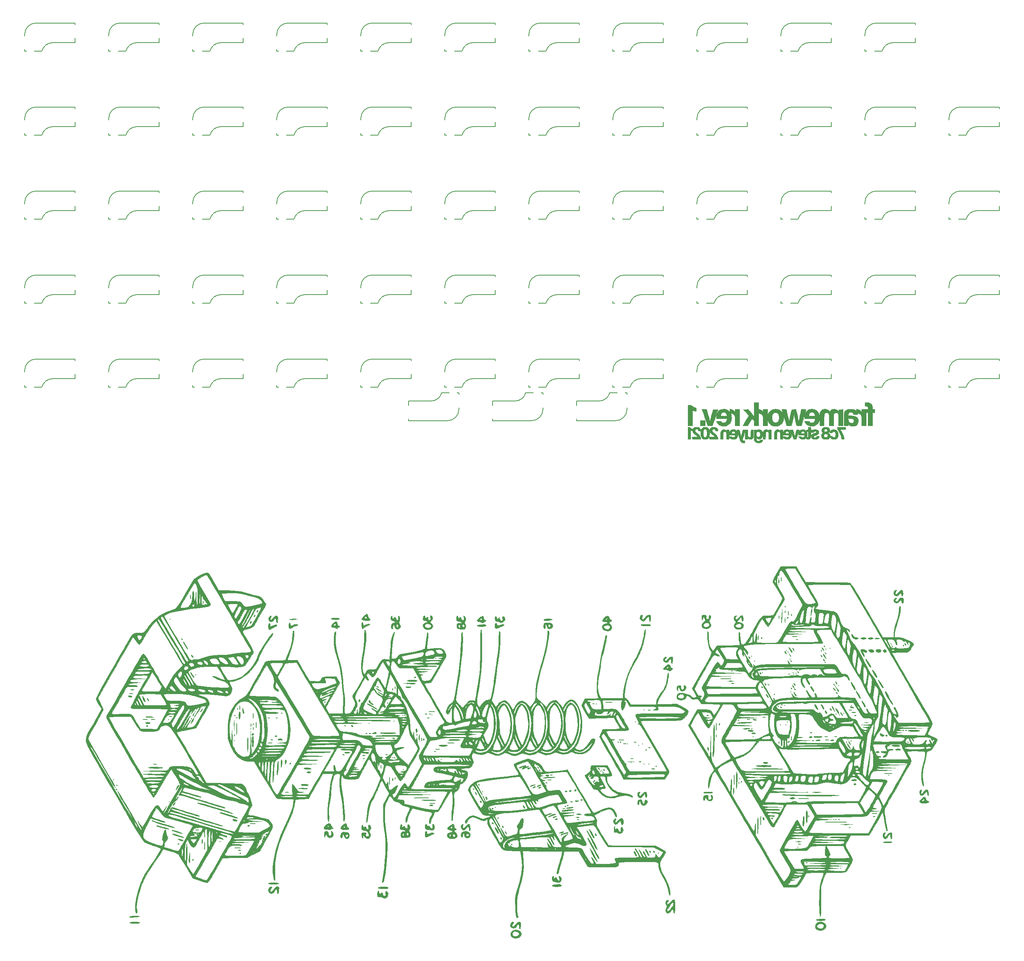
<source format=gbo>
G04 #@! TF.GenerationSoftware,KiCad,Pcbnew,(5.1.5)-3*
G04 #@! TF.CreationDate,2021-01-25T21:32:58-08:00*
G04 #@! TF.ProjectId,framework,6672616d-6577-46f7-926b-2e6b69636164,1*
G04 #@! TF.SameCoordinates,Original*
G04 #@! TF.FileFunction,Legend,Bot*
G04 #@! TF.FilePolarity,Positive*
%FSLAX46Y46*%
G04 Gerber Fmt 4.6, Leading zero omitted, Abs format (unit mm)*
G04 Created by KiCad (PCBNEW (5.1.5)-3) date 2021-01-25 21:32:59*
%MOMM*%
%LPD*%
G04 APERTURE LIST*
%ADD10C,0.010000*%
%ADD11C,0.150000*%
G04 APERTURE END LIST*
D10*
G36*
X133123939Y-391704459D02*
G01*
X133286065Y-392124385D01*
X133482982Y-392442429D01*
X133614749Y-392529913D01*
X133740679Y-392463329D01*
X133697794Y-392225763D01*
X133472929Y-391760496D01*
X133408615Y-391641801D01*
X133191467Y-391307168D01*
X133073327Y-391258560D01*
X133060816Y-391322604D01*
X133123939Y-391704459D01*
G37*
X133123939Y-391704459D02*
X133286065Y-392124385D01*
X133482982Y-392442429D01*
X133614749Y-392529913D01*
X133740679Y-392463329D01*
X133697794Y-392225763D01*
X133472929Y-391760496D01*
X133408615Y-391641801D01*
X133191467Y-391307168D01*
X133073327Y-391258560D01*
X133060816Y-391322604D01*
X133123939Y-391704459D01*
G36*
X134202301Y-392011760D02*
G01*
X134369486Y-392264116D01*
X134530772Y-392347872D01*
X134551668Y-392334180D01*
X134533119Y-392138205D01*
X134389352Y-391895268D01*
X134196099Y-391700079D01*
X134127474Y-391730612D01*
X134202301Y-392011760D01*
G37*
X134202301Y-392011760D02*
X134369486Y-392264116D01*
X134530772Y-392347872D01*
X134551668Y-392334180D01*
X134533119Y-392138205D01*
X134389352Y-391895268D01*
X134196099Y-391700079D01*
X134127474Y-391730612D01*
X134202301Y-392011760D01*
G36*
X130008174Y-391420079D02*
G01*
X130300224Y-391464178D01*
X130661767Y-391440206D01*
X130721213Y-391343381D01*
X130625865Y-391227349D01*
X130365414Y-391119424D01*
X130050617Y-391132158D01*
X129862614Y-391251617D01*
X129856168Y-391286556D01*
X130008174Y-391420079D01*
G37*
X130008174Y-391420079D02*
X130300224Y-391464178D01*
X130661767Y-391440206D01*
X130721213Y-391343381D01*
X130625865Y-391227349D01*
X130365414Y-391119424D01*
X130050617Y-391132158D01*
X129862614Y-391251617D01*
X129856168Y-391286556D01*
X130008174Y-391420079D01*
G36*
X130169078Y-390701692D02*
G01*
X130631896Y-390730289D01*
X130879567Y-390698107D01*
X130921088Y-390650095D01*
X130666013Y-390623154D01*
X130477846Y-390620860D01*
X130133866Y-390638348D01*
X130081678Y-390678466D01*
X130169078Y-390701692D01*
G37*
X130169078Y-390701692D02*
X130631896Y-390730289D01*
X130879567Y-390698107D01*
X130921088Y-390650095D01*
X130666013Y-390623154D01*
X130477846Y-390620860D01*
X130133866Y-390638348D01*
X130081678Y-390678466D01*
X130169078Y-390701692D01*
G36*
X130344629Y-389813309D02*
G01*
X130862218Y-389842695D01*
X131143930Y-389813309D01*
X131228103Y-389769383D01*
X131004941Y-389741514D01*
X130744280Y-389736333D01*
X130360110Y-389750189D01*
X130254649Y-389785615D01*
X130344629Y-389813309D01*
G37*
X130344629Y-389813309D02*
X130862218Y-389842695D01*
X131143930Y-389813309D01*
X131228103Y-389769383D01*
X131004941Y-389741514D01*
X130744280Y-389736333D01*
X130360110Y-389750189D01*
X130254649Y-389785615D01*
X130344629Y-389813309D01*
G36*
X134076649Y-398208667D02*
G01*
X134119105Y-398213829D01*
X134291566Y-398078663D01*
X134296727Y-398036206D01*
X134161561Y-397863746D01*
X134119105Y-397858584D01*
X133946644Y-397993750D01*
X133941483Y-398036206D01*
X134076649Y-398208667D01*
G37*
X134076649Y-398208667D02*
X134119105Y-398213829D01*
X134291566Y-398078663D01*
X134296727Y-398036206D01*
X134161561Y-397863746D01*
X134119105Y-397858584D01*
X133946644Y-397993750D01*
X133941483Y-398036206D01*
X134076649Y-398208667D01*
G36*
X133277841Y-396565063D02*
G01*
X133803139Y-396594283D01*
X134165953Y-396562639D01*
X134237427Y-396521037D01*
X134004707Y-396494223D01*
X133675049Y-396488407D01*
X133272036Y-396501700D01*
X133154158Y-396533528D01*
X133277841Y-396565063D01*
G37*
X133277841Y-396565063D02*
X133803139Y-396594283D01*
X134165953Y-396562639D01*
X134237427Y-396521037D01*
X134004707Y-396494223D01*
X133675049Y-396488407D01*
X133272036Y-396501700D01*
X133154158Y-396533528D01*
X133277841Y-396565063D01*
G36*
X133918208Y-397450431D02*
G01*
X134290098Y-397503326D01*
X134296727Y-397503339D01*
X134670871Y-397451890D01*
X134829553Y-397327927D01*
X134829594Y-397325717D01*
X134675246Y-397201002D01*
X134303357Y-397148108D01*
X134296727Y-397148094D01*
X133922584Y-397199544D01*
X133763901Y-397323507D01*
X133763860Y-397325717D01*
X133918208Y-397450431D01*
G37*
X133918208Y-397450431D02*
X134290098Y-397503326D01*
X134296727Y-397503339D01*
X134670871Y-397451890D01*
X134829553Y-397327927D01*
X134829594Y-397325717D01*
X134675246Y-397201002D01*
X134303357Y-397148108D01*
X134296727Y-397148094D01*
X133922584Y-397199544D01*
X133763901Y-397323507D01*
X133763860Y-397325717D01*
X133918208Y-397450431D01*
G36*
X133936418Y-396023015D02*
G01*
X134308239Y-396072245D01*
X134641489Y-396082360D01*
X135240965Y-396065376D01*
X135500470Y-396021770D01*
X135415531Y-395962564D01*
X134981673Y-395898780D01*
X134725370Y-395875712D01*
X134223229Y-395864009D01*
X133889601Y-395908924D01*
X133826776Y-395946638D01*
X133936418Y-396023015D01*
G37*
X133936418Y-396023015D02*
X134308239Y-396072245D01*
X134641489Y-396082360D01*
X135240965Y-396065376D01*
X135500470Y-396021770D01*
X135415531Y-395962564D01*
X134981673Y-395898780D01*
X134725370Y-395875712D01*
X134223229Y-395864009D01*
X133889601Y-395908924D01*
X133826776Y-395946638D01*
X133936418Y-396023015D01*
G36*
X135142504Y-396563230D02*
G01*
X135605323Y-396591828D01*
X135852994Y-396559646D01*
X135894515Y-396511633D01*
X135639439Y-396484693D01*
X135451273Y-396482398D01*
X135107292Y-396499887D01*
X135055105Y-396540004D01*
X135142504Y-396563230D01*
G37*
X135142504Y-396563230D02*
X135605323Y-396591828D01*
X135852994Y-396559646D01*
X135894515Y-396511633D01*
X135639439Y-396484693D01*
X135451273Y-396482398D01*
X135107292Y-396499887D01*
X135055105Y-396540004D01*
X135142504Y-396563230D01*
G36*
X139003720Y-396615227D02*
G01*
X139092531Y-396526416D01*
X139003720Y-396437605D01*
X138914909Y-396526416D01*
X139003720Y-396615227D01*
G37*
X139003720Y-396615227D02*
X139092531Y-396526416D01*
X139003720Y-396437605D01*
X138914909Y-396526416D01*
X139003720Y-396615227D01*
G36*
X139225748Y-395844751D02*
G01*
X139589403Y-395868211D01*
X139669804Y-395844751D01*
X139692118Y-395779921D01*
X139447776Y-395755161D01*
X139195618Y-395783075D01*
X139225748Y-395844751D01*
G37*
X139225748Y-395844751D02*
X139589403Y-395868211D01*
X139669804Y-395844751D01*
X139692118Y-395779921D01*
X139447776Y-395755161D01*
X139195618Y-395783075D01*
X139225748Y-395844751D01*
G36*
X126570154Y-410292150D02*
G01*
X126658965Y-410203339D01*
X126570154Y-410114528D01*
X126481343Y-410203339D01*
X126570154Y-410292150D01*
G37*
X126570154Y-410292150D02*
X126658965Y-410203339D01*
X126570154Y-410114528D01*
X126481343Y-410203339D01*
X126570154Y-410292150D01*
G36*
X126925399Y-412068374D02*
G01*
X127014210Y-411979563D01*
X126925399Y-411890752D01*
X126836587Y-411979563D01*
X126925399Y-412068374D01*
G37*
X126925399Y-412068374D02*
X127014210Y-411979563D01*
X126925399Y-411890752D01*
X126836587Y-411979563D01*
X126925399Y-412068374D01*
G36*
X127086060Y-412396175D02*
G01*
X127251174Y-412585364D01*
X127291126Y-412601241D01*
X127364131Y-412516946D01*
X127200546Y-412341444D01*
X127164388Y-412317846D01*
X127042842Y-412296911D01*
X127086060Y-412396175D01*
G37*
X127086060Y-412396175D02*
X127251174Y-412585364D01*
X127291126Y-412601241D01*
X127364131Y-412516946D01*
X127200546Y-412341444D01*
X127164388Y-412317846D01*
X127042842Y-412296911D01*
X127086060Y-412396175D01*
G36*
X127280643Y-411535507D02*
G01*
X127369455Y-411446696D01*
X127280643Y-411357885D01*
X127191832Y-411446696D01*
X127280643Y-411535507D01*
G37*
X127280643Y-411535507D02*
X127369455Y-411446696D01*
X127280643Y-411357885D01*
X127191832Y-411446696D01*
X127280643Y-411535507D01*
G36*
X139181343Y-415265577D02*
G01*
X139270154Y-415176766D01*
X139181343Y-415087955D01*
X139092531Y-415176766D01*
X139181343Y-415265577D01*
G37*
X139181343Y-415265577D02*
X139270154Y-415176766D01*
X139181343Y-415087955D01*
X139092531Y-415176766D01*
X139181343Y-415265577D01*
G36*
X140771207Y-412507572D02*
G01*
X140968667Y-412233487D01*
X141047042Y-412108487D01*
X141310885Y-411650312D01*
X141393828Y-411420932D01*
X141318367Y-411357887D01*
X141317373Y-411357885D01*
X141187563Y-411498532D01*
X140992543Y-411828284D01*
X140804999Y-412208858D01*
X140697617Y-412501972D01*
X140691797Y-412548015D01*
X140771207Y-412507572D01*
G37*
X140771207Y-412507572D02*
X140968667Y-412233487D01*
X141047042Y-412108487D01*
X141310885Y-411650312D01*
X141393828Y-411420932D01*
X141318367Y-411357887D01*
X141317373Y-411357885D01*
X141187563Y-411498532D01*
X140992543Y-411828284D01*
X140804999Y-412208858D01*
X140697617Y-412501972D01*
X140691797Y-412548015D01*
X140771207Y-412507572D01*
G36*
X136284483Y-420687365D02*
G01*
X136506295Y-420788443D01*
X136965632Y-420937488D01*
X137556277Y-421106153D01*
X138172014Y-421266086D01*
X138706625Y-421388939D01*
X139053894Y-421446362D01*
X139119053Y-421443916D01*
X139039729Y-421372799D01*
X138688733Y-421230816D01*
X138135807Y-421045254D01*
X137966140Y-420992800D01*
X137098778Y-420744208D01*
X136527809Y-420615036D01*
X136266120Y-420607625D01*
X136284483Y-420687365D01*
G37*
X136284483Y-420687365D02*
X136506295Y-420788443D01*
X136965632Y-420937488D01*
X137556277Y-421106153D01*
X138172014Y-421266086D01*
X138706625Y-421388939D01*
X139053894Y-421446362D01*
X139119053Y-421443916D01*
X139039729Y-421372799D01*
X138688733Y-421230816D01*
X138135807Y-421045254D01*
X137966140Y-420992800D01*
X137098778Y-420744208D01*
X136527809Y-420615036D01*
X136266120Y-420607625D01*
X136284483Y-420687365D01*
G36*
X135344066Y-419594947D02*
G01*
X135773781Y-419763209D01*
X136402035Y-419981529D01*
X137156879Y-420227670D01*
X137966366Y-420479397D01*
X138758545Y-420714473D01*
X139461468Y-420910662D01*
X140003187Y-421045729D01*
X140311753Y-421097436D01*
X140346117Y-421094102D01*
X140279144Y-421019969D01*
X139942992Y-420878996D01*
X139410174Y-420701538D01*
X139403425Y-420699476D01*
X138590605Y-420453718D01*
X137683581Y-420182805D01*
X137138685Y-420021826D01*
X136481525Y-419822390D01*
X135912056Y-419638145D01*
X135584490Y-419520738D01*
X135283617Y-419446869D01*
X135184839Y-419498979D01*
X135344066Y-419594947D01*
G37*
X135344066Y-419594947D02*
X135773781Y-419763209D01*
X136402035Y-419981529D01*
X137156879Y-420227670D01*
X137966366Y-420479397D01*
X138758545Y-420714473D01*
X139461468Y-420910662D01*
X140003187Y-421045729D01*
X140311753Y-421097436D01*
X140346117Y-421094102D01*
X140279144Y-421019969D01*
X139942992Y-420878996D01*
X139410174Y-420701538D01*
X139403425Y-420699476D01*
X138590605Y-420453718D01*
X137683581Y-420182805D01*
X137138685Y-420021826D01*
X136481525Y-419822390D01*
X135912056Y-419638145D01*
X135584490Y-419520738D01*
X135283617Y-419446869D01*
X135184839Y-419498979D01*
X135344066Y-419594947D01*
G36*
X141105585Y-424797978D02*
G01*
X141316381Y-424819236D01*
X141342415Y-424797978D01*
X141318033Y-424692382D01*
X141224000Y-424679563D01*
X141077797Y-424744552D01*
X141105585Y-424797978D01*
G37*
X141105585Y-424797978D02*
X141316381Y-424819236D01*
X141342415Y-424797978D01*
X141318033Y-424692382D01*
X141224000Y-424679563D01*
X141077797Y-424744552D01*
X141105585Y-424797978D01*
G36*
X139737293Y-421665294D02*
G01*
X139977027Y-421800488D01*
X140413730Y-421970808D01*
X140946071Y-422145774D01*
X141472722Y-422294900D01*
X141892355Y-422387704D01*
X142103641Y-422393702D01*
X142112112Y-422379727D01*
X141954670Y-422270638D01*
X141538731Y-422102815D01*
X140948876Y-421909701D01*
X140847433Y-421879687D01*
X140266998Y-421723507D01*
X139870463Y-421642644D01*
X139727965Y-421650642D01*
X139737293Y-421665294D01*
G37*
X139737293Y-421665294D02*
X139977027Y-421800488D01*
X140413730Y-421970808D01*
X140946071Y-422145774D01*
X141472722Y-422294900D01*
X141892355Y-422387704D01*
X142103641Y-422393702D01*
X142112112Y-422379727D01*
X141954670Y-422270638D01*
X141538731Y-422102815D01*
X140948876Y-421909701D01*
X140847433Y-421879687D01*
X140266998Y-421723507D01*
X139870463Y-421642644D01*
X139727965Y-421650642D01*
X139737293Y-421665294D01*
G36*
X141174449Y-423725019D02*
G01*
X141224000Y-423757744D01*
X141657430Y-423973612D01*
X142042563Y-424074132D01*
X142268601Y-424036088D01*
X142289734Y-423981043D01*
X142149508Y-423803328D01*
X142067706Y-423789026D01*
X141729853Y-423750427D01*
X141401622Y-423687994D01*
X141128536Y-423647333D01*
X141174449Y-423725019D01*
G37*
X141174449Y-423725019D02*
X141224000Y-423757744D01*
X141657430Y-423973612D01*
X142042563Y-424074132D01*
X142268601Y-424036088D01*
X142289734Y-423981043D01*
X142149508Y-423803328D01*
X142067706Y-423789026D01*
X141729853Y-423750427D01*
X141401622Y-423687994D01*
X141128536Y-423647333D01*
X141174449Y-423725019D01*
G36*
X139916535Y-422568730D02*
G01*
X140192588Y-422705000D01*
X140731723Y-422894039D01*
X141323813Y-423077962D01*
X141873660Y-423230518D01*
X142286068Y-423325458D01*
X142465836Y-423336532D01*
X142467357Y-423332247D01*
X142329853Y-423203498D01*
X142245329Y-423166121D01*
X141398492Y-422867701D01*
X140676996Y-422635663D01*
X140143977Y-422488688D01*
X139862568Y-422445456D01*
X139838054Y-422453854D01*
X139916535Y-422568730D01*
G37*
X139916535Y-422568730D02*
X140192588Y-422705000D01*
X140731723Y-422894039D01*
X141323813Y-423077962D01*
X141873660Y-423230518D01*
X142286068Y-423325458D01*
X142465836Y-423336532D01*
X142467357Y-423332247D01*
X142329853Y-423203498D01*
X142245329Y-423166121D01*
X141398492Y-422867701D01*
X140676996Y-422635663D01*
X140143977Y-422488688D01*
X139862568Y-422445456D01*
X139838054Y-422453854D01*
X139916535Y-422568730D01*
G36*
X143940604Y-369128164D02*
G01*
X143984529Y-369212337D01*
X144012399Y-368989175D01*
X144017580Y-368728514D01*
X144003724Y-368344344D01*
X143968297Y-368238884D01*
X143940604Y-368328864D01*
X143911218Y-368846452D01*
X143940604Y-369128164D01*
G37*
X143940604Y-369128164D02*
X143984529Y-369212337D01*
X144012399Y-368989175D01*
X144017580Y-368728514D01*
X144003724Y-368344344D01*
X143968297Y-368238884D01*
X143940604Y-368328864D01*
X143911218Y-368846452D01*
X143940604Y-369128164D01*
G36*
X135584490Y-406684520D02*
G01*
X136034980Y-406712144D01*
X136206168Y-406684520D01*
X136261449Y-406633037D01*
X136015842Y-406605007D01*
X135895329Y-406603289D01*
X135572177Y-406621808D01*
X135534093Y-406667914D01*
X135584490Y-406684520D01*
G37*
X135584490Y-406684520D02*
X136034980Y-406712144D01*
X136206168Y-406684520D01*
X136261449Y-406633037D01*
X136015842Y-406605007D01*
X135895329Y-406603289D01*
X135572177Y-406621808D01*
X135534093Y-406667914D01*
X135584490Y-406684520D01*
G36*
X134496129Y-407467412D02*
G01*
X134767034Y-407538407D01*
X135259071Y-407588339D01*
X135876065Y-407616386D01*
X136521839Y-407621722D01*
X137100217Y-407603525D01*
X137515021Y-407560970D01*
X137670142Y-407494598D01*
X137504668Y-407435310D01*
X137060707Y-407384169D01*
X136415016Y-407348251D01*
X135960104Y-407336915D01*
X135194553Y-407339914D01*
X134687376Y-407371888D01*
X134476949Y-407429416D01*
X134496129Y-407467412D01*
G37*
X134496129Y-407467412D02*
X134767034Y-407538407D01*
X135259071Y-407588339D01*
X135876065Y-407616386D01*
X136521839Y-407621722D01*
X137100217Y-407603525D01*
X137515021Y-407560970D01*
X137670142Y-407494598D01*
X137504668Y-407435310D01*
X137060707Y-407384169D01*
X136415016Y-407348251D01*
X135960104Y-407336915D01*
X135194553Y-407339914D01*
X134687376Y-407371888D01*
X134476949Y-407429416D01*
X134496129Y-407467412D01*
G36*
X145176098Y-421604800D02*
G01*
X145626589Y-421632424D01*
X145797776Y-421604800D01*
X145853057Y-421553316D01*
X145607451Y-421525287D01*
X145486937Y-421523569D01*
X145163786Y-421542088D01*
X145125701Y-421588194D01*
X145176098Y-421604800D01*
G37*
X145176098Y-421604800D02*
X145626589Y-421632424D01*
X145797776Y-421604800D01*
X145853057Y-421553316D01*
X145607451Y-421525287D01*
X145486937Y-421523569D01*
X145163786Y-421542088D01*
X145125701Y-421588194D01*
X145176098Y-421604800D01*
G36*
X144154769Y-396437605D02*
G01*
X144243580Y-396348794D01*
X144154769Y-396259983D01*
X144065958Y-396348794D01*
X144154769Y-396437605D01*
G37*
X144154769Y-396437605D02*
X144243580Y-396348794D01*
X144154769Y-396259983D01*
X144065958Y-396348794D01*
X144154769Y-396437605D01*
G36*
X144151210Y-397415702D02*
G01*
X144358164Y-397152157D01*
X144421203Y-397059283D01*
X144711509Y-396558966D01*
X144764259Y-396297479D01*
X144692198Y-396259983D01*
X144562285Y-396400657D01*
X144367316Y-396730452D01*
X144179954Y-397111020D01*
X144072857Y-397404017D01*
X144067128Y-397450113D01*
X144151210Y-397415702D01*
G37*
X144151210Y-397415702D02*
X144358164Y-397152157D01*
X144421203Y-397059283D01*
X144711509Y-396558966D01*
X144764259Y-396297479D01*
X144692198Y-396259983D01*
X144562285Y-396400657D01*
X144367316Y-396730452D01*
X144179954Y-397111020D01*
X144072857Y-397404017D01*
X144067128Y-397450113D01*
X144151210Y-397415702D01*
G36*
X144497515Y-395727115D02*
G01*
X144640171Y-395590956D01*
X144776448Y-395371871D01*
X144890788Y-395097244D01*
X144877758Y-395016626D01*
X144735102Y-395152785D01*
X144598825Y-395371871D01*
X144484485Y-395646497D01*
X144497515Y-395727115D01*
G37*
X144497515Y-395727115D02*
X144640171Y-395590956D01*
X144776448Y-395371871D01*
X144890788Y-395097244D01*
X144877758Y-395016626D01*
X144735102Y-395152785D01*
X144598825Y-395371871D01*
X144484485Y-395646497D01*
X144497515Y-395727115D01*
G36*
X145042881Y-394839004D02*
G01*
X145131692Y-394750192D01*
X145042881Y-394661381D01*
X144954070Y-394750192D01*
X145042881Y-394839004D01*
G37*
X145042881Y-394839004D02*
X145131692Y-394750192D01*
X145042881Y-394661381D01*
X144954070Y-394750192D01*
X145042881Y-394839004D01*
G36*
X146289508Y-394798483D02*
G01*
X146434780Y-394684038D01*
X146666634Y-394418810D01*
X146735371Y-394195522D01*
X146647732Y-394128514D01*
X146512511Y-394265685D01*
X146352218Y-394528164D01*
X146221968Y-394798094D01*
X146289508Y-394798483D01*
G37*
X146289508Y-394798483D02*
X146434780Y-394684038D01*
X146666634Y-394418810D01*
X146735371Y-394195522D01*
X146647732Y-394128514D01*
X146512511Y-394265685D01*
X146352218Y-394528164D01*
X146221968Y-394798094D01*
X146289508Y-394798483D01*
G36*
X143641495Y-428907773D02*
G01*
X143699056Y-429001891D01*
X143802687Y-428990413D01*
X143857702Y-428680187D01*
X143868235Y-428045474D01*
X143866889Y-427956696D01*
X143845443Y-426722220D01*
X143677609Y-427767416D01*
X143597540Y-428489516D01*
X143641495Y-428907773D01*
G37*
X143641495Y-428907773D02*
X143699056Y-429001891D01*
X143802687Y-428990413D01*
X143857702Y-428680187D01*
X143868235Y-428045474D01*
X143866889Y-427956696D01*
X143845443Y-426722220D01*
X143677609Y-427767416D01*
X143597540Y-428489516D01*
X143641495Y-428907773D01*
G36*
X144491512Y-428539149D02*
G01*
X144572243Y-428486175D01*
X144584802Y-428306020D01*
X144541423Y-428116491D01*
X144477489Y-428198706D01*
X144456314Y-428476309D01*
X144491512Y-428539149D01*
G37*
X144491512Y-428539149D02*
X144572243Y-428486175D01*
X144584802Y-428306020D01*
X144541423Y-428116491D01*
X144477489Y-428198706D01*
X144456314Y-428476309D01*
X144491512Y-428539149D01*
G36*
X146579439Y-424679364D02*
G01*
X146583434Y-424679563D01*
X146686583Y-424525091D01*
X146730284Y-424152949D01*
X146730294Y-424146696D01*
X146710366Y-423772216D01*
X146662366Y-423613858D01*
X146661643Y-423613829D01*
X146590953Y-423767578D01*
X146516032Y-424138244D01*
X146514783Y-424146696D01*
X146502079Y-424518175D01*
X146579439Y-424679364D01*
G37*
X146579439Y-424679364D02*
X146583434Y-424679563D01*
X146686583Y-424525091D01*
X146730284Y-424152949D01*
X146730294Y-424146696D01*
X146710366Y-423772216D01*
X146662366Y-423613858D01*
X146661643Y-423613829D01*
X146590953Y-423767578D01*
X146516032Y-424138244D01*
X146514783Y-424146696D01*
X146502079Y-424518175D01*
X146579439Y-424679364D01*
G36*
X147125863Y-425794018D02*
G01*
X147134048Y-425883209D01*
X147164756Y-426028173D01*
X147188222Y-425856682D01*
X147200964Y-425407509D01*
X147202270Y-425123619D01*
X147194699Y-424574781D01*
X147175411Y-424299297D01*
X147147877Y-424330233D01*
X147132875Y-424462230D01*
X147105199Y-425133076D01*
X147125863Y-425794018D01*
G37*
X147125863Y-425794018D02*
X147134048Y-425883209D01*
X147164756Y-426028173D01*
X147188222Y-425856682D01*
X147200964Y-425407509D01*
X147202270Y-425123619D01*
X147194699Y-424574781D01*
X147175411Y-424299297D01*
X147147877Y-424330233D01*
X147132875Y-424462230D01*
X147105199Y-425133076D01*
X147125863Y-425794018D01*
G36*
X146790280Y-370193899D02*
G01*
X146855111Y-370216212D01*
X146879870Y-369971871D01*
X146851957Y-369719713D01*
X146790280Y-369749843D01*
X146766820Y-370113497D01*
X146790280Y-370193899D01*
G37*
X146790280Y-370193899D02*
X146855111Y-370216212D01*
X146879870Y-369971871D01*
X146851957Y-369719713D01*
X146790280Y-369749843D01*
X146766820Y-370113497D01*
X146790280Y-370193899D01*
G36*
X144102271Y-386207917D02*
G01*
X144301728Y-386561557D01*
X144505045Y-386847582D01*
X144597562Y-386934027D01*
X144743445Y-387002212D01*
X144735810Y-386902571D01*
X144558471Y-386581609D01*
X144423150Y-386357535D01*
X144173924Y-385985961D01*
X143997950Y-385789515D01*
X143975196Y-385780262D01*
X143971739Y-385907279D01*
X144102271Y-386207917D01*
G37*
X144102271Y-386207917D02*
X144301728Y-386561557D01*
X144505045Y-386847582D01*
X144597562Y-386934027D01*
X144743445Y-387002212D01*
X144735810Y-386902571D01*
X144558471Y-386581609D01*
X144423150Y-386357535D01*
X144173924Y-385985961D01*
X143997950Y-385789515D01*
X143975196Y-385780262D01*
X143971739Y-385907279D01*
X144102271Y-386207917D01*
G36*
X145220503Y-386490752D02*
G01*
X145309315Y-386401941D01*
X145220503Y-386313129D01*
X145131692Y-386401941D01*
X145220503Y-386490752D01*
G37*
X145220503Y-386490752D02*
X145309315Y-386401941D01*
X145220503Y-386313129D01*
X145131692Y-386401941D01*
X145220503Y-386490752D01*
G36*
X150519571Y-424265111D02*
G01*
X150730367Y-424286369D01*
X150756401Y-424265111D01*
X150732019Y-424159514D01*
X150637986Y-424146696D01*
X150491783Y-424211685D01*
X150519571Y-424265111D01*
G37*
X150519571Y-424265111D02*
X150730367Y-424286369D01*
X150756401Y-424265111D01*
X150732019Y-424159514D01*
X150637986Y-424146696D01*
X150491783Y-424211685D01*
X150519571Y-424265111D01*
G36*
X140066624Y-416061814D02*
G01*
X140241428Y-415876799D01*
X140444985Y-415540759D01*
X140502212Y-415354388D01*
X140416232Y-415336539D01*
X140241428Y-415521554D01*
X140037871Y-415857593D01*
X139980643Y-416043964D01*
X140066624Y-416061814D01*
G37*
X140066624Y-416061814D02*
X140241428Y-415876799D01*
X140444985Y-415540759D01*
X140502212Y-415354388D01*
X140416232Y-415336539D01*
X140241428Y-415521554D01*
X140037871Y-415857593D01*
X139980643Y-416043964D01*
X140066624Y-416061814D01*
G36*
X145575748Y-415530998D02*
G01*
X145820114Y-415607096D01*
X146317108Y-415758090D01*
X146978855Y-415957603D01*
X147717477Y-416179258D01*
X148445101Y-416396680D01*
X149073849Y-416583491D01*
X149483441Y-416703908D01*
X149879661Y-416821529D01*
X150513426Y-417012266D01*
X151282581Y-417245302D01*
X151776495Y-417395636D01*
X152511914Y-417611459D01*
X153111107Y-417771398D01*
X153499904Y-417856615D01*
X153608223Y-417860841D01*
X153479821Y-417783249D01*
X153076875Y-417628075D01*
X152465283Y-417419210D01*
X151848036Y-417222693D01*
X150845179Y-416911920D01*
X149688610Y-416552658D01*
X148563649Y-416202501D01*
X148073519Y-416049643D01*
X147262693Y-415807401D01*
X146548158Y-415613805D01*
X146014339Y-415490516D01*
X145764428Y-415457222D01*
X145545843Y-415490422D01*
X145575748Y-415530998D01*
G37*
X145575748Y-415530998D02*
X145820114Y-415607096D01*
X146317108Y-415758090D01*
X146978855Y-415957603D01*
X147717477Y-416179258D01*
X148445101Y-416396680D01*
X149073849Y-416583491D01*
X149483441Y-416703908D01*
X149879661Y-416821529D01*
X150513426Y-417012266D01*
X151282581Y-417245302D01*
X151776495Y-417395636D01*
X152511914Y-417611459D01*
X153111107Y-417771398D01*
X153499904Y-417856615D01*
X153608223Y-417860841D01*
X153479821Y-417783249D01*
X153076875Y-417628075D01*
X152465283Y-417419210D01*
X151848036Y-417222693D01*
X150845179Y-416911920D01*
X149688610Y-416552658D01*
X148563649Y-416202501D01*
X148073519Y-416049643D01*
X147262693Y-415807401D01*
X146548158Y-415613805D01*
X146014339Y-415490516D01*
X145764428Y-415457222D01*
X145545843Y-415490422D01*
X145575748Y-415530998D01*
G36*
X153555648Y-419329683D02*
G01*
X153765176Y-419470607D01*
X154102888Y-419569137D01*
X154414445Y-419595155D01*
X154545678Y-419522886D01*
X154404340Y-419352496D01*
X154264717Y-419281084D01*
X153874163Y-419183358D01*
X153600123Y-419201094D01*
X153553824Y-419326668D01*
X153555648Y-419329683D01*
G37*
X153555648Y-419329683D02*
X153765176Y-419470607D01*
X154102888Y-419569137D01*
X154414445Y-419595155D01*
X154545678Y-419522886D01*
X154404340Y-419352496D01*
X154264717Y-419281084D01*
X153874163Y-419183358D01*
X153600123Y-419201094D01*
X153553824Y-419326668D01*
X153555648Y-419329683D01*
G36*
X150730374Y-417773132D02*
G01*
X150834591Y-417824233D01*
X152155681Y-418247445D01*
X153218551Y-418576243D01*
X154003435Y-418804846D01*
X154490566Y-418927476D01*
X154658286Y-418942247D01*
X154553706Y-418845221D01*
X154205398Y-418682306D01*
X153972366Y-418592230D01*
X153303912Y-418358403D01*
X152621697Y-418134601D01*
X152503021Y-418097752D01*
X151911042Y-417910235D01*
X151371848Y-417729546D01*
X151298375Y-417703603D01*
X150912696Y-417610123D01*
X150695679Y-417635390D01*
X150730374Y-417773132D01*
G37*
X150730374Y-417773132D02*
X150834591Y-417824233D01*
X152155681Y-418247445D01*
X153218551Y-418576243D01*
X154003435Y-418804846D01*
X154490566Y-418927476D01*
X154658286Y-418942247D01*
X154553706Y-418845221D01*
X154205398Y-418682306D01*
X153972366Y-418592230D01*
X153303912Y-418358403D01*
X152621697Y-418134601D01*
X152503021Y-418097752D01*
X151911042Y-417910235D01*
X151371848Y-417729546D01*
X151298375Y-417703603D01*
X150912696Y-417610123D01*
X150695679Y-417635390D01*
X150730374Y-417773132D01*
G36*
X139358965Y-373879563D02*
G01*
X139447776Y-373790752D01*
X139358965Y-373701941D01*
X139270154Y-373790752D01*
X139358965Y-373879563D01*
G37*
X139358965Y-373879563D02*
X139447776Y-373790752D01*
X139358965Y-373701941D01*
X139270154Y-373790752D01*
X139358965Y-373879563D01*
G36*
X141993697Y-378438537D02*
G01*
X142099293Y-378414155D01*
X142112112Y-378320122D01*
X142047123Y-378173919D01*
X141993697Y-378201708D01*
X141972439Y-378412504D01*
X141993697Y-378438537D01*
G37*
X141993697Y-378438537D02*
X142099293Y-378414155D01*
X142112112Y-378320122D01*
X142047123Y-378173919D01*
X141993697Y-378201708D01*
X141972439Y-378412504D01*
X141993697Y-378438537D01*
G36*
X142370028Y-379083486D02*
G01*
X142564717Y-379468912D01*
X142815380Y-379921705D01*
X143060246Y-380332271D01*
X143237540Y-380591016D01*
X143281843Y-380629213D01*
X143343841Y-380533055D01*
X143215690Y-380223971D01*
X142883835Y-379671050D01*
X142814554Y-379563479D01*
X142529659Y-379143128D01*
X142340041Y-378900009D01*
X142293089Y-378875023D01*
X142370028Y-379083486D01*
G37*
X142370028Y-379083486D02*
X142564717Y-379468912D01*
X142815380Y-379921705D01*
X143060246Y-380332271D01*
X143237540Y-380591016D01*
X143281843Y-380629213D01*
X143343841Y-380533055D01*
X143215690Y-380223971D01*
X142883835Y-379671050D01*
X142814554Y-379563479D01*
X142529659Y-379143128D01*
X142340041Y-378900009D01*
X142293089Y-378875023D01*
X142370028Y-379083486D01*
G36*
X144136544Y-382134407D02*
G01*
X144298559Y-382358917D01*
X144531090Y-382518588D01*
X144590006Y-382411612D01*
X144451664Y-382093379D01*
X144428141Y-382055336D01*
X144227980Y-381896498D01*
X144130594Y-381926349D01*
X144136544Y-382134407D01*
G37*
X144136544Y-382134407D02*
X144298559Y-382358917D01*
X144531090Y-382518588D01*
X144590006Y-382411612D01*
X144451664Y-382093379D01*
X144428141Y-382055336D01*
X144227980Y-381896498D01*
X144130594Y-381926349D01*
X144136544Y-382134407D01*
G36*
X155137753Y-426929446D02*
G01*
X155348549Y-426950704D01*
X155374583Y-426929446D01*
X155350201Y-426823850D01*
X155256168Y-426811032D01*
X155109964Y-426876021D01*
X155137753Y-426929446D01*
G37*
X155137753Y-426929446D02*
X155348549Y-426950704D01*
X155374583Y-426929446D01*
X155350201Y-426823850D01*
X155256168Y-426811032D01*
X155109964Y-426876021D01*
X155137753Y-426929446D01*
G36*
X154767706Y-426222982D02*
G01*
X155218197Y-426250605D01*
X155389385Y-426222982D01*
X155444665Y-426171498D01*
X155199059Y-426143469D01*
X155078545Y-426141751D01*
X154755394Y-426160269D01*
X154717310Y-426206376D01*
X154767706Y-426222982D01*
G37*
X154767706Y-426222982D02*
X155218197Y-426250605D01*
X155389385Y-426222982D01*
X155444665Y-426171498D01*
X155199059Y-426143469D01*
X155078545Y-426141751D01*
X154755394Y-426160269D01*
X154717310Y-426206376D01*
X154767706Y-426222982D01*
G36*
X154144960Y-425695874D02*
G01*
X154149209Y-425696403D01*
X154728463Y-425725410D01*
X155214943Y-425694591D01*
X155313055Y-425657579D01*
X155101715Y-425631737D01*
X154634490Y-425622715D01*
X154178662Y-425633390D01*
X154003072Y-425659661D01*
X154144960Y-425695874D01*
G37*
X154144960Y-425695874D02*
X154149209Y-425696403D01*
X154728463Y-425725410D01*
X155214943Y-425694591D01*
X155313055Y-425657579D01*
X155101715Y-425631737D01*
X154634490Y-425622715D01*
X154178662Y-425633390D01*
X154003072Y-425659661D01*
X154144960Y-425695874D01*
G36*
X157551830Y-374767675D02*
G01*
X157740990Y-374626460D01*
X157807114Y-374501241D01*
X157819831Y-374272071D01*
X157756310Y-374234808D01*
X157567150Y-374376022D01*
X157501026Y-374501241D01*
X157488309Y-374730411D01*
X157551830Y-374767675D01*
G37*
X157551830Y-374767675D02*
X157740990Y-374626460D01*
X157807114Y-374501241D01*
X157819831Y-374272071D01*
X157756310Y-374234808D01*
X157567150Y-374376022D01*
X157501026Y-374501241D01*
X157488309Y-374730411D01*
X157551830Y-374767675D01*
G36*
X158385187Y-373286340D02*
G01*
X158453371Y-373257885D01*
X158624362Y-373022586D01*
X158630993Y-372970486D01*
X158521554Y-372874185D01*
X158453371Y-372902640D01*
X158282380Y-373137939D01*
X158275748Y-373190039D01*
X158385187Y-373286340D01*
G37*
X158385187Y-373286340D02*
X158453371Y-373257885D01*
X158624362Y-373022586D01*
X158630993Y-372970486D01*
X158521554Y-372874185D01*
X158453371Y-372902640D01*
X158282380Y-373137939D01*
X158275748Y-373190039D01*
X158385187Y-373286340D01*
G36*
X159020542Y-372196851D02*
G01*
X159152670Y-372143547D01*
X159241251Y-371977783D01*
X159295330Y-371770270D01*
X159165213Y-371855401D01*
X159141819Y-371878351D01*
X159001518Y-372111234D01*
X159020542Y-372196851D01*
G37*
X159020542Y-372196851D02*
X159152670Y-372143547D01*
X159241251Y-371977783D01*
X159295330Y-371770270D01*
X159165213Y-371855401D01*
X159141819Y-371878351D01*
X159001518Y-372111234D01*
X159020542Y-372196851D01*
G36*
X160318406Y-423080962D02*
G01*
X160407217Y-422992150D01*
X160318406Y-422903339D01*
X160229594Y-422992150D01*
X160318406Y-423080962D01*
G37*
X160318406Y-423080962D02*
X160407217Y-422992150D01*
X160318406Y-422903339D01*
X160229594Y-422992150D01*
X160318406Y-423080962D01*
G36*
X156983962Y-420745819D02*
G01*
X157110720Y-420771871D01*
X157367354Y-420713334D01*
X157290423Y-420559532D01*
X157222287Y-420513023D01*
X156994162Y-420535297D01*
X156945371Y-420591351D01*
X156983962Y-420745819D01*
G37*
X156983962Y-420745819D02*
X157110720Y-420771871D01*
X157367354Y-420713334D01*
X157290423Y-420559532D01*
X157222287Y-420513023D01*
X156994162Y-420535297D01*
X156945371Y-420591351D01*
X156983962Y-420745819D01*
G36*
X157609664Y-420188604D02*
G01*
X158183403Y-420218337D01*
X158586587Y-420188604D01*
X158696783Y-420149882D01*
X158495054Y-420123098D01*
X158098126Y-420114608D01*
X157659613Y-420125623D01*
X157495264Y-420154294D01*
X157609664Y-420188604D01*
G37*
X157609664Y-420188604D02*
X158183403Y-420218337D01*
X158586587Y-420188604D01*
X158696783Y-420149882D01*
X158495054Y-420123098D01*
X158098126Y-420114608D01*
X157659613Y-420125623D01*
X157495264Y-420154294D01*
X157609664Y-420188604D01*
G36*
X153924000Y-401411032D02*
G01*
X154012811Y-401322220D01*
X153924000Y-401233409D01*
X153835189Y-401322220D01*
X153924000Y-401411032D01*
G37*
X153924000Y-401411032D02*
X154012811Y-401322220D01*
X153924000Y-401233409D01*
X153835189Y-401322220D01*
X153924000Y-401411032D01*
G36*
X153905498Y-400297191D02*
G01*
X153986229Y-400244217D01*
X153998788Y-400064062D01*
X153955409Y-399874533D01*
X153891475Y-399956748D01*
X153870300Y-400234351D01*
X153905498Y-400297191D01*
G37*
X153905498Y-400297191D02*
X153986229Y-400244217D01*
X153998788Y-400064062D01*
X153955409Y-399874533D01*
X153891475Y-399956748D01*
X153870300Y-400234351D01*
X153905498Y-400297191D01*
G36*
X153867327Y-398453715D02*
G01*
X153882495Y-398708244D01*
X153909007Y-398894246D01*
X153930314Y-398759227D01*
X153944032Y-398337400D01*
X153947938Y-397769773D01*
X153942137Y-397139509D01*
X153927032Y-396777886D01*
X153904999Y-396714930D01*
X153881654Y-396932021D01*
X153855578Y-397680405D01*
X153867327Y-398453715D01*
G37*
X153867327Y-398453715D02*
X153882495Y-398708244D01*
X153909007Y-398894246D01*
X153930314Y-398759227D01*
X153944032Y-398337400D01*
X153947938Y-397769773D01*
X153942137Y-397139509D01*
X153927032Y-396777886D01*
X153904999Y-396714930D01*
X153881654Y-396932021D01*
X153855578Y-397680405D01*
X153867327Y-398453715D01*
G36*
X153894396Y-395667908D02*
G01*
X154105192Y-395689166D01*
X154131226Y-395667908D01*
X154106844Y-395562312D01*
X154012811Y-395549493D01*
X153866608Y-395614482D01*
X153894396Y-395667908D01*
G37*
X153894396Y-395667908D02*
X154105192Y-395689166D01*
X154131226Y-395667908D01*
X154106844Y-395562312D01*
X154012811Y-395549493D01*
X153866608Y-395614482D01*
X153894396Y-395667908D01*
G36*
X154395734Y-399328704D02*
G01*
X154414625Y-399774985D01*
X154438119Y-399997970D01*
X154457626Y-399896658D01*
X154471393Y-399501991D01*
X154477669Y-398844910D01*
X154477868Y-398657885D01*
X154473202Y-397954283D01*
X154460859Y-397515840D01*
X154442585Y-397370248D01*
X154420123Y-397545199D01*
X154413987Y-397643517D01*
X154389431Y-398460211D01*
X154395734Y-399328704D01*
G37*
X154395734Y-399328704D02*
X154414625Y-399774985D01*
X154438119Y-399997970D01*
X154457626Y-399896658D01*
X154471393Y-399501991D01*
X154477669Y-398844910D01*
X154477868Y-398657885D01*
X154473202Y-397954283D01*
X154460859Y-397515840D01*
X154442585Y-397370248D01*
X154420123Y-397545199D01*
X154413987Y-397643517D01*
X154389431Y-398460211D01*
X154395734Y-399328704D01*
G36*
X154456867Y-396259983D02*
G01*
X154545678Y-396171171D01*
X154456867Y-396082360D01*
X154368056Y-396171171D01*
X154456867Y-396259983D01*
G37*
X154456867Y-396259983D02*
X154545678Y-396171171D01*
X154456867Y-396082360D01*
X154368056Y-396171171D01*
X154456867Y-396259983D01*
G36*
X154604886Y-394246929D02*
G01*
X154710482Y-394222547D01*
X154723301Y-394128514D01*
X154658311Y-393982311D01*
X154604886Y-394010099D01*
X154583628Y-394220895D01*
X154604886Y-394246929D01*
G37*
X154604886Y-394246929D02*
X154710482Y-394222547D01*
X154723301Y-394128514D01*
X154658311Y-393982311D01*
X154604886Y-394010099D01*
X154583628Y-394220895D01*
X154604886Y-394246929D01*
G36*
X154936642Y-396121823D02*
G01*
X155026892Y-396403382D01*
X155078545Y-396437605D01*
X155179364Y-396277749D01*
X155243725Y-395868565D01*
X155256168Y-395539010D01*
X155225380Y-395003983D01*
X155139813Y-394753712D01*
X155078545Y-394750192D01*
X154970627Y-394980261D01*
X154907609Y-395430622D01*
X154900923Y-395648787D01*
X154936642Y-396121823D01*
G37*
X154936642Y-396121823D02*
X155026892Y-396403382D01*
X155078545Y-396437605D01*
X155179364Y-396277749D01*
X155243725Y-395868565D01*
X155256168Y-395539010D01*
X155225380Y-395003983D01*
X155139813Y-394753712D01*
X155078545Y-394750192D01*
X154970627Y-394980261D01*
X154907609Y-395430622D01*
X154900923Y-395648787D01*
X154936642Y-396121823D01*
G36*
X155134127Y-394263802D02*
G01*
X155182140Y-394305323D01*
X155209080Y-394050247D01*
X155211374Y-393862080D01*
X155193886Y-393518100D01*
X155153769Y-393465913D01*
X155130542Y-393553312D01*
X155101945Y-394016131D01*
X155134127Y-394263802D01*
G37*
X155134127Y-394263802D02*
X155182140Y-394305323D01*
X155209080Y-394050247D01*
X155211374Y-393862080D01*
X155193886Y-393518100D01*
X155153769Y-393465913D01*
X155130542Y-393553312D01*
X155101945Y-394016131D01*
X155134127Y-394263802D01*
G36*
X155839136Y-394955916D02*
G01*
X155934680Y-395183087D01*
X155966657Y-395194248D01*
X156121240Y-395160636D01*
X156120897Y-395149843D01*
X156072673Y-394964764D01*
X155984292Y-394566946D01*
X155966657Y-394483759D01*
X155835800Y-393862080D01*
X155812417Y-394528164D01*
X155839136Y-394955916D01*
G37*
X155839136Y-394955916D02*
X155934680Y-395183087D01*
X155966657Y-395194248D01*
X156121240Y-395160636D01*
X156120897Y-395149843D01*
X156072673Y-394964764D01*
X155984292Y-394566946D01*
X155966657Y-394483759D01*
X155835800Y-393862080D01*
X155812417Y-394528164D01*
X155839136Y-394955916D01*
G36*
X156884628Y-402510689D02*
G01*
X156902427Y-403327137D01*
X156925929Y-403789901D01*
X156954610Y-403900484D01*
X156987947Y-403660394D01*
X157025413Y-403071134D01*
X157066486Y-402134210D01*
X157072664Y-401970826D01*
X157079377Y-401327384D01*
X157052211Y-400836255D01*
X156996965Y-400592384D01*
X156987986Y-400583770D01*
X156937802Y-400715782D01*
X156901623Y-401136007D01*
X156883035Y-401777565D01*
X156884628Y-402510689D01*
G37*
X156884628Y-402510689D02*
X156902427Y-403327137D01*
X156925929Y-403789901D01*
X156954610Y-403900484D01*
X156987947Y-403660394D01*
X157025413Y-403071134D01*
X157066486Y-402134210D01*
X157072664Y-401970826D01*
X157079377Y-401327384D01*
X157052211Y-400836255D01*
X156996965Y-400592384D01*
X156987986Y-400583770D01*
X156937802Y-400715782D01*
X156901623Y-401136007D01*
X156883035Y-401777565D01*
X156884628Y-402510689D01*
G36*
X157654070Y-398746696D02*
G01*
X157742881Y-398657885D01*
X157654070Y-398569073D01*
X157565259Y-398657885D01*
X157654070Y-398746696D01*
G37*
X157654070Y-398746696D02*
X157742881Y-398657885D01*
X157654070Y-398569073D01*
X157565259Y-398657885D01*
X157654070Y-398746696D01*
G36*
X157626372Y-398083992D02*
G01*
X157684683Y-398089897D01*
X157708498Y-397811837D01*
X157708254Y-397769773D01*
X157682641Y-397494289D01*
X157628580Y-397520585D01*
X157619790Y-397551125D01*
X157593787Y-397938042D01*
X157626372Y-398083992D01*
G37*
X157626372Y-398083992D02*
X157684683Y-398089897D01*
X157708498Y-397811837D01*
X157708254Y-397769773D01*
X157682641Y-397494289D01*
X157628580Y-397520585D01*
X157619790Y-397551125D01*
X157593787Y-397938042D01*
X157626372Y-398083992D01*
G36*
X157946162Y-402095695D02*
G01*
X158013129Y-402550258D01*
X158098126Y-402743199D01*
X158196975Y-402643392D01*
X158257680Y-402220731D01*
X158275748Y-401599137D01*
X158252457Y-400957325D01*
X158189954Y-400513373D01*
X158099293Y-400345321D01*
X158098126Y-400345297D01*
X158005101Y-400508277D01*
X157941482Y-400939361D01*
X157920503Y-401489360D01*
X157946162Y-402095695D01*
G37*
X157946162Y-402095695D02*
X158013129Y-402550258D01*
X158098126Y-402743199D01*
X158196975Y-402643392D01*
X158257680Y-402220731D01*
X158275748Y-401599137D01*
X158252457Y-400957325D01*
X158189954Y-400513373D01*
X158099293Y-400345321D01*
X158098126Y-400345297D01*
X158005101Y-400508277D01*
X157941482Y-400939361D01*
X157920503Y-401489360D01*
X157946162Y-402095695D01*
G36*
X158055984Y-400162891D02*
G01*
X158098126Y-400167675D01*
X158254010Y-400023097D01*
X158275748Y-399890759D01*
X158189638Y-399706909D01*
X158098126Y-399723619D01*
X157927279Y-399950702D01*
X157920503Y-400000535D01*
X158055984Y-400162891D01*
G37*
X158055984Y-400162891D02*
X158098126Y-400167675D01*
X158254010Y-400023097D01*
X158275748Y-399890759D01*
X158189638Y-399706909D01*
X158098126Y-399723619D01*
X157927279Y-399950702D01*
X157920503Y-400000535D01*
X158055984Y-400162891D01*
G36*
X158158112Y-398791101D02*
G01*
X158222943Y-398813415D01*
X158247703Y-398569073D01*
X158219789Y-398316915D01*
X158158112Y-398347046D01*
X158134652Y-398710700D01*
X158158112Y-398791101D01*
G37*
X158158112Y-398791101D02*
X158222943Y-398813415D01*
X158247703Y-398569073D01*
X158219789Y-398316915D01*
X158158112Y-398347046D01*
X158134652Y-398710700D01*
X158158112Y-398791101D01*
G36*
X158168435Y-397810478D02*
G01*
X158249166Y-397757504D01*
X158261725Y-397577349D01*
X158218346Y-397387819D01*
X158154412Y-397470035D01*
X158133237Y-397747637D01*
X158168435Y-397810478D01*
G37*
X158168435Y-397810478D02*
X158249166Y-397757504D01*
X158261725Y-397577349D01*
X158218346Y-397387819D01*
X158154412Y-397470035D01*
X158133237Y-397747637D01*
X158168435Y-397810478D01*
G36*
X158150714Y-396129208D02*
G01*
X158192316Y-396200682D01*
X158219130Y-395967962D01*
X158224946Y-395638304D01*
X158211653Y-395235292D01*
X158179825Y-395117413D01*
X158148290Y-395241096D01*
X158119070Y-395766395D01*
X158150714Y-396129208D01*
G37*
X158150714Y-396129208D02*
X158192316Y-396200682D01*
X158219130Y-395967962D01*
X158224946Y-395638304D01*
X158211653Y-395235292D01*
X158179825Y-395117413D01*
X158148290Y-395241096D01*
X158119070Y-395766395D01*
X158150714Y-396129208D01*
G36*
X158859322Y-398350227D02*
G01*
X158896334Y-398448338D01*
X158922176Y-398236998D01*
X158931198Y-397769773D01*
X158920523Y-397313945D01*
X158894251Y-397138355D01*
X158858039Y-397280243D01*
X158857509Y-397284492D01*
X158828503Y-397863747D01*
X158859322Y-398350227D01*
G37*
X158859322Y-398350227D02*
X158896334Y-398448338D01*
X158922176Y-398236998D01*
X158931198Y-397769773D01*
X158920523Y-397313945D01*
X158894251Y-397138355D01*
X158858039Y-397280243D01*
X158857509Y-397284492D01*
X158828503Y-397863747D01*
X158859322Y-398350227D01*
G36*
X161617269Y-396203697D02*
G01*
X161894872Y-396224872D01*
X161957712Y-396189674D01*
X161904738Y-396108942D01*
X161724583Y-396096383D01*
X161535054Y-396139762D01*
X161617269Y-396203697D01*
G37*
X161617269Y-396203697D02*
X161894872Y-396224872D01*
X161957712Y-396189674D01*
X161904738Y-396108942D01*
X161724583Y-396096383D01*
X161535054Y-396139762D01*
X161617269Y-396203697D01*
G36*
X161606168Y-401891630D02*
G01*
X162123756Y-401921016D01*
X162405469Y-401891630D01*
X162489642Y-401847705D01*
X162266479Y-401819835D01*
X162005818Y-401814654D01*
X161621648Y-401828511D01*
X161516188Y-401863937D01*
X161606168Y-401891630D01*
G37*
X161606168Y-401891630D02*
X162123756Y-401921016D01*
X162405469Y-401891630D01*
X162489642Y-401847705D01*
X162266479Y-401819835D01*
X162005818Y-401814654D01*
X161621648Y-401828511D01*
X161516188Y-401863937D01*
X161606168Y-401891630D01*
G36*
X162139035Y-401173423D02*
G01*
X162502690Y-401196883D01*
X162583091Y-401173423D01*
X162605404Y-401108592D01*
X162361063Y-401083832D01*
X162108905Y-401111746D01*
X162139035Y-401173423D01*
G37*
X162139035Y-401173423D02*
X162502690Y-401196883D01*
X162583091Y-401173423D01*
X162605404Y-401108592D01*
X162361063Y-401083832D01*
X162108905Y-401111746D01*
X162139035Y-401173423D01*
G36*
X163162154Y-400348195D02*
G01*
X163375025Y-400450660D01*
X163439071Y-400426523D01*
X163596569Y-400255054D01*
X163417183Y-400171149D01*
X163327503Y-400167675D01*
X163144561Y-400255066D01*
X163162154Y-400348195D01*
G37*
X163162154Y-400348195D02*
X163375025Y-400450660D01*
X163439071Y-400426523D01*
X163596569Y-400255054D01*
X163417183Y-400171149D01*
X163327503Y-400167675D01*
X163144561Y-400255066D01*
X163162154Y-400348195D01*
G36*
X163393493Y-396203697D02*
G01*
X163671095Y-396224872D01*
X163733936Y-396189674D01*
X163680962Y-396108942D01*
X163500807Y-396096383D01*
X163311277Y-396139762D01*
X163393493Y-396203697D01*
G37*
X163393493Y-396203697D02*
X163671095Y-396224872D01*
X163733936Y-396189674D01*
X163680962Y-396108942D01*
X163500807Y-396096383D01*
X163311277Y-396139762D01*
X163393493Y-396203697D01*
G36*
X163936378Y-401179657D02*
G01*
X164308242Y-401233395D01*
X164314909Y-401233409D01*
X164689203Y-401192864D01*
X164847741Y-401095190D01*
X164847776Y-401093568D01*
X164693059Y-400983495D01*
X164320417Y-400913552D01*
X164314909Y-400913125D01*
X163942009Y-400936562D01*
X163782142Y-401049464D01*
X163782042Y-401052965D01*
X163936378Y-401179657D01*
G37*
X163936378Y-401179657D02*
X164308242Y-401233395D01*
X164314909Y-401233409D01*
X164689203Y-401192864D01*
X164847741Y-401095190D01*
X164847776Y-401093568D01*
X164693059Y-400983495D01*
X164320417Y-400913552D01*
X164314909Y-400913125D01*
X163942009Y-400936562D01*
X163782142Y-401049464D01*
X163782042Y-401052965D01*
X163936378Y-401179657D01*
G36*
X164551739Y-395135041D02*
G01*
X164762535Y-395156299D01*
X164788569Y-395135041D01*
X164764187Y-395029445D01*
X164670154Y-395016626D01*
X164523950Y-395081615D01*
X164551739Y-395135041D01*
G37*
X164551739Y-395135041D02*
X164762535Y-395156299D01*
X164788569Y-395135041D01*
X164764187Y-395029445D01*
X164670154Y-395016626D01*
X164523950Y-395081615D01*
X164551739Y-395135041D01*
G36*
X163591623Y-408934125D02*
G01*
X163614675Y-409137605D01*
X163660224Y-409133877D01*
X163722953Y-408859498D01*
X163792176Y-408397967D01*
X163857210Y-407832782D01*
X163907373Y-407247442D01*
X163931980Y-406725447D01*
X163932845Y-406650892D01*
X163921885Y-406161763D01*
X163876858Y-405997780D01*
X163789149Y-406129755D01*
X163783296Y-406144078D01*
X163712013Y-406483943D01*
X163650271Y-407055962D01*
X163605003Y-407737053D01*
X163583143Y-408404135D01*
X163591623Y-408934125D01*
G37*
X163591623Y-408934125D02*
X163614675Y-409137605D01*
X163660224Y-409133877D01*
X163722953Y-408859498D01*
X163792176Y-408397967D01*
X163857210Y-407832782D01*
X163907373Y-407247442D01*
X163931980Y-406725447D01*
X163932845Y-406650892D01*
X163921885Y-406161763D01*
X163876858Y-405997780D01*
X163789149Y-406129755D01*
X163783296Y-406144078D01*
X163712013Y-406483943D01*
X163650271Y-407055962D01*
X163605003Y-407737053D01*
X163583143Y-408404135D01*
X163591623Y-408934125D01*
G36*
X164480197Y-407281547D02*
G01*
X164519095Y-407377845D01*
X164601336Y-407274435D01*
X164666587Y-406935450D01*
X164706074Y-406480465D01*
X164711025Y-406029057D01*
X164672665Y-405700800D01*
X164646871Y-405636297D01*
X164572336Y-405686222D01*
X164503000Y-406013701D01*
X164466920Y-406376987D01*
X164451491Y-406912463D01*
X164480197Y-407281547D01*
G37*
X164480197Y-407281547D02*
X164519095Y-407377845D01*
X164601336Y-407274435D01*
X164666587Y-406935450D01*
X164706074Y-406480465D01*
X164711025Y-406029057D01*
X164672665Y-405700800D01*
X164646871Y-405636297D01*
X164572336Y-405686222D01*
X164503000Y-406013701D01*
X164466920Y-406376987D01*
X164451491Y-406912463D01*
X164480197Y-407281547D01*
G36*
X165428749Y-406572402D02*
G01*
X165552172Y-406654395D01*
X165558266Y-406650892D01*
X165695760Y-406406052D01*
X165735888Y-406107542D01*
X165673749Y-405778783D01*
X165558266Y-405673969D01*
X165434484Y-405828553D01*
X165380713Y-406202019D01*
X165380643Y-406217318D01*
X165428749Y-406572402D01*
G37*
X165428749Y-406572402D02*
X165552172Y-406654395D01*
X165558266Y-406650892D01*
X165695760Y-406406052D01*
X165735888Y-406107542D01*
X165673749Y-405778783D01*
X165558266Y-405673969D01*
X165434484Y-405828553D01*
X165380713Y-406202019D01*
X165380643Y-406217318D01*
X165428749Y-406572402D01*
G36*
X166555196Y-406678646D02*
G01*
X166624000Y-406650892D01*
X166793449Y-406491279D01*
X166801622Y-406462787D01*
X166664197Y-406386495D01*
X166624000Y-406384458D01*
X166453203Y-406521006D01*
X166446378Y-406572563D01*
X166555196Y-406678646D01*
G37*
X166555196Y-406678646D02*
X166624000Y-406650892D01*
X166793449Y-406491279D01*
X166801622Y-406462787D01*
X166664197Y-406386495D01*
X166624000Y-406384458D01*
X166453203Y-406521006D01*
X166446378Y-406572563D01*
X166555196Y-406678646D01*
G36*
X174320970Y-392648328D02*
G01*
X174531766Y-392669585D01*
X174557800Y-392648328D01*
X174533417Y-392542731D01*
X174439385Y-392529913D01*
X174293181Y-392594902D01*
X174320970Y-392648328D01*
G37*
X174320970Y-392648328D02*
X174531766Y-392669585D01*
X174557800Y-392648328D01*
X174533417Y-392542731D01*
X174439385Y-392529913D01*
X174293181Y-392594902D01*
X174320970Y-392648328D01*
G36*
X165515931Y-413082111D02*
G01*
X165978750Y-413110709D01*
X166226421Y-413078527D01*
X166267941Y-413030514D01*
X166012866Y-413003574D01*
X165824699Y-413001279D01*
X165480719Y-413018768D01*
X165428531Y-413058885D01*
X165515931Y-413082111D01*
G37*
X165515931Y-413082111D02*
X165978750Y-413110709D01*
X166226421Y-413078527D01*
X166267941Y-413030514D01*
X166012866Y-413003574D01*
X165824699Y-413001279D01*
X165480719Y-413018768D01*
X165428531Y-413058885D01*
X165515931Y-413082111D01*
G36*
X168601222Y-412188830D02*
G01*
X169052723Y-412238419D01*
X169687986Y-412284166D01*
X170179071Y-412289832D01*
X170483268Y-412244623D01*
X170531692Y-412202871D01*
X170369482Y-412138798D01*
X169943779Y-412099139D01*
X169345973Y-412092304D01*
X169332741Y-412092563D01*
X168738083Y-412114204D01*
X168495293Y-412146859D01*
X168601222Y-412188830D01*
G37*
X168601222Y-412188830D02*
X169052723Y-412238419D01*
X169687986Y-412284166D01*
X170179071Y-412289832D01*
X170483268Y-412244623D01*
X170531692Y-412202871D01*
X170369482Y-412138798D01*
X169943779Y-412099139D01*
X169345973Y-412092304D01*
X169332741Y-412092563D01*
X168738083Y-412114204D01*
X168495293Y-412146859D01*
X168601222Y-412188830D01*
G36*
X169109972Y-411467403D02*
G01*
X169505824Y-411527327D01*
X169810720Y-411535507D01*
X170320763Y-411503909D01*
X170646366Y-411423027D01*
X170709315Y-411357885D01*
X170550686Y-411251369D01*
X170149889Y-411187968D01*
X169920497Y-411180262D01*
X169418495Y-411217050D01*
X169081381Y-411309690D01*
X169021902Y-411357885D01*
X169109972Y-411467403D01*
G37*
X169109972Y-411467403D02*
X169505824Y-411527327D01*
X169810720Y-411535507D01*
X170320763Y-411503909D01*
X170646366Y-411423027D01*
X170709315Y-411357885D01*
X170550686Y-411251369D01*
X170149889Y-411187968D01*
X169920497Y-411180262D01*
X169418495Y-411217050D01*
X169081381Y-411309690D01*
X169021902Y-411357885D01*
X169109972Y-411467403D01*
G36*
X170506076Y-408649450D02*
G01*
X170798126Y-408693549D01*
X171131933Y-408632747D01*
X171242182Y-408515927D01*
X171090176Y-408382404D01*
X170798126Y-408338304D01*
X170464318Y-408399107D01*
X170354070Y-408515927D01*
X170506076Y-408649450D01*
G37*
X170506076Y-408649450D02*
X170798126Y-408693549D01*
X171131933Y-408632747D01*
X171242182Y-408515927D01*
X171090176Y-408382404D01*
X170798126Y-408338304D01*
X170464318Y-408399107D01*
X170354070Y-408515927D01*
X170506076Y-408649450D01*
G36*
X169803329Y-407729138D02*
G01*
X170211781Y-407793450D01*
X170531692Y-407805437D01*
X171134259Y-407788668D01*
X171387099Y-407737034D01*
X171294208Y-407648546D01*
X171020154Y-407562145D01*
X170491564Y-407469383D01*
X170015079Y-407464551D01*
X169703886Y-407542251D01*
X169643580Y-407627815D01*
X169803329Y-407729138D01*
G37*
X169803329Y-407729138D02*
X170211781Y-407793450D01*
X170531692Y-407805437D01*
X171134259Y-407788668D01*
X171387099Y-407737034D01*
X171294208Y-407648546D01*
X171020154Y-407562145D01*
X170491564Y-407469383D01*
X170015079Y-407464551D01*
X169703886Y-407542251D01*
X169643580Y-407627815D01*
X169803329Y-407729138D01*
G36*
X178491395Y-404551948D02*
G01*
X178768997Y-404573123D01*
X178831838Y-404537925D01*
X178778864Y-404457194D01*
X178598709Y-404444635D01*
X178409180Y-404488014D01*
X178491395Y-404551948D01*
G37*
X178491395Y-404551948D02*
X178768997Y-404573123D01*
X178831838Y-404537925D01*
X178778864Y-404457194D01*
X178598709Y-404444635D01*
X178409180Y-404488014D01*
X178491395Y-404551948D01*
G36*
X179028915Y-404157567D02*
G01*
X179371389Y-404212260D01*
X179750713Y-404196271D01*
X180010230Y-404104206D01*
X180033296Y-404077299D01*
X179959990Y-403954215D01*
X179594408Y-403898924D01*
X179512105Y-403897745D01*
X179096926Y-403932350D01*
X178886420Y-404017611D01*
X178879944Y-404037586D01*
X179028915Y-404157567D01*
G37*
X179028915Y-404157567D02*
X179371389Y-404212260D01*
X179750713Y-404196271D01*
X180010230Y-404104206D01*
X180033296Y-404077299D01*
X179959990Y-403954215D01*
X179594408Y-403898924D01*
X179512105Y-403897745D01*
X179096926Y-403932350D01*
X178886420Y-404017611D01*
X178879944Y-404037586D01*
X179028915Y-404157567D01*
G36*
X183109577Y-405440060D02*
G01*
X183387179Y-405461235D01*
X183450020Y-405426037D01*
X183397046Y-405345306D01*
X183216890Y-405332747D01*
X183027361Y-405376126D01*
X183109577Y-405440060D01*
G37*
X183109577Y-405440060D02*
X183387179Y-405461235D01*
X183450020Y-405426037D01*
X183397046Y-405345306D01*
X183216890Y-405332747D01*
X183027361Y-405376126D01*
X183109577Y-405440060D01*
G36*
X182982505Y-404722536D02*
G01*
X183013045Y-404731325D01*
X183399961Y-404757328D01*
X183545912Y-404724743D01*
X183551816Y-404666433D01*
X183273756Y-404642618D01*
X183231692Y-404642862D01*
X182956208Y-404668474D01*
X182982505Y-404722536D01*
G37*
X182982505Y-404722536D02*
X183013045Y-404731325D01*
X183399961Y-404757328D01*
X183545912Y-404724743D01*
X183551816Y-404666433D01*
X183273756Y-404642618D01*
X183231692Y-404642862D01*
X182956208Y-404668474D01*
X182982505Y-404722536D01*
G36*
X184508715Y-392654528D02*
G01*
X184794108Y-392923916D01*
X185119354Y-393136073D01*
X185361394Y-393198233D01*
X185393785Y-393180175D01*
X185329991Y-393042337D01*
X185111940Y-392893299D01*
X184821410Y-392638591D01*
X184741483Y-392434852D01*
X184643573Y-392202516D01*
X184563860Y-392174668D01*
X184402880Y-392317005D01*
X184386238Y-392420673D01*
X184508715Y-392654528D01*
G37*
X184508715Y-392654528D02*
X184794108Y-392923916D01*
X185119354Y-393136073D01*
X185361394Y-393198233D01*
X185393785Y-393180175D01*
X185329991Y-393042337D01*
X185111940Y-392893299D01*
X184821410Y-392638591D01*
X184741483Y-392434852D01*
X184643573Y-392202516D01*
X184563860Y-392174668D01*
X184402880Y-392317005D01*
X184386238Y-392420673D01*
X184508715Y-392654528D01*
G36*
X184155741Y-393082225D02*
G01*
X184415431Y-393250411D01*
X184822946Y-393471814D01*
X185362803Y-393775658D01*
X185585189Y-393903358D01*
X186017342Y-394137863D01*
X186290503Y-394256488D01*
X186340084Y-394254963D01*
X186199218Y-394129401D01*
X185828184Y-393878091D01*
X185304333Y-393553141D01*
X185251045Y-393521296D01*
X184707254Y-393213977D01*
X184291607Y-393010152D01*
X184086836Y-392949994D01*
X184081287Y-392953278D01*
X184155741Y-393082225D01*
G37*
X184155741Y-393082225D02*
X184415431Y-393250411D01*
X184822946Y-393471814D01*
X185362803Y-393775658D01*
X185585189Y-393903358D01*
X186017342Y-394137863D01*
X186290503Y-394256488D01*
X186340084Y-394254963D01*
X186199218Y-394129401D01*
X185828184Y-393878091D01*
X185304333Y-393553141D01*
X185251045Y-393521296D01*
X184707254Y-393213977D01*
X184291607Y-393010152D01*
X184086836Y-392949994D01*
X184081287Y-392953278D01*
X184155741Y-393082225D01*
G36*
X187105756Y-407583409D02*
G01*
X187157240Y-407638690D01*
X187185269Y-407393084D01*
X187186987Y-407272570D01*
X187168468Y-406949419D01*
X187122362Y-406911334D01*
X187105756Y-406961731D01*
X187078132Y-407412222D01*
X187105756Y-407583409D01*
G37*
X187105756Y-407583409D02*
X187157240Y-407638690D01*
X187185269Y-407393084D01*
X187186987Y-407272570D01*
X187168468Y-406949419D01*
X187122362Y-406911334D01*
X187105756Y-406961731D01*
X187078132Y-407412222D01*
X187105756Y-407583409D01*
G36*
X186269768Y-389153735D02*
G01*
X186292718Y-389177128D01*
X186525601Y-389317429D01*
X186611218Y-389298406D01*
X186557914Y-389166278D01*
X186392150Y-389077696D01*
X186184637Y-389023617D01*
X186269768Y-389153735D01*
G37*
X186269768Y-389153735D02*
X186292718Y-389177128D01*
X186525601Y-389317429D01*
X186611218Y-389298406D01*
X186557914Y-389166278D01*
X186392150Y-389077696D01*
X186184637Y-389023617D01*
X186269768Y-389153735D01*
G36*
X186115396Y-389570335D02*
G01*
X186423430Y-389801283D01*
X186783488Y-390027148D01*
X187070118Y-390166819D01*
X187157195Y-390173407D01*
X187075456Y-390040658D01*
X186767414Y-389810710D01*
X186614102Y-389715965D01*
X186226098Y-389502182D01*
X186004665Y-389409524D01*
X185984839Y-389415416D01*
X186115396Y-389570335D01*
G37*
X186115396Y-389570335D02*
X186423430Y-389801283D01*
X186783488Y-390027148D01*
X187070118Y-390166819D01*
X187157195Y-390173407D01*
X187075456Y-390040658D01*
X186767414Y-389810710D01*
X186614102Y-389715965D01*
X186226098Y-389502182D01*
X186004665Y-389409524D01*
X185984839Y-389415416D01*
X186115396Y-389570335D01*
G36*
X186872951Y-390557303D02*
G01*
X187267604Y-390838823D01*
X187524723Y-390937362D01*
X187583441Y-390880797D01*
X187444977Y-390771420D01*
X187102440Y-390564737D01*
X187006168Y-390510739D01*
X186428895Y-390191195D01*
X186872951Y-390557303D01*
G37*
X186872951Y-390557303D02*
X187267604Y-390838823D01*
X187524723Y-390937362D01*
X187583441Y-390880797D01*
X187444977Y-390771420D01*
X187102440Y-390564737D01*
X187006168Y-390510739D01*
X186428895Y-390191195D01*
X186872951Y-390557303D01*
G36*
X182145524Y-392608374D02*
G01*
X182254769Y-392618724D01*
X182418204Y-392361726D01*
X182432392Y-392252996D01*
X182333079Y-392023429D01*
X182254769Y-391997046D01*
X182111849Y-392146260D01*
X182077147Y-392362773D01*
X182145524Y-392608374D01*
G37*
X182145524Y-392608374D02*
X182254769Y-392618724D01*
X182418204Y-392361726D01*
X182432392Y-392252996D01*
X182333079Y-392023429D01*
X182254769Y-391997046D01*
X182111849Y-392146260D01*
X182077147Y-392362773D01*
X182145524Y-392608374D01*
G36*
X188530760Y-392825950D02*
G01*
X188741556Y-392847208D01*
X188767590Y-392825950D01*
X188743208Y-392720354D01*
X188649175Y-392707535D01*
X188502971Y-392772524D01*
X188530760Y-392825950D01*
G37*
X188530760Y-392825950D02*
X188741556Y-392847208D01*
X188767590Y-392825950D01*
X188743208Y-392720354D01*
X188649175Y-392707535D01*
X188502971Y-392772524D01*
X188530760Y-392825950D01*
G36*
X188260626Y-404551948D02*
G01*
X188538228Y-404573123D01*
X188601069Y-404537925D01*
X188548095Y-404457194D01*
X188367939Y-404444635D01*
X188178410Y-404488014D01*
X188260626Y-404551948D01*
G37*
X188260626Y-404551948D02*
X188538228Y-404573123D01*
X188601069Y-404537925D01*
X188548095Y-404457194D01*
X188367939Y-404444635D01*
X188178410Y-404488014D01*
X188260626Y-404551948D01*
G36*
X189774896Y-389909983D02*
G01*
X189839726Y-389932296D01*
X189864486Y-389687955D01*
X189836572Y-389435797D01*
X189774896Y-389465927D01*
X189751436Y-389829581D01*
X189774896Y-389909983D01*
G37*
X189774896Y-389909983D02*
X189839726Y-389932296D01*
X189864486Y-389687955D01*
X189836572Y-389435797D01*
X189774896Y-389465927D01*
X189751436Y-389829581D01*
X189774896Y-389909983D01*
G36*
X190307763Y-389554738D02*
G01*
X190372593Y-389577051D01*
X190397353Y-389332710D01*
X190369439Y-389080552D01*
X190307763Y-389110682D01*
X190284303Y-389474336D01*
X190307763Y-389554738D01*
G37*
X190307763Y-389554738D02*
X190372593Y-389577051D01*
X190397353Y-389332710D01*
X190369439Y-389080552D01*
X190307763Y-389110682D01*
X190284303Y-389474336D01*
X190307763Y-389554738D01*
G36*
X189803720Y-405318724D02*
G01*
X189892531Y-405229913D01*
X189803720Y-405141101D01*
X189714909Y-405229913D01*
X189803720Y-405318724D01*
G37*
X189803720Y-405318724D02*
X189892531Y-405229913D01*
X189803720Y-405141101D01*
X189714909Y-405229913D01*
X189803720Y-405318724D01*
G36*
X190129361Y-405259516D02*
G01*
X190340158Y-405280774D01*
X190366191Y-405259516D01*
X190341809Y-405153920D01*
X190247776Y-405141101D01*
X190101573Y-405206091D01*
X190129361Y-405259516D01*
G37*
X190129361Y-405259516D02*
X190340158Y-405280774D01*
X190366191Y-405259516D01*
X190341809Y-405153920D01*
X190247776Y-405141101D01*
X190101573Y-405206091D01*
X190129361Y-405259516D01*
G36*
X178846640Y-397979920D02*
G01*
X179124242Y-398001095D01*
X179187083Y-397965897D01*
X179134109Y-397885166D01*
X178953953Y-397872607D01*
X178764424Y-397915986D01*
X178846640Y-397979920D01*
G37*
X178846640Y-397979920D02*
X179124242Y-398001095D01*
X179187083Y-397965897D01*
X179134109Y-397885166D01*
X178953953Y-397872607D01*
X178764424Y-397915986D01*
X178846640Y-397979920D01*
G36*
X180389734Y-398036206D02*
G01*
X180616817Y-398207053D01*
X180666651Y-398213829D01*
X180829006Y-398078349D01*
X180833790Y-398036206D01*
X180689212Y-397880323D01*
X180556874Y-397858584D01*
X180373025Y-397944694D01*
X180389734Y-398036206D01*
G37*
X180389734Y-398036206D02*
X180616817Y-398207053D01*
X180666651Y-398213829D01*
X180829006Y-398078349D01*
X180833790Y-398036206D01*
X180689212Y-397880323D01*
X180556874Y-397858584D01*
X180373025Y-397944694D01*
X180389734Y-398036206D01*
G36*
X183734956Y-399753223D02*
G01*
X183945752Y-399774481D01*
X183971786Y-399753223D01*
X183947403Y-399647626D01*
X183853371Y-399634808D01*
X183707167Y-399699797D01*
X183734956Y-399753223D01*
G37*
X183734956Y-399753223D02*
X183945752Y-399774481D01*
X183971786Y-399753223D01*
X183947403Y-399647626D01*
X183853371Y-399634808D01*
X183707167Y-399699797D01*
X183734956Y-399753223D01*
G36*
X184475049Y-397503339D02*
G01*
X184563860Y-397414528D01*
X184475049Y-397325717D01*
X184386238Y-397414528D01*
X184475049Y-397503339D01*
G37*
X184475049Y-397503339D02*
X184563860Y-397414528D01*
X184475049Y-397325717D01*
X184386238Y-397414528D01*
X184475049Y-397503339D01*
G36*
X184530556Y-399756144D02*
G01*
X184808158Y-399777319D01*
X184870999Y-399742121D01*
X184818025Y-399661390D01*
X184637869Y-399648831D01*
X184448340Y-399692210D01*
X184530556Y-399756144D01*
G37*
X184530556Y-399756144D02*
X184808158Y-399777319D01*
X184870999Y-399742121D01*
X184818025Y-399661390D01*
X184637869Y-399648831D01*
X184448340Y-399692210D01*
X184530556Y-399756144D01*
G36*
X185286791Y-399786009D02*
G01*
X185585189Y-399799946D01*
X185977841Y-399760728D01*
X186160754Y-399648451D01*
X186162462Y-399634808D01*
X186023571Y-399477988D01*
X185940434Y-399469670D01*
X185601749Y-399546748D01*
X185363161Y-399634808D01*
X185176266Y-399738282D01*
X185286791Y-399786009D01*
G37*
X185286791Y-399786009D02*
X185585189Y-399799946D01*
X185977841Y-399760728D01*
X186160754Y-399648451D01*
X186162462Y-399634808D01*
X186023571Y-399477988D01*
X185940434Y-399469670D01*
X185601749Y-399546748D01*
X185363161Y-399634808D01*
X185176266Y-399738282D01*
X185286791Y-399786009D01*
G36*
X190158965Y-396970472D02*
G01*
X190247776Y-396881661D01*
X190158965Y-396792850D01*
X190070154Y-396881661D01*
X190158965Y-396970472D01*
G37*
X190158965Y-396970472D02*
X190247776Y-396881661D01*
X190158965Y-396792850D01*
X190070154Y-396881661D01*
X190158965Y-396970472D01*
G36*
X189672574Y-400826167D02*
G01*
X190135393Y-400854765D01*
X190383064Y-400822583D01*
X190424585Y-400774570D01*
X190169509Y-400747630D01*
X189981343Y-400745335D01*
X189637362Y-400762824D01*
X189585175Y-400802941D01*
X189672574Y-400826167D01*
G37*
X189672574Y-400826167D02*
X190135393Y-400854765D01*
X190383064Y-400822583D01*
X190424585Y-400774570D01*
X190169509Y-400747630D01*
X189981343Y-400745335D01*
X189637362Y-400762824D01*
X189585175Y-400802941D01*
X189672574Y-400826167D01*
G36*
X187212843Y-399650253D02*
G01*
X187638119Y-399701951D01*
X188234477Y-399737642D01*
X188909939Y-399755379D01*
X189572527Y-399753220D01*
X190130262Y-399729220D01*
X190491166Y-399681436D01*
X190554303Y-399658541D01*
X190485263Y-399603258D01*
X190122894Y-399551673D01*
X189529103Y-399510216D01*
X188916065Y-399488362D01*
X188150596Y-399483043D01*
X187537307Y-399502238D01*
X187149488Y-399542172D01*
X187050626Y-399584490D01*
X187212843Y-399650253D01*
G37*
X187212843Y-399650253D02*
X187638119Y-399701951D01*
X188234477Y-399737642D01*
X188909939Y-399755379D01*
X189572527Y-399753220D01*
X190130262Y-399729220D01*
X190491166Y-399681436D01*
X190554303Y-399658541D01*
X190485263Y-399603258D01*
X190122894Y-399551673D01*
X189529103Y-399510216D01*
X188916065Y-399488362D01*
X188150596Y-399483043D01*
X187537307Y-399502238D01*
X187149488Y-399542172D01*
X187050626Y-399584490D01*
X187212843Y-399650253D01*
G36*
X192290434Y-407983060D02*
G01*
X192379245Y-407894248D01*
X192290434Y-407805437D01*
X192201622Y-407894248D01*
X192290434Y-407983060D01*
G37*
X192290434Y-407983060D02*
X192379245Y-407894248D01*
X192290434Y-407805437D01*
X192201622Y-407894248D01*
X192290434Y-407983060D01*
G36*
X192112811Y-395727115D02*
G01*
X192201622Y-395638304D01*
X192112811Y-395549493D01*
X192024000Y-395638304D01*
X192112811Y-395727115D01*
G37*
X192112811Y-395727115D02*
X192201622Y-395638304D01*
X192112811Y-395549493D01*
X192024000Y-395638304D01*
X192112811Y-395727115D01*
G36*
X192438452Y-395667908D02*
G01*
X192649248Y-395689166D01*
X192675282Y-395667908D01*
X192650900Y-395562312D01*
X192556867Y-395549493D01*
X192410664Y-395614482D01*
X192438452Y-395667908D01*
G37*
X192438452Y-395667908D02*
X192649248Y-395689166D01*
X192675282Y-395667908D01*
X192650900Y-395562312D01*
X192556867Y-395549493D01*
X192410664Y-395614482D01*
X192438452Y-395667908D01*
G36*
X189052650Y-411135857D02*
G01*
X189084420Y-411292083D01*
X189108597Y-411130150D01*
X189121304Y-410687126D01*
X189122324Y-410469773D01*
X189114610Y-409936077D01*
X189094052Y-409670344D01*
X189064528Y-409709641D01*
X189052650Y-409803689D01*
X189023909Y-410470649D01*
X189052650Y-411135857D01*
G37*
X189052650Y-411135857D02*
X189084420Y-411292083D01*
X189108597Y-411130150D01*
X189121304Y-410687126D01*
X189122324Y-410469773D01*
X189114610Y-409936077D01*
X189094052Y-409670344D01*
X189064528Y-409709641D01*
X189052650Y-409803689D01*
X189023909Y-410470649D01*
X189052650Y-411135857D01*
G36*
X189770092Y-410425367D02*
G01*
X189821575Y-410480648D01*
X189849605Y-410235042D01*
X189851323Y-410114528D01*
X189832804Y-409791377D01*
X189786698Y-409753292D01*
X189770092Y-409803689D01*
X189742468Y-410254180D01*
X189770092Y-410425367D01*
G37*
X189770092Y-410425367D02*
X189821575Y-410480648D01*
X189849605Y-410235042D01*
X189851323Y-410114528D01*
X189832804Y-409791377D01*
X189786698Y-409753292D01*
X189770092Y-409803689D01*
X189742468Y-410254180D01*
X189770092Y-410425367D01*
G36*
X190318085Y-410066422D02*
G01*
X190398817Y-410013448D01*
X190411376Y-409833293D01*
X190367997Y-409643764D01*
X190304062Y-409725979D01*
X190282887Y-410003581D01*
X190318085Y-410066422D01*
G37*
X190318085Y-410066422D02*
X190398817Y-410013448D01*
X190411376Y-409833293D01*
X190367997Y-409643764D01*
X190304062Y-409725979D01*
X190282887Y-410003581D01*
X190318085Y-410066422D01*
G36*
X195280410Y-400108467D02*
G01*
X195386007Y-400084085D01*
X195398825Y-399990053D01*
X195333836Y-399843849D01*
X195280410Y-399871638D01*
X195259152Y-400082434D01*
X195280410Y-400108467D01*
G37*
X195280410Y-400108467D02*
X195386007Y-400084085D01*
X195398825Y-399990053D01*
X195333836Y-399843849D01*
X195280410Y-399871638D01*
X195259152Y-400082434D01*
X195280410Y-400108467D01*
G36*
X195109072Y-399378744D02*
G01*
X195221203Y-399545997D01*
X195347000Y-399476588D01*
X195398739Y-399131012D01*
X195398825Y-399112423D01*
X195348291Y-398733773D01*
X195226204Y-398569288D01*
X195221203Y-398569073D01*
X195086520Y-398720753D01*
X195043580Y-399002647D01*
X195109072Y-399378744D01*
G37*
X195109072Y-399378744D02*
X195221203Y-399545997D01*
X195347000Y-399476588D01*
X195398739Y-399131012D01*
X195398825Y-399112423D01*
X195348291Y-398733773D01*
X195226204Y-398569288D01*
X195221203Y-398569073D01*
X195086520Y-398720753D01*
X195043580Y-399002647D01*
X195109072Y-399378744D01*
G36*
X195802300Y-401366626D02*
G01*
X195834070Y-401522852D01*
X195858248Y-401360920D01*
X195870954Y-400917895D01*
X195871975Y-400700542D01*
X195864260Y-400166846D01*
X195843702Y-399901113D01*
X195814178Y-399940410D01*
X195802300Y-400034458D01*
X195773559Y-400701418D01*
X195802300Y-401366626D01*
G37*
X195802300Y-401366626D02*
X195834070Y-401522852D01*
X195858248Y-401360920D01*
X195870954Y-400917895D01*
X195871975Y-400700542D01*
X195864260Y-400166846D01*
X195843702Y-399901113D01*
X195814178Y-399940410D01*
X195802300Y-400034458D01*
X195773559Y-400701418D01*
X195802300Y-401366626D01*
G36*
X196342120Y-401366626D02*
G01*
X196393603Y-401421907D01*
X196421633Y-401176301D01*
X196423351Y-401055787D01*
X196404832Y-400732635D01*
X196358725Y-400694551D01*
X196342120Y-400744948D01*
X196314496Y-401195438D01*
X196342120Y-401366626D01*
G37*
X196342120Y-401366626D02*
X196393603Y-401421907D01*
X196421633Y-401176301D01*
X196423351Y-401055787D01*
X196404832Y-400732635D01*
X196358725Y-400694551D01*
X196342120Y-400744948D01*
X196314496Y-401195438D01*
X196342120Y-401366626D01*
G36*
X196777348Y-401228248D02*
G01*
X196819804Y-401233409D01*
X196992265Y-401098243D01*
X196997427Y-401055787D01*
X196862260Y-400883326D01*
X196819804Y-400878164D01*
X196647343Y-401013331D01*
X196642182Y-401055787D01*
X196777348Y-401228248D01*
G37*
X196777348Y-401228248D02*
X196819804Y-401233409D01*
X196992265Y-401098243D01*
X196997427Y-401055787D01*
X196862260Y-400883326D01*
X196819804Y-400878164D01*
X196647343Y-401013331D01*
X196642182Y-401055787D01*
X196777348Y-401228248D01*
G36*
X199572951Y-382760682D02*
G01*
X199661762Y-382671871D01*
X199572951Y-382583060D01*
X199484140Y-382671871D01*
X199572951Y-382760682D01*
G37*
X199572951Y-382760682D02*
X199661762Y-382671871D01*
X199572951Y-382583060D01*
X199484140Y-382671871D01*
X199572951Y-382760682D01*
G36*
X192890698Y-389279556D02*
G01*
X193274783Y-389331362D01*
X193356168Y-389332710D01*
X193785838Y-389302202D01*
X193997649Y-389226737D01*
X193933441Y-389135615D01*
X193639374Y-389078121D01*
X193239560Y-389069031D01*
X192886948Y-389103208D01*
X192734492Y-389175518D01*
X192734490Y-389175872D01*
X192890698Y-389279556D01*
G37*
X192890698Y-389279556D02*
X193274783Y-389331362D01*
X193356168Y-389332710D01*
X193785838Y-389302202D01*
X193997649Y-389226737D01*
X193933441Y-389135615D01*
X193639374Y-389078121D01*
X193239560Y-389069031D01*
X192886948Y-389103208D01*
X192734492Y-389175518D01*
X192734490Y-389175872D01*
X192890698Y-389279556D01*
G36*
X193533790Y-388449145D02*
G01*
X194175482Y-388493788D01*
X194679929Y-388485884D01*
X194941922Y-388427313D01*
X194945888Y-388423927D01*
X194869380Y-388350289D01*
X194493143Y-388303744D01*
X193872055Y-388290104D01*
X193702531Y-388292193D01*
X192290434Y-388317411D01*
X193533790Y-388449145D01*
G37*
X193533790Y-388449145D02*
X194175482Y-388493788D01*
X194679929Y-388485884D01*
X194941922Y-388427313D01*
X194945888Y-388423927D01*
X194869380Y-388350289D01*
X194493143Y-388303744D01*
X193872055Y-388290104D01*
X193702531Y-388292193D01*
X192290434Y-388317411D01*
X193533790Y-388449145D01*
G36*
X194797154Y-387140184D02*
G01*
X194865958Y-387112430D01*
X195035407Y-386952817D01*
X195043580Y-386924325D01*
X194906155Y-386848033D01*
X194865958Y-386845997D01*
X194695161Y-386982544D01*
X194688336Y-387034102D01*
X194797154Y-387140184D01*
G37*
X194797154Y-387140184D02*
X194865958Y-387112430D01*
X195035407Y-386952817D01*
X195043580Y-386924325D01*
X194906155Y-386848033D01*
X194865958Y-386845997D01*
X194695161Y-386982544D01*
X194688336Y-387034102D01*
X194797154Y-387140184D01*
G36*
X193252862Y-387826927D02*
G01*
X193684993Y-387890475D01*
X194244280Y-387911731D01*
X194847599Y-387886634D01*
X195260663Y-387820153D01*
X195398825Y-387734108D01*
X195235697Y-387641290D01*
X194803567Y-387577742D01*
X194244280Y-387556486D01*
X193640960Y-387581583D01*
X193227896Y-387648064D01*
X193089734Y-387734108D01*
X193252862Y-387826927D01*
G37*
X193252862Y-387826927D02*
X193684993Y-387890475D01*
X194244280Y-387911731D01*
X194847599Y-387886634D01*
X195260663Y-387820153D01*
X195398825Y-387734108D01*
X195235697Y-387641290D01*
X194803567Y-387577742D01*
X194244280Y-387556486D01*
X193640960Y-387581583D01*
X193227896Y-387648064D01*
X193089734Y-387734108D01*
X193252862Y-387826927D01*
G36*
X197130643Y-395311884D02*
G01*
X197494298Y-395335344D01*
X197574699Y-395311884D01*
X197597013Y-395247053D01*
X197352671Y-395222294D01*
X197100513Y-395250207D01*
X197130643Y-395311884D01*
G37*
X197130643Y-395311884D02*
X197494298Y-395335344D01*
X197574699Y-395311884D01*
X197597013Y-395247053D01*
X197352671Y-395222294D01*
X197100513Y-395250207D01*
X197130643Y-395311884D01*
G36*
X197663510Y-396199996D02*
G01*
X198027165Y-396223456D01*
X198107566Y-396199996D01*
X198129880Y-396135165D01*
X197885538Y-396110406D01*
X197633380Y-396138319D01*
X197663510Y-396199996D01*
G37*
X197663510Y-396199996D02*
X198027165Y-396223456D01*
X198107566Y-396199996D01*
X198129880Y-396135165D01*
X197885538Y-396110406D01*
X197633380Y-396138319D01*
X197663510Y-396199996D01*
G36*
X198122368Y-395312663D02*
G01*
X198333165Y-395333921D01*
X198359198Y-395312663D01*
X198334816Y-395207067D01*
X198240783Y-395194248D01*
X198094580Y-395259238D01*
X198122368Y-395312663D01*
G37*
X198122368Y-395312663D02*
X198333165Y-395333921D01*
X198359198Y-395312663D01*
X198334816Y-395207067D01*
X198240783Y-395194248D01*
X198094580Y-395259238D01*
X198122368Y-395312663D01*
G36*
X198684839Y-395549493D02*
G01*
X198773650Y-395460682D01*
X198684839Y-395371871D01*
X198596028Y-395460682D01*
X198684839Y-395549493D01*
G37*
X198684839Y-395549493D02*
X198773650Y-395460682D01*
X198684839Y-395371871D01*
X198596028Y-395460682D01*
X198684839Y-395549493D01*
G36*
X198195309Y-394789580D02*
G01*
X198199559Y-394790110D01*
X198778813Y-394819116D01*
X199265293Y-394788297D01*
X199363405Y-394751285D01*
X199152064Y-394725443D01*
X198684839Y-394716421D01*
X198229011Y-394727096D01*
X198053421Y-394753368D01*
X198195309Y-394789580D01*
G37*
X198195309Y-394789580D02*
X198199559Y-394790110D01*
X198778813Y-394819116D01*
X199265293Y-394788297D01*
X199363405Y-394751285D01*
X199152064Y-394725443D01*
X198684839Y-394716421D01*
X198229011Y-394727096D01*
X198053421Y-394753368D01*
X198195309Y-394789580D01*
G36*
X198238478Y-416140582D02*
G01*
X198462811Y-416148288D01*
X198864319Y-416116910D01*
X198923569Y-416007193D01*
X198775057Y-415888125D01*
X198493725Y-415877573D01*
X198286596Y-415961052D01*
X198113057Y-416090327D01*
X198238478Y-416140582D01*
G37*
X198238478Y-416140582D02*
X198462811Y-416148288D01*
X198864319Y-416116910D01*
X198923569Y-416007193D01*
X198775057Y-415888125D01*
X198493725Y-415877573D01*
X198286596Y-415961052D01*
X198113057Y-416090327D01*
X198238478Y-416140582D01*
G36*
X194640815Y-414315479D02*
G01*
X194910364Y-414331871D01*
X195841482Y-414354599D01*
X196878823Y-414352836D01*
X197663510Y-414331871D01*
X197961240Y-414312126D01*
X197929515Y-414295077D01*
X197594119Y-414281858D01*
X196980839Y-414273603D01*
X196286937Y-414271334D01*
X195464582Y-414274660D01*
X194898920Y-414283882D01*
X194615735Y-414297866D01*
X194640815Y-414315479D01*
G37*
X194640815Y-414315479D02*
X194910364Y-414331871D01*
X195841482Y-414354599D01*
X196878823Y-414352836D01*
X197663510Y-414331871D01*
X197961240Y-414312126D01*
X197929515Y-414295077D01*
X197594119Y-414281858D01*
X196980839Y-414273603D01*
X196286937Y-414271334D01*
X195464582Y-414274660D01*
X194898920Y-414283882D01*
X194615735Y-414297866D01*
X194640815Y-414315479D01*
G36*
X198285189Y-415570422D02*
G01*
X198858928Y-415600155D01*
X199262112Y-415570422D01*
X199372307Y-415531700D01*
X199170579Y-415504916D01*
X198773650Y-415496426D01*
X198335138Y-415507441D01*
X198170788Y-415536112D01*
X198285189Y-415570422D01*
G37*
X198285189Y-415570422D02*
X198858928Y-415600155D01*
X199262112Y-415570422D01*
X199372307Y-415531700D01*
X199170579Y-415504916D01*
X198773650Y-415496426D01*
X198335138Y-415507441D01*
X198170788Y-415536112D01*
X198285189Y-415570422D01*
G36*
X196642744Y-414867341D02*
G01*
X197208171Y-414905992D01*
X198113532Y-414945776D01*
X198196378Y-414948808D01*
X198867131Y-414958036D01*
X199376472Y-414936451D01*
X199641808Y-414888649D01*
X199661762Y-414867244D01*
X199496589Y-414813607D01*
X199050557Y-414775017D01*
X198397891Y-414755974D01*
X197841133Y-414756899D01*
X197016446Y-414774604D01*
X196543844Y-414800006D01*
X196420289Y-414831466D01*
X196642744Y-414867341D01*
G37*
X196642744Y-414867341D02*
X197208171Y-414905992D01*
X198113532Y-414945776D01*
X198196378Y-414948808D01*
X198867131Y-414958036D01*
X199376472Y-414936451D01*
X199641808Y-414888649D01*
X199661762Y-414867244D01*
X199496589Y-414813607D01*
X199050557Y-414775017D01*
X198397891Y-414755974D01*
X197841133Y-414756899D01*
X197016446Y-414774604D01*
X196543844Y-414800006D01*
X196420289Y-414831466D01*
X196642744Y-414867341D01*
G36*
X200816308Y-405673969D02*
G01*
X200905119Y-405585157D01*
X200816308Y-405496346D01*
X200727496Y-405585157D01*
X200816308Y-405673969D01*
G37*
X200816308Y-405673969D02*
X200905119Y-405585157D01*
X200816308Y-405496346D01*
X200727496Y-405585157D01*
X200816308Y-405673969D01*
G36*
X199273213Y-403841459D02*
G01*
X199550816Y-403862634D01*
X199613656Y-403827436D01*
X199560682Y-403746704D01*
X199380527Y-403734145D01*
X199190998Y-403777524D01*
X199273213Y-403841459D01*
G37*
X199273213Y-403841459D02*
X199550816Y-403862634D01*
X199613656Y-403827436D01*
X199560682Y-403746704D01*
X199380527Y-403734145D01*
X199190998Y-403777524D01*
X199273213Y-403841459D01*
G36*
X199617357Y-403312609D02*
G01*
X200134945Y-403341995D01*
X200416657Y-403312609D01*
X200500830Y-403268684D01*
X200277668Y-403240815D01*
X200017007Y-403235633D01*
X199632837Y-403249490D01*
X199527377Y-403284916D01*
X199617357Y-403312609D01*
G37*
X199617357Y-403312609D02*
X200134945Y-403341995D01*
X200416657Y-403312609D01*
X200500830Y-403268684D01*
X200277668Y-403240815D01*
X200017007Y-403235633D01*
X199632837Y-403249490D01*
X199527377Y-403284916D01*
X199617357Y-403312609D01*
G36*
X200311365Y-402486928D02*
G01*
X200584754Y-402584057D01*
X201078651Y-402627077D01*
X201428972Y-402620145D01*
X201919644Y-402567746D01*
X202199297Y-402490548D01*
X202224031Y-402432360D01*
X201983944Y-402358609D01*
X201509112Y-402310231D01*
X201106424Y-402299143D01*
X200533526Y-402321748D01*
X200289205Y-402393344D01*
X200311365Y-402486928D01*
G37*
X200311365Y-402486928D02*
X200584754Y-402584057D01*
X201078651Y-402627077D01*
X201428972Y-402620145D01*
X201919644Y-402567746D01*
X202199297Y-402490548D01*
X202224031Y-402432360D01*
X201983944Y-402358609D01*
X201509112Y-402310231D01*
X201106424Y-402299143D01*
X200533526Y-402321748D01*
X200289205Y-402393344D01*
X200311365Y-402486928D01*
G36*
X202299746Y-401887059D02*
G01*
X202374465Y-401895905D01*
X203001726Y-401924325D01*
X203597403Y-401896920D01*
X203617822Y-401894472D01*
X203740248Y-401860971D01*
X203549296Y-401836314D01*
X203086804Y-401824868D01*
X202947776Y-401824561D01*
X202443679Y-401833441D01*
X202216011Y-401855724D01*
X202299746Y-401887059D01*
G37*
X202299746Y-401887059D02*
X202374465Y-401895905D01*
X203001726Y-401924325D01*
X203597403Y-401896920D01*
X203617822Y-401894472D01*
X203740248Y-401860971D01*
X203549296Y-401836314D01*
X203086804Y-401824868D01*
X202947776Y-401824561D01*
X202443679Y-401833441D01*
X202216011Y-401855724D01*
X202299746Y-401887059D01*
G36*
X202506694Y-401224450D02*
G01*
X202813836Y-401299202D01*
X203332819Y-401336123D01*
X203943149Y-401337323D01*
X204524331Y-401304913D01*
X204955871Y-401241007D01*
X205104112Y-401178938D01*
X204998457Y-401124076D01*
X204610810Y-401083141D01*
X204014345Y-401062411D01*
X203732275Y-401061188D01*
X202992680Y-401079987D01*
X202569473Y-401128420D01*
X202479763Y-401204207D01*
X202506694Y-401224450D01*
G37*
X202506694Y-401224450D02*
X202813836Y-401299202D01*
X203332819Y-401336123D01*
X203943149Y-401337323D01*
X204524331Y-401304913D01*
X204955871Y-401241007D01*
X205104112Y-401178938D01*
X204998457Y-401124076D01*
X204610810Y-401083141D01*
X204014345Y-401062411D01*
X203732275Y-401061188D01*
X202992680Y-401079987D01*
X202569473Y-401128420D01*
X202479763Y-401204207D01*
X202506694Y-401224450D01*
G36*
X209875049Y-398391451D02*
G01*
X209963860Y-398302640D01*
X209875049Y-398213829D01*
X209786238Y-398302640D01*
X209875049Y-398391451D01*
G37*
X209875049Y-398391451D02*
X209963860Y-398302640D01*
X209875049Y-398213829D01*
X209786238Y-398302640D01*
X209875049Y-398391451D01*
G36*
X235371226Y-410742192D02*
G01*
X235427548Y-410721269D01*
X235645810Y-410561522D01*
X235738305Y-410372345D01*
X235652043Y-410292150D01*
X235498967Y-410409985D01*
X235360486Y-410562650D01*
X235230889Y-410755218D01*
X235371226Y-410742192D01*
G37*
X235371226Y-410742192D02*
X235427548Y-410721269D01*
X235645810Y-410561522D01*
X235738305Y-410372345D01*
X235652043Y-410292150D01*
X235498967Y-410409985D01*
X235360486Y-410562650D01*
X235230889Y-410755218D01*
X235371226Y-410742192D01*
G36*
X236376276Y-407652387D02*
G01*
X236514113Y-407801875D01*
X236744017Y-407960147D01*
X236742534Y-407854578D01*
X236614155Y-407632959D01*
X236426801Y-407460225D01*
X236346149Y-407474431D01*
X236376276Y-407652387D01*
G37*
X236376276Y-407652387D02*
X236514113Y-407801875D01*
X236744017Y-407960147D01*
X236742534Y-407854578D01*
X236614155Y-407632959D01*
X236426801Y-407460225D01*
X236346149Y-407474431D01*
X236376276Y-407652387D01*
G36*
X236873650Y-408338304D02*
G01*
X236962462Y-408249493D01*
X236873650Y-408160682D01*
X236784839Y-408249493D01*
X236873650Y-408338304D01*
G37*
X236873650Y-408338304D02*
X236962462Y-408249493D01*
X236873650Y-408160682D01*
X236784839Y-408249493D01*
X236873650Y-408338304D01*
G36*
X237228895Y-408160682D02*
G01*
X237317706Y-408071871D01*
X237228895Y-407983060D01*
X237140084Y-408071871D01*
X237228895Y-408160682D01*
G37*
X237228895Y-408160682D02*
X237317706Y-408071871D01*
X237228895Y-407983060D01*
X237140084Y-408071871D01*
X237228895Y-408160682D01*
G36*
X237389556Y-408488482D02*
G01*
X237568403Y-408679168D01*
X237671222Y-408640052D01*
X237672951Y-408615221D01*
X237546790Y-408464985D01*
X237467884Y-408410154D01*
X237346338Y-408389219D01*
X237389556Y-408488482D01*
G37*
X237389556Y-408488482D02*
X237568403Y-408679168D01*
X237671222Y-408640052D01*
X237672951Y-408615221D01*
X237546790Y-408464985D01*
X237467884Y-408410154D01*
X237346338Y-408389219D01*
X237389556Y-408488482D01*
G36*
X237584140Y-407983060D02*
G01*
X237743753Y-408152508D01*
X237772245Y-408160682D01*
X237848537Y-408023257D01*
X237850573Y-407983060D01*
X237714026Y-407812263D01*
X237662468Y-407805437D01*
X237556386Y-407914255D01*
X237584140Y-407983060D01*
G37*
X237584140Y-407983060D02*
X237743753Y-408152508D01*
X237772245Y-408160682D01*
X237848537Y-408023257D01*
X237850573Y-407983060D01*
X237714026Y-407812263D01*
X237662468Y-407805437D01*
X237556386Y-407914255D01*
X237584140Y-407983060D01*
G36*
X208069221Y-412364411D02*
G01*
X208280018Y-412385669D01*
X208306051Y-412364411D01*
X208281669Y-412258815D01*
X208187636Y-412245997D01*
X208041433Y-412310986D01*
X208069221Y-412364411D01*
G37*
X208069221Y-412364411D02*
X208280018Y-412385669D01*
X208306051Y-412364411D01*
X208281669Y-412258815D01*
X208187636Y-412245997D01*
X208041433Y-412310986D01*
X208069221Y-412364411D01*
G36*
X208636760Y-413337198D02*
G01*
X208720503Y-413489353D01*
X208861246Y-413631526D01*
X208892686Y-413578164D01*
X208804247Y-413286264D01*
X208720503Y-413134108D01*
X208579761Y-412991935D01*
X208548321Y-413045297D01*
X208636760Y-413337198D01*
G37*
X208636760Y-413337198D02*
X208720503Y-413489353D01*
X208861246Y-413631526D01*
X208892686Y-413578164D01*
X208804247Y-413286264D01*
X208720503Y-413134108D01*
X208579761Y-412991935D01*
X208548321Y-413045297D01*
X208636760Y-413337198D01*
G36*
X209738236Y-415318090D02*
G01*
X209786238Y-415354388D01*
X209950175Y-415346269D01*
X209963860Y-415286542D01*
X209834240Y-415035442D01*
X209786238Y-414999143D01*
X209622300Y-415007263D01*
X209608615Y-415066989D01*
X209738236Y-415318090D01*
G37*
X209738236Y-415318090D02*
X209786238Y-415354388D01*
X209950175Y-415346269D01*
X209963860Y-415286542D01*
X209834240Y-415035442D01*
X209786238Y-414999143D01*
X209622300Y-415007263D01*
X209608615Y-415066989D01*
X209738236Y-415318090D01*
G36*
X212361762Y-420061381D02*
G01*
X212521375Y-420230830D01*
X212549867Y-420239004D01*
X212626159Y-420101579D01*
X212628196Y-420061381D01*
X212491648Y-419890584D01*
X212440091Y-419883759D01*
X212334008Y-419992577D01*
X212361762Y-420061381D01*
G37*
X212361762Y-420061381D02*
X212521375Y-420230830D01*
X212549867Y-420239004D01*
X212626159Y-420101579D01*
X212628196Y-420061381D01*
X212491648Y-419890584D01*
X212440091Y-419883759D01*
X212334008Y-419992577D01*
X212361762Y-420061381D01*
G36*
X213036487Y-421229289D02*
G01*
X213185600Y-421591761D01*
X213401330Y-421987223D01*
X213615193Y-422286609D01*
X213734322Y-422370472D01*
X213848536Y-422296383D01*
X213776604Y-422041451D01*
X213503921Y-421556677D01*
X213480356Y-421518399D01*
X213229973Y-421170073D01*
X213050608Y-421021749D01*
X213022473Y-421028876D01*
X213036487Y-421229289D01*
G37*
X213036487Y-421229289D02*
X213185600Y-421591761D01*
X213401330Y-421987223D01*
X213615193Y-422286609D01*
X213734322Y-422370472D01*
X213848536Y-422296383D01*
X213776604Y-422041451D01*
X213503921Y-421556677D01*
X213480356Y-421518399D01*
X213229973Y-421170073D01*
X213050608Y-421021749D01*
X213022473Y-421028876D01*
X213036487Y-421229289D01*
G36*
X214356418Y-423666342D02*
G01*
X214404420Y-423702640D01*
X214568357Y-423694520D01*
X214582042Y-423634794D01*
X214452421Y-423383693D01*
X214404420Y-423347395D01*
X214240482Y-423355515D01*
X214226797Y-423415241D01*
X214356418Y-423666342D01*
G37*
X214356418Y-423666342D02*
X214404420Y-423702640D01*
X214568357Y-423694520D01*
X214582042Y-423634794D01*
X214452421Y-423383693D01*
X214404420Y-423347395D01*
X214240482Y-423355515D01*
X214226797Y-423415241D01*
X214356418Y-423666342D01*
G36*
X216772718Y-424975600D02*
G01*
X216878314Y-424951218D01*
X216891133Y-424857185D01*
X216826144Y-424710982D01*
X216772718Y-424738770D01*
X216751460Y-424949567D01*
X216772718Y-424975600D01*
G37*
X216772718Y-424975600D02*
X216878314Y-424951218D01*
X216891133Y-424857185D01*
X216826144Y-424710982D01*
X216772718Y-424738770D01*
X216751460Y-424949567D01*
X216772718Y-424975600D01*
G36*
X212401889Y-416856950D02*
G01*
X212450573Y-416864178D01*
X212623578Y-416803576D01*
X212628196Y-416785850D01*
X212503729Y-416634201D01*
X212450573Y-416597745D01*
X212286897Y-416611828D01*
X212272951Y-416676073D01*
X212401889Y-416856950D01*
G37*
X212401889Y-416856950D02*
X212450573Y-416864178D01*
X212623578Y-416803576D01*
X212628196Y-416785850D01*
X212503729Y-416634201D01*
X212450573Y-416597745D01*
X212286897Y-416611828D01*
X212272951Y-416676073D01*
X212401889Y-416856950D01*
G36*
X213072252Y-416508934D02*
G01*
X213161063Y-416420122D01*
X213072252Y-416331311D01*
X212983441Y-416420122D01*
X213072252Y-416508934D01*
G37*
X213072252Y-416508934D02*
X213161063Y-416420122D01*
X213072252Y-416331311D01*
X212983441Y-416420122D01*
X213072252Y-416508934D01*
G36*
X219461042Y-416346026D02*
G01*
X219628227Y-416598382D01*
X219789513Y-416682137D01*
X219810409Y-416668445D01*
X219791860Y-416472471D01*
X219648093Y-416229533D01*
X219454840Y-416034344D01*
X219386215Y-416064878D01*
X219461042Y-416346026D01*
G37*
X219461042Y-416346026D02*
X219628227Y-416598382D01*
X219789513Y-416682137D01*
X219810409Y-416668445D01*
X219791860Y-416472471D01*
X219648093Y-416229533D01*
X219454840Y-416034344D01*
X219386215Y-416064878D01*
X219461042Y-416346026D01*
G36*
X209312578Y-411476300D02*
G01*
X209418174Y-411451917D01*
X209430993Y-411357885D01*
X209366004Y-411211681D01*
X209312578Y-411239470D01*
X209291320Y-411450266D01*
X209312578Y-411476300D01*
G37*
X209312578Y-411476300D02*
X209418174Y-411451917D01*
X209430993Y-411357885D01*
X209366004Y-411211681D01*
X209312578Y-411239470D01*
X209291320Y-411450266D01*
X209312578Y-411476300D01*
G36*
X210230294Y-412956486D02*
G01*
X210319105Y-412867675D01*
X210230294Y-412778864D01*
X210141483Y-412867675D01*
X210230294Y-412956486D01*
G37*
X210230294Y-412956486D02*
X210319105Y-412867675D01*
X210230294Y-412778864D01*
X210141483Y-412867675D01*
X210230294Y-412956486D01*
G36*
X210276042Y-414096595D02*
G01*
X210425944Y-414421871D01*
X210676013Y-414894513D01*
X210806458Y-415082068D01*
X210845522Y-415022456D01*
X210844860Y-414984342D01*
X210761587Y-414724886D01*
X210572754Y-414333060D01*
X210327530Y-413938987D01*
X210219048Y-413865960D01*
X210276042Y-414096595D01*
G37*
X210276042Y-414096595D02*
X210425944Y-414421871D01*
X210676013Y-414894513D01*
X210806458Y-415082068D01*
X210845522Y-415022456D01*
X210844860Y-414984342D01*
X210761587Y-414724886D01*
X210572754Y-414333060D01*
X210327530Y-413938987D01*
X210219048Y-413865960D01*
X210276042Y-414096595D01*
G36*
X210898766Y-414308498D02*
G01*
X211029594Y-414555087D01*
X211167539Y-414721539D01*
X211203895Y-414561556D01*
X211204497Y-414521165D01*
X211113987Y-414200003D01*
X211029594Y-414111032D01*
X210872688Y-414096699D01*
X210898766Y-414308498D01*
G37*
X210898766Y-414308498D02*
X211029594Y-414555087D01*
X211167539Y-414721539D01*
X211203895Y-414561556D01*
X211204497Y-414521165D01*
X211113987Y-414200003D01*
X211029594Y-414111032D01*
X210872688Y-414096699D01*
X210898766Y-414308498D01*
G36*
X222646899Y-407422748D02*
G01*
X222825746Y-407613434D01*
X222928565Y-407574317D01*
X222930294Y-407549486D01*
X222804132Y-407399250D01*
X222725227Y-407344420D01*
X222603681Y-407323485D01*
X222646899Y-407422748D01*
G37*
X222646899Y-407422748D02*
X222825746Y-407613434D01*
X222928565Y-407574317D01*
X222930294Y-407549486D01*
X222804132Y-407399250D01*
X222725227Y-407344420D01*
X222603681Y-407323485D01*
X222646899Y-407422748D01*
G36*
X223040143Y-408062645D02*
G01*
X223183477Y-408312660D01*
X223276160Y-408270778D01*
X223285538Y-408171165D01*
X223156535Y-407930305D01*
X223109951Y-407895506D01*
X223009016Y-407924096D01*
X223040143Y-408062645D01*
G37*
X223040143Y-408062645D02*
X223183477Y-408312660D01*
X223276160Y-408270778D01*
X223285538Y-408171165D01*
X223156535Y-407930305D01*
X223109951Y-407895506D01*
X223009016Y-407924096D01*
X223040143Y-408062645D01*
G36*
X218630114Y-407525066D02*
G01*
X218945353Y-407445796D01*
X219386808Y-407297376D01*
X219517346Y-407309069D01*
X219344106Y-407482750D01*
X219278578Y-407533355D01*
X219106529Y-407728198D01*
X219204975Y-407800338D01*
X219504663Y-407730850D01*
X219691095Y-407646080D01*
X220097329Y-407452444D01*
X220443580Y-407300736D01*
X220698125Y-407184696D01*
X220656810Y-407157192D01*
X220293195Y-407204512D01*
X220265958Y-407208614D01*
X219886606Y-407247392D01*
X219818436Y-407192668D01*
X219910713Y-407112622D01*
X220065799Y-406958259D01*
X219906263Y-406937537D01*
X219425974Y-407050544D01*
X219176426Y-407123063D01*
X218745591Y-407284469D01*
X218506754Y-407436736D01*
X218489734Y-407473911D01*
X218630114Y-407525066D01*
G37*
X218630114Y-407525066D02*
X218945353Y-407445796D01*
X219386808Y-407297376D01*
X219517346Y-407309069D01*
X219344106Y-407482750D01*
X219278578Y-407533355D01*
X219106529Y-407728198D01*
X219204975Y-407800338D01*
X219504663Y-407730850D01*
X219691095Y-407646080D01*
X220097329Y-407452444D01*
X220443580Y-407300736D01*
X220698125Y-407184696D01*
X220656810Y-407157192D01*
X220293195Y-407204512D01*
X220265958Y-407208614D01*
X219886606Y-407247392D01*
X219818436Y-407192668D01*
X219910713Y-407112622D01*
X220065799Y-406958259D01*
X219906263Y-406937537D01*
X219425974Y-407050544D01*
X219176426Y-407123063D01*
X218745591Y-407284469D01*
X218506754Y-407436736D01*
X218489734Y-407473911D01*
X218630114Y-407525066D01*
G36*
X220367734Y-407774261D02*
G01*
X220594189Y-407785880D01*
X220918962Y-407662673D01*
X220976448Y-407627815D01*
X221118481Y-407497368D01*
X220942984Y-407454679D01*
X220853713Y-407452912D01*
X220495531Y-407523307D01*
X220354769Y-407627815D01*
X220367734Y-407774261D01*
G37*
X220367734Y-407774261D02*
X220594189Y-407785880D01*
X220918962Y-407662673D01*
X220976448Y-407627815D01*
X221118481Y-407497368D01*
X220942984Y-407454679D01*
X220853713Y-407452912D01*
X220495531Y-407523307D01*
X220354769Y-407627815D01*
X220367734Y-407774261D01*
G36*
X221680468Y-412065053D02*
G01*
X221720860Y-412065654D01*
X222042021Y-411975144D01*
X222130993Y-411890752D01*
X222142769Y-411727769D01*
X222097070Y-411715849D01*
X221837910Y-411805101D01*
X221686937Y-411890752D01*
X221520485Y-412028697D01*
X221680468Y-412065053D01*
G37*
X221680468Y-412065053D02*
X221720860Y-412065654D01*
X222042021Y-411975144D01*
X222130993Y-411890752D01*
X222142769Y-411727769D01*
X222097070Y-411715849D01*
X221837910Y-411805101D01*
X221686937Y-411890752D01*
X221520485Y-412028697D01*
X221680468Y-412065053D01*
G36*
X221077448Y-411701701D02*
G01*
X221420503Y-411636736D01*
X221856898Y-411493761D01*
X222126939Y-411340489D01*
X222097379Y-411280421D01*
X221811104Y-411338659D01*
X221682883Y-411379427D01*
X221200498Y-411559950D01*
X220991894Y-411674036D01*
X221077448Y-411701701D01*
G37*
X221077448Y-411701701D02*
X221420503Y-411636736D01*
X221856898Y-411493761D01*
X222126939Y-411340489D01*
X222097379Y-411280421D01*
X221811104Y-411338659D01*
X221682883Y-411379427D01*
X221200498Y-411559950D01*
X220991894Y-411674036D01*
X221077448Y-411701701D01*
G36*
X222908554Y-412142583D02*
G01*
X223107671Y-412119904D01*
X223415498Y-412001802D01*
X223411554Y-411913522D01*
X223207210Y-411890752D01*
X222911827Y-411988303D01*
X222851720Y-412051809D01*
X222908554Y-412142583D01*
G37*
X222908554Y-412142583D02*
X223107671Y-412119904D01*
X223415498Y-412001802D01*
X223411554Y-411913522D01*
X223207210Y-411890752D01*
X222911827Y-411988303D01*
X222851720Y-412051809D01*
X222908554Y-412142583D01*
G36*
X222518041Y-411807399D02*
G01*
X222875413Y-411696805D01*
X222885888Y-411693313D01*
X223326452Y-411519452D01*
X223452658Y-411402909D01*
X223249797Y-411357994D01*
X223230676Y-411357885D01*
X222916072Y-411458955D01*
X222653403Y-411621878D01*
X222456607Y-411786285D01*
X222518041Y-411807399D01*
G37*
X222518041Y-411807399D02*
X222875413Y-411696805D01*
X222885888Y-411693313D01*
X223326452Y-411519452D01*
X223452658Y-411402909D01*
X223249797Y-411357994D01*
X223230676Y-411357885D01*
X222916072Y-411458955D01*
X222653403Y-411621878D01*
X222456607Y-411786285D01*
X222518041Y-411807399D01*
G36*
X213575515Y-418936439D02*
G01*
X213786311Y-418957697D01*
X213812345Y-418936439D01*
X213787963Y-418830843D01*
X213693930Y-418818025D01*
X213547727Y-418883014D01*
X213575515Y-418936439D01*
G37*
X213575515Y-418936439D02*
X213786311Y-418957697D01*
X213812345Y-418936439D01*
X213787963Y-418830843D01*
X213693930Y-418818025D01*
X213547727Y-418883014D01*
X213575515Y-418936439D01*
G36*
X214711662Y-421002006D02*
G01*
X214759664Y-421038304D01*
X214923602Y-421030185D01*
X214937287Y-420970459D01*
X214807666Y-420719358D01*
X214759664Y-420683060D01*
X214595727Y-420691179D01*
X214582042Y-420750905D01*
X214711662Y-421002006D01*
G37*
X214711662Y-421002006D02*
X214759664Y-421038304D01*
X214923602Y-421030185D01*
X214937287Y-420970459D01*
X214807666Y-420719358D01*
X214759664Y-420683060D01*
X214595727Y-420691179D01*
X214582042Y-420750905D01*
X214711662Y-421002006D01*
G36*
X215386411Y-422218317D02*
G01*
X215470154Y-422370472D01*
X215610897Y-422512645D01*
X215642336Y-422459283D01*
X215553897Y-422167383D01*
X215470154Y-422015227D01*
X215329411Y-421873054D01*
X215297971Y-421926416D01*
X215386411Y-422218317D01*
G37*
X215386411Y-422218317D02*
X215470154Y-422370472D01*
X215610897Y-422512645D01*
X215642336Y-422459283D01*
X215553897Y-422167383D01*
X215470154Y-422015227D01*
X215329411Y-421873054D01*
X215297971Y-421926416D01*
X215386411Y-422218317D01*
G36*
X225150573Y-418624555D02*
G01*
X225448664Y-418571875D01*
X225910854Y-418429981D01*
X226385272Y-418252418D01*
X226720048Y-418092733D01*
X226775462Y-418051644D01*
X226751485Y-417951854D01*
X226645562Y-417943086D01*
X226381166Y-418007336D01*
X225996047Y-418151642D01*
X225590883Y-418330111D01*
X225266352Y-418496851D01*
X225123133Y-418605969D01*
X225150573Y-418624555D01*
G37*
X225150573Y-418624555D02*
X225448664Y-418571875D01*
X225910854Y-418429981D01*
X226385272Y-418252418D01*
X226720048Y-418092733D01*
X226775462Y-418051644D01*
X226751485Y-417951854D01*
X226645562Y-417943086D01*
X226381166Y-418007336D01*
X225996047Y-418151642D01*
X225590883Y-418330111D01*
X225266352Y-418496851D01*
X225123133Y-418605969D01*
X225150573Y-418624555D01*
G36*
X226294754Y-418790420D02*
G01*
X226625539Y-418690855D01*
X226749175Y-418640402D01*
X226949366Y-418519260D01*
X226837986Y-418477984D01*
X226458808Y-418561858D01*
X226305119Y-418640402D01*
X226165615Y-418773602D01*
X226294754Y-418790420D01*
G37*
X226294754Y-418790420D02*
X226625539Y-418690855D01*
X226749175Y-418640402D01*
X226949366Y-418519260D01*
X226837986Y-418477984D01*
X226458808Y-418561858D01*
X226305119Y-418640402D01*
X226165615Y-418773602D01*
X226294754Y-418790420D01*
G36*
X226787848Y-419345808D02*
G01*
X226827503Y-419350892D01*
X227068064Y-419221778D01*
X227104420Y-419173269D01*
X227064153Y-419021207D01*
X226937280Y-418995647D01*
X226694255Y-419088383D01*
X226660364Y-419173269D01*
X226787848Y-419345808D01*
G37*
X226787848Y-419345808D02*
X226827503Y-419350892D01*
X227068064Y-419221778D01*
X227104420Y-419173269D01*
X227064153Y-419021207D01*
X226937280Y-418995647D01*
X226694255Y-419088383D01*
X226660364Y-419173269D01*
X226787848Y-419345808D01*
G36*
X227607260Y-422310842D02*
G01*
X227827143Y-422337584D01*
X228180615Y-422258715D01*
X228498428Y-422125606D01*
X228614210Y-422005211D01*
X228470047Y-421954449D01*
X228118347Y-422029481D01*
X228072276Y-422045004D01*
X227725454Y-422193537D01*
X227602710Y-422303722D01*
X227607260Y-422310842D01*
G37*
X227607260Y-422310842D02*
X227827143Y-422337584D01*
X228180615Y-422258715D01*
X228498428Y-422125606D01*
X228614210Y-422005211D01*
X228470047Y-421954449D01*
X228118347Y-422029481D01*
X228072276Y-422045004D01*
X227725454Y-422193537D01*
X227602710Y-422303722D01*
X227607260Y-422310842D01*
G36*
X228038499Y-422789113D02*
G01*
X228368850Y-422670913D01*
X228427767Y-422641467D01*
X228870799Y-422451749D01*
X229211570Y-422370519D01*
X229216585Y-422370472D01*
X229518050Y-422272779D01*
X229584077Y-422204266D01*
X229513832Y-422135173D01*
X229182294Y-422195930D01*
X229106098Y-422218645D01*
X228609038Y-422372782D01*
X228219232Y-422492948D01*
X228214559Y-422494378D01*
X227951784Y-422650297D01*
X227903720Y-422750995D01*
X228038499Y-422789113D01*
G37*
X228038499Y-422789113D02*
X228368850Y-422670913D01*
X228427767Y-422641467D01*
X228870799Y-422451749D01*
X229211570Y-422370519D01*
X229216585Y-422370472D01*
X229518050Y-422272779D01*
X229584077Y-422204266D01*
X229513832Y-422135173D01*
X229182294Y-422195930D01*
X229106098Y-422218645D01*
X228609038Y-422372782D01*
X228219232Y-422492948D01*
X228214559Y-422494378D01*
X227951784Y-422650297D01*
X227903720Y-422750995D01*
X228038499Y-422789113D01*
G36*
X224588103Y-410943432D02*
G01*
X224798899Y-410964690D01*
X224824932Y-410943432D01*
X224800550Y-410837836D01*
X224706517Y-410825018D01*
X224560314Y-410890007D01*
X224588103Y-410943432D01*
G37*
X224588103Y-410943432D02*
X224798899Y-410964690D01*
X224824932Y-410943432D01*
X224800550Y-410837836D01*
X224706517Y-410825018D01*
X224560314Y-410890007D01*
X224588103Y-410943432D01*
G36*
X224677663Y-409370731D02*
G01*
X224884140Y-409404039D01*
X225172770Y-409329655D01*
X225239385Y-409226416D01*
X225090617Y-409082101D01*
X224884140Y-409048794D01*
X224595509Y-409123177D01*
X224528895Y-409226416D01*
X224677663Y-409370731D01*
G37*
X224677663Y-409370731D02*
X224884140Y-409404039D01*
X225172770Y-409329655D01*
X225239385Y-409226416D01*
X225090617Y-409082101D01*
X224884140Y-409048794D01*
X224595509Y-409123177D01*
X224528895Y-409226416D01*
X224677663Y-409370731D01*
G36*
X225019428Y-410240153D02*
G01*
X225482246Y-410268751D01*
X225729917Y-410236569D01*
X225771438Y-410188556D01*
X225516362Y-410161616D01*
X225328196Y-410159321D01*
X224984215Y-410176810D01*
X224932028Y-410216927D01*
X225019428Y-410240153D01*
G37*
X225019428Y-410240153D02*
X225482246Y-410268751D01*
X225729917Y-410236569D01*
X225771438Y-410188556D01*
X225516362Y-410161616D01*
X225328196Y-410159321D01*
X224984215Y-410176810D01*
X224932028Y-410216927D01*
X225019428Y-410240153D01*
G36*
X225550224Y-409166430D02*
G01*
X225913878Y-409189890D01*
X225994280Y-409166430D01*
X226016593Y-409101599D01*
X225772252Y-409076839D01*
X225520094Y-409104753D01*
X225550224Y-409166430D01*
G37*
X225550224Y-409166430D02*
X225913878Y-409189890D01*
X225994280Y-409166430D01*
X226016593Y-409101599D01*
X225772252Y-409076839D01*
X225520094Y-409104753D01*
X225550224Y-409166430D01*
G36*
X223980690Y-409842352D02*
G01*
X224445769Y-409832966D01*
X224972951Y-409805195D01*
X225793296Y-409748148D01*
X226344784Y-409693345D01*
X226609173Y-409645746D01*
X226568221Y-409610309D01*
X226203685Y-409591995D01*
X225757450Y-409591897D01*
X225044539Y-409627463D01*
X224344608Y-409705744D01*
X224084839Y-409751279D01*
X223861801Y-409815210D01*
X223980690Y-409842352D01*
G37*
X223980690Y-409842352D02*
X224445769Y-409832966D01*
X224972951Y-409805195D01*
X225793296Y-409748148D01*
X226344784Y-409693345D01*
X226609173Y-409645746D01*
X226568221Y-409610309D01*
X226203685Y-409591995D01*
X225757450Y-409591897D01*
X225044539Y-409627463D01*
X224344608Y-409705744D01*
X224084839Y-409751279D01*
X223861801Y-409815210D01*
X223980690Y-409842352D01*
G36*
X228392182Y-416804192D02*
G01*
X228755836Y-416827652D01*
X228836238Y-416804192D01*
X228858551Y-416739361D01*
X228614210Y-416714602D01*
X228362052Y-416742515D01*
X228392182Y-416804192D01*
G37*
X228392182Y-416804192D02*
X228755836Y-416827652D01*
X228836238Y-416804192D01*
X228858551Y-416739361D01*
X228614210Y-416714602D01*
X228362052Y-416742515D01*
X228392182Y-416804192D01*
G36*
X228851040Y-416272104D02*
G01*
X229061836Y-416293362D01*
X229087869Y-416272104D01*
X229063487Y-416166507D01*
X228969455Y-416153689D01*
X228823251Y-416218678D01*
X228851040Y-416272104D01*
G37*
X228851040Y-416272104D02*
X229061836Y-416293362D01*
X229087869Y-416272104D01*
X229063487Y-416166507D01*
X228969455Y-416153689D01*
X228823251Y-416218678D01*
X228851040Y-416272104D01*
G36*
X228921025Y-412930435D02*
G01*
X229047783Y-412956486D01*
X229304417Y-412897949D01*
X229227486Y-412744148D01*
X229159350Y-412697638D01*
X228931225Y-412719913D01*
X228882434Y-412775966D01*
X228921025Y-412930435D01*
G37*
X228921025Y-412930435D02*
X229047783Y-412956486D01*
X229304417Y-412897949D01*
X229227486Y-412744148D01*
X229159350Y-412697638D01*
X228931225Y-412719913D01*
X228882434Y-412775966D01*
X228921025Y-412930435D01*
G36*
X229383907Y-416094481D02*
G01*
X229594703Y-416115739D01*
X229620737Y-416094481D01*
X229596354Y-415988885D01*
X229502322Y-415976066D01*
X229356118Y-416041056D01*
X229383907Y-416094481D01*
G37*
X229383907Y-416094481D02*
X229594703Y-416115739D01*
X229620737Y-416094481D01*
X229596354Y-415988885D01*
X229502322Y-415976066D01*
X229356118Y-416041056D01*
X229383907Y-416094481D01*
G36*
X229985051Y-412951402D02*
G01*
X230024706Y-412956486D01*
X230265267Y-412827373D01*
X230301622Y-412778864D01*
X230261355Y-412626801D01*
X230134483Y-412601241D01*
X229891457Y-412693978D01*
X229857566Y-412778864D01*
X229985051Y-412951402D01*
G37*
X229985051Y-412951402D02*
X230024706Y-412956486D01*
X230265267Y-412827373D01*
X230301622Y-412778864D01*
X230261355Y-412626801D01*
X230134483Y-412601241D01*
X229891457Y-412693978D01*
X229857566Y-412778864D01*
X229985051Y-412951402D01*
G36*
X229314771Y-416668852D02*
G01*
X229786583Y-416686519D01*
X229817480Y-416686556D01*
X230301013Y-416645923D01*
X230617182Y-416544509D01*
X230659456Y-416504744D01*
X230588558Y-416404133D01*
X230187580Y-416415348D01*
X230003855Y-416440651D01*
X229425126Y-416543649D01*
X229194858Y-416620473D01*
X229314771Y-416668852D01*
G37*
X229314771Y-416668852D02*
X229786583Y-416686519D01*
X229817480Y-416686556D01*
X230301013Y-416645923D01*
X230617182Y-416544509D01*
X230659456Y-416504744D01*
X230588558Y-416404133D01*
X230187580Y-416415348D01*
X230003855Y-416440651D01*
X229425126Y-416543649D01*
X229194858Y-416620473D01*
X229314771Y-416668852D01*
G36*
X230052435Y-415202256D02*
G01*
X230082975Y-415211045D01*
X230469891Y-415237049D01*
X230615842Y-415204464D01*
X230621747Y-415146153D01*
X230343686Y-415122338D01*
X230301622Y-415122582D01*
X230026138Y-415148194D01*
X230052435Y-415202256D01*
G37*
X230052435Y-415202256D02*
X230082975Y-415211045D01*
X230469891Y-415237049D01*
X230615842Y-415204464D01*
X230621747Y-415146153D01*
X230343686Y-415122338D01*
X230301622Y-415122582D01*
X230026138Y-415148194D01*
X230052435Y-415202256D01*
G36*
X228219425Y-417346394D02*
G01*
X228614537Y-417358760D01*
X229223495Y-417310552D01*
X230013778Y-417214968D01*
X230544650Y-417122787D01*
X230797541Y-417044674D01*
X230753882Y-416991297D01*
X230395104Y-416973322D01*
X229768755Y-416997342D01*
X229079575Y-417058384D01*
X228524485Y-417143887D01*
X228202072Y-417237668D01*
X228170154Y-417259724D01*
X228219425Y-417346394D01*
G37*
X228219425Y-417346394D02*
X228614537Y-417358760D01*
X229223495Y-417310552D01*
X230013778Y-417214968D01*
X230544650Y-417122787D01*
X230797541Y-417044674D01*
X230753882Y-416991297D01*
X230395104Y-416973322D01*
X229768755Y-416997342D01*
X229079575Y-417058384D01*
X228524485Y-417143887D01*
X228202072Y-417237668D01*
X228170154Y-417259724D01*
X228219425Y-417346394D01*
G36*
X231052379Y-412753304D02*
G01*
X231179252Y-412778864D01*
X231422277Y-412686127D01*
X231456168Y-412601241D01*
X231328683Y-412428703D01*
X231289028Y-412423619D01*
X231048468Y-412552732D01*
X231012112Y-412601241D01*
X231052379Y-412753304D01*
G37*
X231052379Y-412753304D02*
X231179252Y-412778864D01*
X231422277Y-412686127D01*
X231456168Y-412601241D01*
X231328683Y-412428703D01*
X231289028Y-412423619D01*
X231048468Y-412552732D01*
X231012112Y-412601241D01*
X231052379Y-412753304D01*
G36*
X231692998Y-419291684D02*
G01*
X231903794Y-419312942D01*
X231929827Y-419291684D01*
X231905445Y-419186088D01*
X231811413Y-419173269D01*
X231665209Y-419238259D01*
X231692998Y-419291684D01*
G37*
X231692998Y-419291684D02*
X231903794Y-419312942D01*
X231929827Y-419291684D01*
X231905445Y-419186088D01*
X231811413Y-419173269D01*
X231665209Y-419238259D01*
X231692998Y-419291684D01*
G36*
X231225903Y-415106361D02*
G01*
X231505770Y-415209134D01*
X231749889Y-415111762D01*
X231934593Y-414979026D01*
X231827985Y-414925726D01*
X231553860Y-414915733D01*
X231212428Y-414946682D01*
X231187402Y-415062698D01*
X231225903Y-415106361D01*
G37*
X231225903Y-415106361D02*
X231505770Y-415209134D01*
X231749889Y-415111762D01*
X231934593Y-414979026D01*
X231827985Y-414925726D01*
X231553860Y-414915733D01*
X231212428Y-414946682D01*
X231187402Y-415062698D01*
X231225903Y-415106361D01*
G36*
X231413833Y-418766028D02*
G01*
X231876652Y-418794625D01*
X232124323Y-418762443D01*
X232165844Y-418714430D01*
X231910768Y-418687490D01*
X231722601Y-418685196D01*
X231378621Y-418702684D01*
X231326434Y-418742801D01*
X231413833Y-418766028D01*
G37*
X231413833Y-418766028D02*
X231876652Y-418794625D01*
X232124323Y-418762443D01*
X232165844Y-418714430D01*
X231910768Y-418687490D01*
X231722601Y-418685196D01*
X231378621Y-418702684D01*
X231326434Y-418742801D01*
X231413833Y-418766028D01*
G36*
X231609918Y-418069254D02*
G01*
X231980583Y-418144174D01*
X231989035Y-418145423D01*
X232360515Y-418158127D01*
X232521703Y-418080768D01*
X232521902Y-418076772D01*
X232367430Y-417973623D01*
X231995288Y-417929923D01*
X231989035Y-417929913D01*
X231614555Y-417949841D01*
X231456197Y-417997840D01*
X231456168Y-417998564D01*
X231609918Y-418069254D01*
G37*
X231609918Y-418069254D02*
X231980583Y-418144174D01*
X231989035Y-418145423D01*
X232360515Y-418158127D01*
X232521703Y-418080768D01*
X232521902Y-418076772D01*
X232367430Y-417973623D01*
X231995288Y-417929923D01*
X231989035Y-417929913D01*
X231614555Y-417949841D01*
X231456197Y-417997840D01*
X231456168Y-417998564D01*
X231609918Y-418069254D01*
G36*
X232473472Y-414884281D02*
G01*
X232600231Y-414910332D01*
X232856865Y-414851795D01*
X232779933Y-414697994D01*
X232711798Y-414651484D01*
X232483672Y-414673759D01*
X232434882Y-414729812D01*
X232473472Y-414884281D01*
G37*
X232473472Y-414884281D02*
X232600231Y-414910332D01*
X232856865Y-414851795D01*
X232779933Y-414697994D01*
X232711798Y-414651484D01*
X232483672Y-414673759D01*
X232434882Y-414729812D01*
X232473472Y-414884281D01*
G36*
X234390612Y-421547794D02*
G01*
X234548614Y-421936676D01*
X234781815Y-422423360D01*
X235037524Y-422903787D01*
X235263047Y-423273897D01*
X235405691Y-423429633D01*
X235408266Y-423429911D01*
X235515067Y-423382797D01*
X235484562Y-423190327D01*
X235297815Y-422799787D01*
X234976981Y-422229294D01*
X234682214Y-421749207D01*
X234457476Y-421436652D01*
X234360504Y-421360774D01*
X234390612Y-421547794D01*
G37*
X234390612Y-421547794D02*
X234548614Y-421936676D01*
X234781815Y-422423360D01*
X235037524Y-422903787D01*
X235263047Y-423273897D01*
X235405691Y-423429633D01*
X235408266Y-423429911D01*
X235515067Y-423382797D01*
X235484562Y-423190327D01*
X235297815Y-422799787D01*
X234976981Y-422229294D01*
X234682214Y-421749207D01*
X234457476Y-421436652D01*
X234360504Y-421360774D01*
X234390612Y-421547794D01*
G36*
X235803208Y-422855997D02*
G01*
X235896727Y-422903339D01*
X236051823Y-422876057D01*
X236005697Y-422722298D01*
X235896727Y-422548094D01*
X235759077Y-422384804D01*
X235722399Y-422552680D01*
X235721825Y-422592500D01*
X235803208Y-422855997D01*
G37*
X235803208Y-422855997D02*
X235896727Y-422903339D01*
X236051823Y-422876057D01*
X236005697Y-422722298D01*
X235896727Y-422548094D01*
X235759077Y-422384804D01*
X235722399Y-422552680D01*
X235721825Y-422592500D01*
X235803208Y-422855997D01*
G36*
X234559160Y-426009794D02*
G01*
X234744350Y-426448298D01*
X235058104Y-427055254D01*
X235468009Y-427765893D01*
X235721473Y-428175539D01*
X236045190Y-428661986D01*
X236208749Y-428855255D01*
X236218288Y-428776084D01*
X236079947Y-428445212D01*
X235799865Y-427883378D01*
X235432174Y-427198299D01*
X235075181Y-426572607D01*
X234779244Y-426096717D01*
X234585138Y-425833969D01*
X234534948Y-425804513D01*
X234559160Y-426009794D01*
G37*
X234559160Y-426009794D02*
X234744350Y-426448298D01*
X235058104Y-427055254D01*
X235468009Y-427765893D01*
X235721473Y-428175539D01*
X236045190Y-428661986D01*
X236208749Y-428855255D01*
X236218288Y-428776084D01*
X236079947Y-428445212D01*
X235799865Y-427883378D01*
X235432174Y-427198299D01*
X235075181Y-426572607D01*
X234779244Y-426096717D01*
X234585138Y-425833969D01*
X234534948Y-425804513D01*
X234559160Y-426009794D01*
G36*
X233875092Y-421893665D02*
G01*
X234064391Y-422313146D01*
X234362832Y-422907386D01*
X234646207Y-423440420D01*
X235015095Y-424128188D01*
X235310919Y-424696572D01*
X235497980Y-425075927D01*
X235545432Y-425194678D01*
X235647010Y-425395283D01*
X235886960Y-425732771D01*
X235896727Y-425745297D01*
X236155781Y-426043015D01*
X236233791Y-426044837D01*
X236133967Y-425758595D01*
X235859521Y-425192120D01*
X235413661Y-424353242D01*
X235073495Y-423737273D01*
X234641265Y-422977558D01*
X234269601Y-422352020D01*
X233991934Y-421914858D01*
X233841696Y-421720273D01*
X233827075Y-421716581D01*
X233875092Y-421893665D01*
G37*
X233875092Y-421893665D02*
X234064391Y-422313146D01*
X234362832Y-422907386D01*
X234646207Y-423440420D01*
X235015095Y-424128188D01*
X235310919Y-424696572D01*
X235497980Y-425075927D01*
X235545432Y-425194678D01*
X235647010Y-425395283D01*
X235886960Y-425732771D01*
X235896727Y-425745297D01*
X236155781Y-426043015D01*
X236233791Y-426044837D01*
X236133967Y-425758595D01*
X235859521Y-425192120D01*
X235413661Y-424353242D01*
X235073495Y-423737273D01*
X234641265Y-422977558D01*
X234269601Y-422352020D01*
X233991934Y-421914858D01*
X233841696Y-421720273D01*
X233827075Y-421716581D01*
X233875092Y-421893665D01*
G36*
X234062021Y-423663028D02*
G01*
X234254462Y-424091312D01*
X234565548Y-424701258D01*
X234964859Y-425430412D01*
X234995564Y-425484718D01*
X235409359Y-426222781D01*
X235750682Y-426846304D01*
X235985449Y-427291956D01*
X236079573Y-427496410D01*
X236079999Y-427499522D01*
X236180295Y-427712047D01*
X236346432Y-427955120D01*
X236539610Y-428133940D01*
X236613277Y-428058021D01*
X236564540Y-427808181D01*
X236390501Y-427465242D01*
X236365327Y-427427826D01*
X236186273Y-427132004D01*
X235888140Y-426601397D01*
X235515500Y-425916525D01*
X235188202Y-425301241D01*
X234759720Y-424488678D01*
X234466502Y-423942428D01*
X234277874Y-423614696D01*
X234163162Y-423457687D01*
X234091692Y-423423607D01*
X234032791Y-423464660D01*
X234018641Y-423478861D01*
X234062021Y-423663028D01*
G37*
X234062021Y-423663028D02*
X234254462Y-424091312D01*
X234565548Y-424701258D01*
X234964859Y-425430412D01*
X234995564Y-425484718D01*
X235409359Y-426222781D01*
X235750682Y-426846304D01*
X235985449Y-427291956D01*
X236079573Y-427496410D01*
X236079999Y-427499522D01*
X236180295Y-427712047D01*
X236346432Y-427955120D01*
X236539610Y-428133940D01*
X236613277Y-428058021D01*
X236564540Y-427808181D01*
X236390501Y-427465242D01*
X236365327Y-427427826D01*
X236186273Y-427132004D01*
X235888140Y-426601397D01*
X235515500Y-425916525D01*
X235188202Y-425301241D01*
X234759720Y-424488678D01*
X234466502Y-423942428D01*
X234277874Y-423614696D01*
X234163162Y-423457687D01*
X234091692Y-423423607D01*
X234032791Y-423464660D01*
X234018641Y-423478861D01*
X234062021Y-423663028D01*
G36*
X244656167Y-426922799D02*
G01*
X244689035Y-426988654D01*
X244955143Y-427421493D01*
X245106039Y-427529306D01*
X245105243Y-427333474D01*
X244916304Y-426855437D01*
X244714602Y-426550997D01*
X244568519Y-426455787D01*
X244535499Y-426590929D01*
X244656167Y-426922799D01*
G37*
X244656167Y-426922799D02*
X244689035Y-426988654D01*
X244955143Y-427421493D01*
X245106039Y-427529306D01*
X245105243Y-427333474D01*
X244916304Y-426855437D01*
X244714602Y-426550997D01*
X244568519Y-426455787D01*
X244535499Y-426590929D01*
X244656167Y-426922799D01*
G36*
X247167097Y-426174148D02*
G01*
X247307282Y-426542275D01*
X247511209Y-426946083D01*
X247714241Y-427254299D01*
X247830324Y-427343899D01*
X247931430Y-427336507D01*
X247942692Y-427259594D01*
X247839508Y-427031048D01*
X247599112Y-426572242D01*
X247364976Y-426177659D01*
X247193777Y-425977374D01*
X247155293Y-425972979D01*
X247167097Y-426174148D01*
G37*
X247167097Y-426174148D02*
X247307282Y-426542275D01*
X247511209Y-426946083D01*
X247714241Y-427254299D01*
X247830324Y-427343899D01*
X247931430Y-427336507D01*
X247942692Y-427259594D01*
X247839508Y-427031048D01*
X247599112Y-426572242D01*
X247364976Y-426177659D01*
X247193777Y-425977374D01*
X247155293Y-425972979D01*
X247167097Y-426174148D01*
G36*
X248104669Y-426685922D02*
G01*
X248152671Y-426722220D01*
X248316609Y-426714101D01*
X248330294Y-426654375D01*
X248200673Y-426403274D01*
X248152671Y-426366976D01*
X247988734Y-426375095D01*
X247975049Y-426434821D01*
X248104669Y-426685922D01*
G37*
X248104669Y-426685922D02*
X248152671Y-426722220D01*
X248316609Y-426714101D01*
X248330294Y-426654375D01*
X248200673Y-426403274D01*
X248152671Y-426366976D01*
X247988734Y-426375095D01*
X247975049Y-426434821D01*
X248104669Y-426685922D01*
G36*
X248992781Y-426685922D02*
G01*
X249040783Y-426722220D01*
X249204721Y-426714101D01*
X249218406Y-426654375D01*
X249088785Y-426403274D01*
X249040783Y-426366976D01*
X248876846Y-426375095D01*
X248863161Y-426434821D01*
X248992781Y-426685922D01*
G37*
X248992781Y-426685922D02*
X249040783Y-426722220D01*
X249204721Y-426714101D01*
X249218406Y-426654375D01*
X249088785Y-426403274D01*
X249040783Y-426366976D01*
X248876846Y-426375095D01*
X248863161Y-426434821D01*
X248992781Y-426685922D01*
G36*
X249988103Y-426929446D02*
G01*
X250093699Y-426905064D01*
X250106517Y-426811032D01*
X250041528Y-426664828D01*
X249988103Y-426692617D01*
X249966845Y-426903413D01*
X249988103Y-426929446D01*
G37*
X249988103Y-426929446D02*
X250093699Y-426905064D01*
X250106517Y-426811032D01*
X250041528Y-426664828D01*
X249988103Y-426692617D01*
X249966845Y-426903413D01*
X249988103Y-426929446D01*
G36*
X235152934Y-393006494D02*
G01*
X235430536Y-393027669D01*
X235493376Y-392992471D01*
X235440403Y-392911739D01*
X235260247Y-392899180D01*
X235070718Y-392942559D01*
X235152934Y-393006494D01*
G37*
X235152934Y-393006494D02*
X235430536Y-393027669D01*
X235493376Y-392992471D01*
X235440403Y-392911739D01*
X235260247Y-392899180D01*
X235070718Y-392942559D01*
X235152934Y-393006494D01*
G36*
X235985538Y-393062780D02*
G01*
X236074350Y-392973969D01*
X235985538Y-392885157D01*
X235896727Y-392973969D01*
X235985538Y-393062780D01*
G37*
X235985538Y-393062780D02*
X236074350Y-392973969D01*
X235985538Y-392885157D01*
X235896727Y-392973969D01*
X235985538Y-393062780D01*
G36*
X238179467Y-392650695D02*
G01*
X238254186Y-392659541D01*
X238881447Y-392687962D01*
X239477123Y-392660557D01*
X239497542Y-392658108D01*
X239619968Y-392624607D01*
X239429016Y-392599950D01*
X238966525Y-392588504D01*
X238827496Y-392588198D01*
X238323399Y-392597077D01*
X238095732Y-392619360D01*
X238179467Y-392650695D01*
G37*
X238179467Y-392650695D02*
X238254186Y-392659541D01*
X238881447Y-392687962D01*
X239477123Y-392660557D01*
X239497542Y-392658108D01*
X239619968Y-392624607D01*
X239429016Y-392599950D01*
X238966525Y-392588504D01*
X238827496Y-392588198D01*
X238323399Y-392597077D01*
X238095732Y-392619360D01*
X238179467Y-392650695D01*
G36*
X240958965Y-401766276D02*
G01*
X241047776Y-401677465D01*
X240958965Y-401588654D01*
X240870154Y-401677465D01*
X240958965Y-401766276D01*
G37*
X240958965Y-401766276D02*
X241047776Y-401677465D01*
X240958965Y-401588654D01*
X240870154Y-401677465D01*
X240958965Y-401766276D01*
G36*
X241491832Y-401766276D02*
G01*
X241580643Y-401677465D01*
X241491832Y-401588654D01*
X241403021Y-401677465D01*
X241491832Y-401766276D01*
G37*
X241491832Y-401766276D02*
X241580643Y-401677465D01*
X241491832Y-401588654D01*
X241403021Y-401677465D01*
X241491832Y-401766276D01*
G36*
X241272246Y-401183245D02*
G01*
X241797545Y-401212465D01*
X242160358Y-401180821D01*
X242231832Y-401139219D01*
X241999113Y-401112405D01*
X241669455Y-401106589D01*
X241266442Y-401119882D01*
X241148564Y-401151710D01*
X241272246Y-401183245D01*
G37*
X241272246Y-401183245D02*
X241797545Y-401212465D01*
X242160358Y-401180821D01*
X242231832Y-401139219D01*
X241999113Y-401112405D01*
X241669455Y-401106589D01*
X241266442Y-401119882D01*
X241148564Y-401151710D01*
X241272246Y-401183245D01*
G36*
X242130757Y-402058200D02*
G01*
X242161297Y-402066989D01*
X242548213Y-402092993D01*
X242694164Y-402060408D01*
X242700068Y-402002097D01*
X242422008Y-401978282D01*
X242379944Y-401978526D01*
X242104460Y-402004138D01*
X242130757Y-402058200D01*
G37*
X242130757Y-402058200D02*
X242161297Y-402066989D01*
X242548213Y-402092993D01*
X242694164Y-402060408D01*
X242700068Y-402002097D01*
X242422008Y-401978282D01*
X242379944Y-401978526D01*
X242104460Y-402004138D01*
X242130757Y-402058200D01*
G36*
X243090434Y-402121521D02*
G01*
X243179245Y-402032710D01*
X243090434Y-401943899D01*
X243001622Y-402032710D01*
X243090434Y-402121521D01*
G37*
X243090434Y-402121521D02*
X243179245Y-402032710D01*
X243090434Y-401943899D01*
X243001622Y-402032710D01*
X243090434Y-402121521D01*
G36*
X243845329Y-405436360D02*
G01*
X244208983Y-405459820D01*
X244289385Y-405436360D01*
X244311698Y-405371529D01*
X244067357Y-405346769D01*
X243815199Y-405374683D01*
X243845329Y-405436360D01*
G37*
X243845329Y-405436360D02*
X244208983Y-405459820D01*
X244289385Y-405436360D01*
X244311698Y-405371529D01*
X244067357Y-405346769D01*
X243815199Y-405374683D01*
X243845329Y-405436360D01*
G36*
X243152893Y-406149996D02*
G01*
X243227612Y-406158842D01*
X243854873Y-406187263D01*
X244450550Y-406159857D01*
X244470969Y-406157409D01*
X244593395Y-406123908D01*
X244402443Y-406099251D01*
X243939951Y-406087805D01*
X243800923Y-406087498D01*
X243296826Y-406096378D01*
X243069158Y-406118661D01*
X243152893Y-406149996D01*
G37*
X243152893Y-406149996D02*
X243227612Y-406158842D01*
X243854873Y-406187263D01*
X244450550Y-406159857D01*
X244470969Y-406157409D01*
X244593395Y-406123908D01*
X244402443Y-406099251D01*
X243939951Y-406087805D01*
X243800923Y-406087498D01*
X243296826Y-406096378D01*
X243069158Y-406118661D01*
X243152893Y-406149996D01*
G36*
X244866657Y-397148094D02*
G01*
X244955469Y-397059283D01*
X244866657Y-396970472D01*
X244777846Y-397059283D01*
X244866657Y-397148094D01*
G37*
X244866657Y-397148094D02*
X244955469Y-397059283D01*
X244866657Y-396970472D01*
X244777846Y-397059283D01*
X244866657Y-397148094D01*
G36*
X244555818Y-401706290D02*
G01*
X244919473Y-401729750D01*
X244999874Y-401706290D01*
X245022188Y-401641459D01*
X244777846Y-401616700D01*
X244525688Y-401644613D01*
X244555818Y-401706290D01*
G37*
X244555818Y-401706290D02*
X244919473Y-401729750D01*
X244999874Y-401706290D01*
X245022188Y-401641459D01*
X244777846Y-401616700D01*
X244525688Y-401644613D01*
X244555818Y-401706290D01*
G36*
X245577147Y-402476766D02*
G01*
X245665958Y-402387955D01*
X245577147Y-402299143D01*
X245488336Y-402387955D01*
X245577147Y-402476766D01*
G37*
X245577147Y-402476766D02*
X245665958Y-402387955D01*
X245577147Y-402299143D01*
X245488336Y-402387955D01*
X245577147Y-402476766D01*
G36*
X245621552Y-406146849D02*
G01*
X245985207Y-406170309D01*
X246065608Y-406146849D01*
X246087922Y-406082018D01*
X245843580Y-406057259D01*
X245591422Y-406085173D01*
X245621552Y-406146849D01*
G37*
X245621552Y-406146849D02*
X245985207Y-406170309D01*
X246065608Y-406146849D01*
X246087922Y-406082018D01*
X245843580Y-406057259D01*
X245591422Y-406085173D01*
X245621552Y-406146849D01*
G36*
X246465259Y-402121521D02*
G01*
X246554070Y-402032710D01*
X246465259Y-401943899D01*
X246376448Y-402032710D01*
X246465259Y-402121521D01*
G37*
X246465259Y-402121521D02*
X246554070Y-402032710D01*
X246465259Y-401943899D01*
X246376448Y-402032710D01*
X246465259Y-402121521D01*
G36*
X246820503Y-406739703D02*
G01*
X246909315Y-406650892D01*
X246820503Y-406562080D01*
X246731692Y-406650892D01*
X246820503Y-406739703D01*
G37*
X246820503Y-406739703D02*
X246909315Y-406650892D01*
X246820503Y-406562080D01*
X246731692Y-406650892D01*
X246820503Y-406739703D01*
G36*
X246820503Y-394483759D02*
G01*
X246909315Y-394394948D01*
X246820503Y-394306136D01*
X246731692Y-394394948D01*
X246820503Y-394483759D01*
G37*
X246820503Y-394483759D02*
X246909315Y-394394948D01*
X246820503Y-394306136D01*
X246731692Y-394394948D01*
X246820503Y-394483759D01*
G36*
X247146145Y-403483293D02*
G01*
X247356941Y-403504551D01*
X247382974Y-403483293D01*
X247358592Y-403377696D01*
X247264559Y-403364878D01*
X247118356Y-403429867D01*
X247146145Y-403483293D01*
G37*
X247146145Y-403483293D02*
X247356941Y-403504551D01*
X247382974Y-403483293D01*
X247358592Y-403377696D01*
X247264559Y-403364878D01*
X247118356Y-403429867D01*
X247146145Y-403483293D01*
G36*
X247886238Y-406739703D02*
G01*
X247975049Y-406650892D01*
X247886238Y-406562080D01*
X247797427Y-406650892D01*
X247886238Y-406739703D01*
G37*
X247886238Y-406739703D02*
X247975049Y-406650892D01*
X247886238Y-406562080D01*
X247797427Y-406650892D01*
X247886238Y-406739703D01*
G36*
X247753021Y-402949646D02*
G01*
X248116676Y-402973106D01*
X248197077Y-402949646D01*
X248219390Y-402884816D01*
X247975049Y-402860056D01*
X247722891Y-402887970D01*
X247753021Y-402949646D01*
G37*
X247753021Y-402949646D02*
X248116676Y-402973106D01*
X248197077Y-402949646D01*
X248219390Y-402884816D01*
X247975049Y-402860056D01*
X247722891Y-402887970D01*
X247753021Y-402949646D01*
G36*
X247753021Y-394423772D02*
G01*
X248116676Y-394447232D01*
X248197077Y-394423772D01*
X248219390Y-394358942D01*
X247975049Y-394334182D01*
X247722891Y-394362096D01*
X247753021Y-394423772D01*
G37*
X247753021Y-394423772D02*
X248116676Y-394447232D01*
X248197077Y-394423772D01*
X248219390Y-394358942D01*
X247975049Y-394334182D01*
X247722891Y-394362096D01*
X247753021Y-394423772D01*
G36*
X248552322Y-407750254D02*
G01*
X249002812Y-407777878D01*
X249174000Y-407750254D01*
X249229281Y-407698771D01*
X248983675Y-407670741D01*
X248863161Y-407669024D01*
X248540009Y-407687542D01*
X248501925Y-407733649D01*
X248552322Y-407750254D01*
G37*
X248552322Y-407750254D02*
X249002812Y-407777878D01*
X249174000Y-407750254D01*
X249229281Y-407698771D01*
X248983675Y-407670741D01*
X248863161Y-407669024D01*
X248540009Y-407687542D01*
X248501925Y-407733649D01*
X248552322Y-407750254D01*
G36*
X249455235Y-407213363D02*
G01*
X249666032Y-407234620D01*
X249692065Y-407213363D01*
X249667683Y-407107766D01*
X249573650Y-407094948D01*
X249427447Y-407159937D01*
X249455235Y-407213363D01*
G37*
X249455235Y-407213363D02*
X249666032Y-407234620D01*
X249692065Y-407213363D01*
X249667683Y-407107766D01*
X249573650Y-407094948D01*
X249427447Y-407159937D01*
X249455235Y-407213363D01*
G36*
X261085801Y-395670829D02*
G01*
X261363403Y-395692005D01*
X261426244Y-395656807D01*
X261373270Y-395576075D01*
X261193114Y-395563516D01*
X261003585Y-395606895D01*
X261085801Y-395670829D01*
G37*
X261085801Y-395670829D02*
X261363403Y-395692005D01*
X261426244Y-395656807D01*
X261373270Y-395576075D01*
X261193114Y-395563516D01*
X261003585Y-395606895D01*
X261085801Y-395670829D01*
G36*
X261183814Y-403165225D02*
G01*
X261296727Y-403453689D01*
X261405785Y-403664242D01*
X261450609Y-403566118D01*
X261461865Y-403320472D01*
X261415308Y-402966303D01*
X261296727Y-402832011D01*
X261149110Y-402903511D01*
X261183814Y-403165225D01*
G37*
X261183814Y-403165225D02*
X261296727Y-403453689D01*
X261405785Y-403664242D01*
X261450609Y-403566118D01*
X261461865Y-403320472D01*
X261415308Y-402966303D01*
X261296727Y-402832011D01*
X261149110Y-402903511D01*
X261183814Y-403165225D01*
G36*
X262406540Y-404817421D02*
G01*
X262504426Y-404963434D01*
X262506889Y-404963479D01*
X262567100Y-404796584D01*
X262622673Y-404338778D01*
X262672124Y-403654382D01*
X262713972Y-402807717D01*
X262746734Y-401863102D01*
X262768928Y-400884859D01*
X262779073Y-399937307D01*
X262775684Y-399084767D01*
X262757282Y-398391558D01*
X262722383Y-397922003D01*
X262673301Y-397742076D01*
X262623764Y-397876861D01*
X262582577Y-398303804D01*
X262553541Y-398959847D01*
X262540454Y-399781934D01*
X262540084Y-399952771D01*
X262530518Y-400979360D01*
X262504554Y-402027239D01*
X262466289Y-402966129D01*
X262425209Y-403604512D01*
X262380633Y-404372751D01*
X262406540Y-404817421D01*
G37*
X262406540Y-404817421D02*
X262504426Y-404963434D01*
X262506889Y-404963479D01*
X262567100Y-404796584D01*
X262622673Y-404338778D01*
X262672124Y-403654382D01*
X262713972Y-402807717D01*
X262746734Y-401863102D01*
X262768928Y-400884859D01*
X262779073Y-399937307D01*
X262775684Y-399084767D01*
X262757282Y-398391558D01*
X262722383Y-397922003D01*
X262673301Y-397742076D01*
X262623764Y-397876861D01*
X262582577Y-398303804D01*
X262553541Y-398959847D01*
X262540454Y-399781934D01*
X262540084Y-399952771D01*
X262530518Y-400979360D01*
X262504554Y-402027239D01*
X262466289Y-402966129D01*
X262425209Y-403604512D01*
X262380633Y-404372751D01*
X262406540Y-404817421D01*
G36*
X263143260Y-400474814D02*
G01*
X263223991Y-400421840D01*
X263236551Y-400241684D01*
X263193172Y-400052155D01*
X263129237Y-400134371D01*
X263108062Y-400411973D01*
X263143260Y-400474814D01*
G37*
X263143260Y-400474814D02*
X263223991Y-400421840D01*
X263236551Y-400241684D01*
X263193172Y-400052155D01*
X263129237Y-400134371D01*
X263108062Y-400411973D01*
X263143260Y-400474814D01*
G36*
X263113275Y-398795416D02*
G01*
X263121461Y-398884608D01*
X263152168Y-399029571D01*
X263175634Y-398858081D01*
X263188376Y-398408908D01*
X263189683Y-398125018D01*
X263182111Y-397576180D01*
X263162824Y-397300695D01*
X263135289Y-397331632D01*
X263120288Y-397463629D01*
X263092612Y-398134475D01*
X263113275Y-398795416D01*
G37*
X263113275Y-398795416D02*
X263121461Y-398884608D01*
X263152168Y-399029571D01*
X263175634Y-398858081D01*
X263188376Y-398408908D01*
X263189683Y-398125018D01*
X263182111Y-397576180D01*
X263162824Y-397300695D01*
X263135289Y-397331632D01*
X263120288Y-397463629D01*
X263092612Y-398134475D01*
X263113275Y-398795416D01*
G36*
X263853749Y-397810478D02*
G01*
X263934481Y-397757504D01*
X263947040Y-397577349D01*
X263903661Y-397387819D01*
X263839727Y-397470035D01*
X263818551Y-397747637D01*
X263853749Y-397810478D01*
G37*
X263853749Y-397810478D02*
X263934481Y-397757504D01*
X263947040Y-397577349D01*
X263903661Y-397387819D01*
X263839727Y-397470035D01*
X263818551Y-397747637D01*
X263853749Y-397810478D01*
G36*
X266592094Y-385546354D02*
G01*
X266869697Y-385567529D01*
X266932537Y-385532331D01*
X266879563Y-385451600D01*
X266699408Y-385439040D01*
X266509879Y-385482419D01*
X266592094Y-385546354D01*
G37*
X266592094Y-385546354D02*
X266869697Y-385567529D01*
X266932537Y-385532331D01*
X266879563Y-385451600D01*
X266699408Y-385439040D01*
X266509879Y-385482419D01*
X266592094Y-385546354D01*
G36*
X264337892Y-387330810D02*
G01*
X264367199Y-387332696D01*
X265150696Y-387357993D01*
X265973358Y-387349276D01*
X266321045Y-387331967D01*
X266525971Y-387307077D01*
X266408117Y-387286713D01*
X265999940Y-387272905D01*
X265333894Y-387267683D01*
X265293231Y-387267684D01*
X264625436Y-387272861D01*
X264224422Y-387286456D01*
X264118978Y-387306446D01*
X264337892Y-387330810D01*
G37*
X264337892Y-387330810D02*
X264367199Y-387332696D01*
X265150696Y-387357993D01*
X265973358Y-387349276D01*
X266321045Y-387331967D01*
X266525971Y-387307077D01*
X266408117Y-387286713D01*
X265999940Y-387272905D01*
X265333894Y-387267683D01*
X265293231Y-387267684D01*
X264625436Y-387272861D01*
X264224422Y-387286456D01*
X264118978Y-387306446D01*
X264337892Y-387330810D01*
G36*
X266642645Y-388381277D02*
G01*
X266673185Y-388390066D01*
X267060101Y-388416070D01*
X267206052Y-388383485D01*
X267211956Y-388325174D01*
X266933896Y-388301359D01*
X266891832Y-388301603D01*
X266616348Y-388327215D01*
X266642645Y-388381277D01*
G37*
X266642645Y-388381277D02*
X266673185Y-388390066D01*
X267060101Y-388416070D01*
X267206052Y-388383485D01*
X267211956Y-388325174D01*
X266933896Y-388301359D01*
X266891832Y-388301603D01*
X266616348Y-388327215D01*
X266642645Y-388381277D01*
G36*
X265835759Y-387857993D02*
G01*
X265870503Y-387862600D01*
X266493339Y-387891995D01*
X267025049Y-387862600D01*
X267159108Y-387827773D01*
X266977765Y-387802296D01*
X266520834Y-387791108D01*
X266447776Y-387790961D01*
X265959793Y-387800056D01*
X265742516Y-387824047D01*
X265835759Y-387857993D01*
G37*
X265835759Y-387857993D02*
X265870503Y-387862600D01*
X266493339Y-387891995D01*
X267025049Y-387862600D01*
X267159108Y-387827773D01*
X266977765Y-387802296D01*
X266520834Y-387791108D01*
X266447776Y-387790961D01*
X265959793Y-387800056D01*
X265742516Y-387824047D01*
X265835759Y-387857993D01*
G36*
X268105585Y-396733642D02*
G01*
X268316381Y-396754900D01*
X268342415Y-396733642D01*
X268318033Y-396628046D01*
X268224000Y-396615227D01*
X268077797Y-396680217D01*
X268105585Y-396733642D01*
G37*
X268105585Y-396733642D02*
X268316381Y-396754900D01*
X268342415Y-396733642D01*
X268318033Y-396628046D01*
X268224000Y-396615227D01*
X268077797Y-396680217D01*
X268105585Y-396733642D01*
G36*
X269330673Y-398705421D02*
G01*
X269786779Y-398731109D01*
X269867007Y-398732673D01*
X270358792Y-398714058D01*
X270662876Y-398650957D01*
X270710713Y-398604740D01*
X270555110Y-398529229D01*
X270168873Y-398518981D01*
X270044629Y-398528802D01*
X269463688Y-398599573D01*
X269224339Y-398660010D01*
X269330673Y-398705421D01*
G37*
X269330673Y-398705421D02*
X269786779Y-398731109D01*
X269867007Y-398732673D01*
X270358792Y-398714058D01*
X270662876Y-398650957D01*
X270710713Y-398604740D01*
X270555110Y-398529229D01*
X270168873Y-398518981D01*
X270044629Y-398528802D01*
X269463688Y-398599573D01*
X269224339Y-398660010D01*
X269330673Y-398705421D01*
G36*
X270195092Y-396551906D02*
G01*
X270225632Y-396560696D01*
X270612549Y-396586699D01*
X270758499Y-396554114D01*
X270764404Y-396495803D01*
X270486344Y-396471988D01*
X270444280Y-396472232D01*
X270168796Y-396497845D01*
X270195092Y-396551906D01*
G37*
X270195092Y-396551906D02*
X270225632Y-396560696D01*
X270612549Y-396586699D01*
X270758499Y-396554114D01*
X270764404Y-396495803D01*
X270486344Y-396471988D01*
X270444280Y-396472232D01*
X270168796Y-396497845D01*
X270195092Y-396551906D01*
G36*
X268263211Y-397421275D02*
G01*
X268876972Y-397412261D01*
X269378545Y-397388656D01*
X270133920Y-397340343D01*
X270745326Y-397289456D01*
X271133461Y-397243269D01*
X271228779Y-397218919D01*
X271099984Y-397188284D01*
X270692629Y-397167426D01*
X270083335Y-397159493D01*
X269807800Y-397160579D01*
X269071388Y-397184550D01*
X268439226Y-397237176D01*
X268021340Y-397308365D01*
X267957566Y-397330315D01*
X267947487Y-397393580D01*
X268263211Y-397421275D01*
G37*
X268263211Y-397421275D02*
X268876972Y-397412261D01*
X269378545Y-397388656D01*
X270133920Y-397340343D01*
X270745326Y-397289456D01*
X271133461Y-397243269D01*
X271228779Y-397218919D01*
X271099984Y-397188284D01*
X270692629Y-397167426D01*
X270083335Y-397159493D01*
X269807800Y-397160579D01*
X269071388Y-397184550D01*
X268439226Y-397237176D01*
X268021340Y-397308365D01*
X267957566Y-397330315D01*
X267947487Y-397393580D01*
X268263211Y-397421275D01*
G36*
X271125165Y-398687488D02*
G01*
X271335962Y-398708746D01*
X271361995Y-398687488D01*
X271337613Y-398581892D01*
X271243580Y-398569073D01*
X271097377Y-398634063D01*
X271125165Y-398687488D01*
G37*
X271125165Y-398687488D02*
X271335962Y-398708746D01*
X271361995Y-398687488D01*
X271337613Y-398581892D01*
X271243580Y-398569073D01*
X271097377Y-398634063D01*
X271125165Y-398687488D01*
G36*
X271510014Y-400522920D02*
G01*
X271598825Y-400434108D01*
X271510014Y-400345297D01*
X271421203Y-400434108D01*
X271510014Y-400522920D01*
G37*
X271510014Y-400522920D02*
X271598825Y-400434108D01*
X271510014Y-400345297D01*
X271421203Y-400434108D01*
X271510014Y-400522920D01*
G36*
X270511613Y-399219344D02*
G01*
X270895560Y-399278029D01*
X270977147Y-399279563D01*
X271388058Y-399234950D01*
X271593456Y-399125251D01*
X271598825Y-399101941D01*
X271442681Y-398984538D01*
X271058734Y-398925852D01*
X270977147Y-398924318D01*
X270566236Y-398968931D01*
X270360838Y-399078630D01*
X270355469Y-399101941D01*
X270511613Y-399219344D01*
G37*
X270511613Y-399219344D02*
X270895560Y-399278029D01*
X270977147Y-399279563D01*
X271388058Y-399234950D01*
X271593456Y-399125251D01*
X271598825Y-399101941D01*
X271442681Y-398984538D01*
X271058734Y-398925852D01*
X270977147Y-398924318D01*
X270566236Y-398968931D01*
X270360838Y-399078630D01*
X270355469Y-399101941D01*
X270511613Y-399219344D01*
G36*
X271261663Y-399774142D02*
G01*
X271554420Y-399773970D01*
X272006042Y-399736135D01*
X272109769Y-399653938D01*
X271876047Y-399525558D01*
X271520178Y-399524724D01*
X271298775Y-399608515D01*
X271135841Y-399728822D01*
X271261663Y-399774142D01*
G37*
X271261663Y-399774142D02*
X271554420Y-399773970D01*
X272006042Y-399736135D01*
X272109769Y-399653938D01*
X271876047Y-399525558D01*
X271520178Y-399524724D01*
X271298775Y-399608515D01*
X271135841Y-399728822D01*
X271261663Y-399774142D01*
G36*
X271530617Y-396561693D02*
G01*
X271649923Y-396633200D01*
X271959901Y-396746938D01*
X272198122Y-396740142D01*
X272247979Y-396626770D01*
X272202001Y-396567121D01*
X271934447Y-396462785D01*
X271702438Y-396443006D01*
X271447879Y-396465063D01*
X271530617Y-396561693D01*
G37*
X271530617Y-396561693D02*
X271649923Y-396633200D01*
X271959901Y-396746938D01*
X272198122Y-396740142D01*
X272247979Y-396626770D01*
X272202001Y-396567121D01*
X271934447Y-396462785D01*
X271702438Y-396443006D01*
X271447879Y-396465063D01*
X271530617Y-396561693D01*
G36*
X273747540Y-396019039D02*
G01*
X273778080Y-396027828D01*
X274164996Y-396053832D01*
X274310947Y-396021247D01*
X274316851Y-395962936D01*
X274038791Y-395939121D01*
X273996727Y-395939365D01*
X273721243Y-395964978D01*
X273747540Y-396019039D01*
G37*
X273747540Y-396019039D02*
X273778080Y-396027828D01*
X274164996Y-396053832D01*
X274310947Y-396021247D01*
X274316851Y-395962936D01*
X274038791Y-395939121D01*
X273996727Y-395939365D01*
X273721243Y-395964978D01*
X273747540Y-396019039D01*
G36*
X273503987Y-389325481D02*
G01*
X273552671Y-389332710D01*
X273725676Y-389272108D01*
X273730294Y-389254381D01*
X273605827Y-389102733D01*
X273552671Y-389066276D01*
X273388995Y-389080359D01*
X273375049Y-389144605D01*
X273503987Y-389325481D01*
G37*
X273503987Y-389325481D02*
X273552671Y-389332710D01*
X273725676Y-389272108D01*
X273730294Y-389254381D01*
X273605827Y-389102733D01*
X273552671Y-389066276D01*
X273388995Y-389080359D01*
X273375049Y-389144605D01*
X273503987Y-389325481D01*
G36*
X274550322Y-391111031D02*
G01*
X274712866Y-391364910D01*
X274905971Y-391561657D01*
X274973650Y-391532076D01*
X274875409Y-391263546D01*
X274712866Y-391009666D01*
X274519760Y-390812919D01*
X274452081Y-390842500D01*
X274550322Y-391111031D01*
G37*
X274550322Y-391111031D02*
X274712866Y-391364910D01*
X274905971Y-391561657D01*
X274973650Y-391532076D01*
X274875409Y-391263546D01*
X274712866Y-391009666D01*
X274519760Y-390812919D01*
X274452081Y-390842500D01*
X274550322Y-391111031D01*
G36*
X275417706Y-392529913D02*
G01*
X275506517Y-392441101D01*
X275417706Y-392352290D01*
X275328895Y-392441101D01*
X275417706Y-392529913D01*
G37*
X275417706Y-392529913D02*
X275506517Y-392441101D01*
X275417706Y-392352290D01*
X275328895Y-392441101D01*
X275417706Y-392529913D01*
G36*
X275819306Y-419168108D02*
G01*
X275861762Y-419173269D01*
X276034223Y-419038103D01*
X276039385Y-418995647D01*
X275904218Y-418823186D01*
X275861762Y-418818025D01*
X275689301Y-418953191D01*
X275684140Y-418995647D01*
X275819306Y-419168108D01*
G37*
X275819306Y-419168108D02*
X275861762Y-419173269D01*
X276034223Y-419038103D01*
X276039385Y-418995647D01*
X275904218Y-418823186D01*
X275861762Y-418818025D01*
X275689301Y-418953191D01*
X275684140Y-418995647D01*
X275819306Y-419168108D01*
G36*
X277342728Y-401988304D02*
G01*
X277407559Y-402010618D01*
X277432318Y-401766276D01*
X277404404Y-401514118D01*
X277342728Y-401544248D01*
X277319268Y-401907903D01*
X277342728Y-401988304D01*
G37*
X277342728Y-401988304D02*
X277407559Y-402010618D01*
X277432318Y-401766276D01*
X277404404Y-401514118D01*
X277342728Y-401544248D01*
X277319268Y-401907903D01*
X277342728Y-401988304D01*
G36*
X273850753Y-406398344D02*
G01*
X274157340Y-406521907D01*
X274524997Y-406531561D01*
X274828431Y-406449983D01*
X274872276Y-406340053D01*
X274612346Y-406244795D01*
X274198033Y-406206836D01*
X273846973Y-406242645D01*
X273817201Y-406360246D01*
X273850753Y-406398344D01*
G37*
X273850753Y-406398344D02*
X274157340Y-406521907D01*
X274524997Y-406531561D01*
X274828431Y-406449983D01*
X274872276Y-406340053D01*
X274612346Y-406244795D01*
X274198033Y-406206836D01*
X273846973Y-406242645D01*
X273817201Y-406360246D01*
X273850753Y-406398344D01*
G36*
X272435673Y-407172397D02*
G01*
X272922697Y-407232621D01*
X273598294Y-407267340D01*
X274007210Y-407272570D01*
X274799642Y-407254750D01*
X275368371Y-407205173D01*
X275658422Y-407129662D01*
X275684140Y-407094948D01*
X275515206Y-407012579D01*
X275042274Y-406952983D01*
X274316148Y-406921210D01*
X273897433Y-406917325D01*
X273025188Y-406933769D01*
X272459953Y-406981696D01*
X272221636Y-407058996D01*
X272220503Y-407094948D01*
X272435673Y-407172397D01*
G37*
X272435673Y-407172397D02*
X272922697Y-407232621D01*
X273598294Y-407267340D01*
X274007210Y-407272570D01*
X274799642Y-407254750D01*
X275368371Y-407205173D01*
X275658422Y-407129662D01*
X275684140Y-407094948D01*
X275515206Y-407012579D01*
X275042274Y-406952983D01*
X274316148Y-406921210D01*
X273897433Y-406917325D01*
X273025188Y-406933769D01*
X272459953Y-406981696D01*
X272221636Y-407058996D01*
X272220503Y-407094948D01*
X272435673Y-407172397D01*
G36*
X271438808Y-407752464D02*
G01*
X271930422Y-407775998D01*
X272767398Y-407800575D01*
X273948092Y-407825882D01*
X275195915Y-407847343D01*
X276178965Y-407855324D01*
X277025004Y-407847845D01*
X277675965Y-407826592D01*
X278073780Y-407793249D01*
X278171090Y-407761032D01*
X278001820Y-407723979D01*
X277527760Y-407693877D01*
X276799317Y-407671995D01*
X275866899Y-407659605D01*
X274780916Y-407657976D01*
X274218755Y-407661400D01*
X272958880Y-407675023D01*
X272052593Y-407691253D01*
X271498249Y-407709779D01*
X271294202Y-407730287D01*
X271438808Y-407752464D01*
G37*
X271438808Y-407752464D02*
X271930422Y-407775998D01*
X272767398Y-407800575D01*
X273948092Y-407825882D01*
X275195915Y-407847343D01*
X276178965Y-407855324D01*
X277025004Y-407847845D01*
X277675965Y-407826592D01*
X278073780Y-407793249D01*
X278171090Y-407761032D01*
X278001820Y-407723979D01*
X277527760Y-407693877D01*
X276799317Y-407671995D01*
X275866899Y-407659605D01*
X274780916Y-407657976D01*
X274218755Y-407661400D01*
X272958880Y-407675023D01*
X272052593Y-407691253D01*
X271498249Y-407709779D01*
X271294202Y-407730287D01*
X271438808Y-407752464D01*
G36*
X277726797Y-397858584D02*
G01*
X277815608Y-397769773D01*
X277726797Y-397680962D01*
X277637986Y-397769773D01*
X277726797Y-397858584D01*
G37*
X277726797Y-397858584D02*
X277815608Y-397769773D01*
X277726797Y-397680962D01*
X277637986Y-397769773D01*
X277726797Y-397858584D01*
G36*
X278970154Y-397858584D02*
G01*
X279058965Y-397769773D01*
X278970154Y-397680962D01*
X278881343Y-397769773D01*
X278970154Y-397858584D01*
G37*
X278970154Y-397858584D02*
X279058965Y-397769773D01*
X278970154Y-397680962D01*
X278881343Y-397769773D01*
X278970154Y-397858584D01*
G36*
X279325399Y-397148094D02*
G01*
X279414210Y-397059283D01*
X279325399Y-396970472D01*
X279236587Y-397059283D01*
X279325399Y-397148094D01*
G37*
X279325399Y-397148094D02*
X279414210Y-397059283D01*
X279325399Y-396970472D01*
X279236587Y-397059283D01*
X279325399Y-397148094D01*
G36*
X279551635Y-401764240D02*
G01*
X279591832Y-401766276D01*
X279762629Y-401629729D01*
X279769455Y-401578171D01*
X279660636Y-401472089D01*
X279591832Y-401499843D01*
X279422383Y-401659455D01*
X279414210Y-401687948D01*
X279551635Y-401764240D01*
G37*
X279551635Y-401764240D02*
X279591832Y-401766276D01*
X279762629Y-401629729D01*
X279769455Y-401578171D01*
X279660636Y-401472089D01*
X279591832Y-401499843D01*
X279422383Y-401659455D01*
X279414210Y-401687948D01*
X279551635Y-401764240D01*
G36*
X280180281Y-401191074D02*
G01*
X280228294Y-401232595D01*
X280255234Y-400977520D01*
X280257528Y-400789353D01*
X280240040Y-400445373D01*
X280199922Y-400393185D01*
X280176696Y-400480585D01*
X280148099Y-400943404D01*
X280180281Y-401191074D01*
G37*
X280180281Y-401191074D02*
X280228294Y-401232595D01*
X280255234Y-400977520D01*
X280257528Y-400789353D01*
X280240040Y-400445373D01*
X280199922Y-400393185D01*
X280176696Y-400480585D01*
X280148099Y-400943404D01*
X280180281Y-401191074D01*
G36*
X272716828Y-378364528D02*
G01*
X272760753Y-378448701D01*
X272788623Y-378225539D01*
X272793804Y-377964878D01*
X272779947Y-377580708D01*
X272744521Y-377475247D01*
X272716828Y-377565227D01*
X272687442Y-378082816D01*
X272716828Y-378364528D01*
G37*
X272716828Y-378364528D02*
X272760753Y-378448701D01*
X272788623Y-378225539D01*
X272793804Y-377964878D01*
X272779947Y-377580708D01*
X272744521Y-377475247D01*
X272716828Y-377565227D01*
X272687442Y-378082816D01*
X272716828Y-378364528D01*
G36*
X273445358Y-378272016D02*
G01*
X273526089Y-378219043D01*
X273538648Y-378038887D01*
X273495270Y-377849358D01*
X273431335Y-377931573D01*
X273410160Y-378209176D01*
X273445358Y-378272016D01*
G37*
X273445358Y-378272016D02*
X273526089Y-378219043D01*
X273538648Y-378038887D01*
X273495270Y-377849358D01*
X273431335Y-377931573D01*
X273410160Y-378209176D01*
X273445358Y-378272016D01*
G36*
X277337924Y-373657535D02*
G01*
X277389407Y-373712816D01*
X277417437Y-373467210D01*
X277419155Y-373346696D01*
X277400636Y-373023544D01*
X277354530Y-372985460D01*
X277337924Y-373035857D01*
X277310300Y-373486347D01*
X277337924Y-373657535D01*
G37*
X277337924Y-373657535D02*
X277389407Y-373712816D01*
X277417437Y-373467210D01*
X277419155Y-373346696D01*
X277400636Y-373023544D01*
X277354530Y-372985460D01*
X277337924Y-373035857D01*
X277310300Y-373486347D01*
X277337924Y-373657535D01*
G36*
X277331872Y-365753339D02*
G01*
X277366699Y-365887399D01*
X277392176Y-365706055D01*
X277403364Y-365249124D01*
X277403511Y-365176066D01*
X277394416Y-364688083D01*
X277370425Y-364470806D01*
X277336479Y-364564049D01*
X277331872Y-364598794D01*
X277302477Y-365221630D01*
X277331872Y-365753339D01*
G37*
X277331872Y-365753339D02*
X277366699Y-365887399D01*
X277392176Y-365706055D01*
X277403364Y-365249124D01*
X277403511Y-365176066D01*
X277394416Y-364688083D01*
X277370425Y-364470806D01*
X277336479Y-364564049D01*
X277331872Y-364598794D01*
X277302477Y-365221630D01*
X277331872Y-365753339D01*
G36*
X277871190Y-365133732D02*
G01*
X277919203Y-365175253D01*
X277946143Y-364920177D01*
X277948437Y-364732011D01*
X277930949Y-364388030D01*
X277890832Y-364335843D01*
X277867605Y-364423242D01*
X277839008Y-364886061D01*
X277871190Y-365133732D01*
G37*
X277871190Y-365133732D02*
X277919203Y-365175253D01*
X277946143Y-364920177D01*
X277948437Y-364732011D01*
X277930949Y-364388030D01*
X277890832Y-364335843D01*
X277867605Y-364423242D01*
X277839008Y-364886061D01*
X277871190Y-365133732D01*
G36*
X277948340Y-374580835D02*
G01*
X277966674Y-374626363D01*
X278019832Y-374518578D01*
X278066300Y-374126124D01*
X278099399Y-373519577D01*
X278109545Y-373116573D01*
X278135476Y-371481661D01*
X277992605Y-372991451D01*
X277940535Y-373691284D01*
X277925304Y-374251061D01*
X277948340Y-374580835D01*
G37*
X277948340Y-374580835D02*
X277966674Y-374626363D01*
X278019832Y-374518578D01*
X278066300Y-374126124D01*
X278099399Y-373519577D01*
X278109545Y-373116573D01*
X278135476Y-371481661D01*
X277992605Y-372991451D01*
X277940535Y-373691284D01*
X277925304Y-374251061D01*
X277948340Y-374580835D01*
G36*
X278754120Y-374545647D02*
G01*
X278792842Y-374655842D01*
X278819626Y-374454114D01*
X278828116Y-374057185D01*
X278817101Y-373618673D01*
X278788430Y-373454323D01*
X278754120Y-373568724D01*
X278724387Y-374142463D01*
X278754120Y-374545647D01*
G37*
X278754120Y-374545647D02*
X278792842Y-374655842D01*
X278819626Y-374454114D01*
X278828116Y-374057185D01*
X278817101Y-373618673D01*
X278788430Y-373454323D01*
X278754120Y-373568724D01*
X278724387Y-374142463D01*
X278754120Y-374545647D01*
G36*
X278763707Y-372325367D02*
G01*
X278828538Y-372347681D01*
X278853297Y-372103339D01*
X278825383Y-371851181D01*
X278763707Y-371881311D01*
X278740247Y-372244966D01*
X278763707Y-372325367D01*
G37*
X278763707Y-372325367D02*
X278828538Y-372347681D01*
X278853297Y-372103339D01*
X278825383Y-371851181D01*
X278763707Y-371881311D01*
X278740247Y-372244966D01*
X278763707Y-372325367D01*
G36*
X278792531Y-371037605D02*
G01*
X278881343Y-370948794D01*
X278792531Y-370859983D01*
X278703720Y-370948794D01*
X278792531Y-371037605D01*
G37*
X278792531Y-371037605D02*
X278881343Y-370948794D01*
X278792531Y-370859983D01*
X278703720Y-370948794D01*
X278792531Y-371037605D01*
G36*
X279345406Y-373640883D02*
G01*
X279414210Y-373613129D01*
X279583659Y-373453517D01*
X279591832Y-373425024D01*
X279454407Y-373348732D01*
X279414210Y-373346696D01*
X279243413Y-373483243D01*
X279236587Y-373534801D01*
X279345406Y-373640883D01*
G37*
X279345406Y-373640883D02*
X279414210Y-373613129D01*
X279583659Y-373453517D01*
X279591832Y-373425024D01*
X279454407Y-373348732D01*
X279414210Y-373346696D01*
X279243413Y-373483243D01*
X279236587Y-373534801D01*
X279345406Y-373640883D01*
G36*
X279466478Y-372858234D02*
G01*
X279510404Y-372942407D01*
X279538273Y-372719245D01*
X279543454Y-372458584D01*
X279529598Y-372074414D01*
X279494172Y-371968954D01*
X279466478Y-372058934D01*
X279437092Y-372576522D01*
X279466478Y-372858234D01*
G37*
X279466478Y-372858234D02*
X279510404Y-372942407D01*
X279538273Y-372719245D01*
X279543454Y-372458584D01*
X279529598Y-372074414D01*
X279494172Y-371968954D01*
X279466478Y-372058934D01*
X279437092Y-372576522D01*
X279466478Y-372858234D01*
G36*
X280183907Y-372932244D02*
G01*
X280289503Y-372907861D01*
X280302322Y-372813829D01*
X280237332Y-372667625D01*
X280183907Y-372695414D01*
X280162649Y-372906210D01*
X280183907Y-372932244D01*
G37*
X280183907Y-372932244D02*
X280289503Y-372907861D01*
X280302322Y-372813829D01*
X280237332Y-372667625D01*
X280183907Y-372695414D01*
X280162649Y-372906210D01*
X280183907Y-372932244D01*
G36*
X281634490Y-425567675D02*
G01*
X281723301Y-425478864D01*
X281634490Y-425390053D01*
X281545678Y-425478864D01*
X281634490Y-425567675D01*
G37*
X281634490Y-425567675D02*
X281723301Y-425478864D01*
X281634490Y-425390053D01*
X281545678Y-425478864D01*
X281634490Y-425567675D01*
G36*
X281740547Y-424793864D02*
G01*
X281771087Y-424802654D01*
X282158003Y-424828657D01*
X282303954Y-424796072D01*
X282309858Y-424737761D01*
X282031798Y-424713946D01*
X281989734Y-424714190D01*
X281714250Y-424739803D01*
X281740547Y-424793864D01*
G37*
X281740547Y-424793864D02*
X281771087Y-424802654D01*
X282158003Y-424828657D01*
X282303954Y-424796072D01*
X282309858Y-424737761D01*
X282031798Y-424713946D01*
X281989734Y-424714190D01*
X281714250Y-424739803D01*
X281740547Y-424793864D01*
G36*
X281322582Y-424274895D02*
G01*
X281326831Y-424275424D01*
X281906086Y-424304431D01*
X282392566Y-424273612D01*
X282490678Y-424236600D01*
X282279337Y-424210758D01*
X281812112Y-424201736D01*
X281356284Y-424212411D01*
X281180694Y-424238682D01*
X281322582Y-424274895D01*
G37*
X281322582Y-424274895D02*
X281326831Y-424275424D01*
X281906086Y-424304431D01*
X282392566Y-424273612D01*
X282490678Y-424236600D01*
X282279337Y-424210758D01*
X281812112Y-424201736D01*
X281356284Y-424212411D01*
X281180694Y-424238682D01*
X281322582Y-424274895D01*
G36*
X267017612Y-413411371D02*
G01*
X267060856Y-413560388D01*
X267119703Y-413363220D01*
X267189458Y-412823959D01*
X267198537Y-412734458D01*
X267207664Y-412307780D01*
X267147918Y-412080073D01*
X267122599Y-412068374D01*
X267042501Y-412227593D01*
X266998071Y-412632665D01*
X266994666Y-412912080D01*
X267017612Y-413411371D01*
G37*
X267017612Y-413411371D02*
X267060856Y-413560388D01*
X267119703Y-413363220D01*
X267189458Y-412823959D01*
X267198537Y-412734458D01*
X267207664Y-412307780D01*
X267147918Y-412080073D01*
X267122599Y-412068374D01*
X267042501Y-412227593D01*
X266998071Y-412632665D01*
X266994666Y-412912080D01*
X267017612Y-413411371D01*
G36*
X267190404Y-410887282D02*
G01*
X267205572Y-411141811D01*
X267232084Y-411327813D01*
X267253391Y-411192794D01*
X267267109Y-410770967D01*
X267271015Y-410203339D01*
X267265214Y-409573075D01*
X267250109Y-409211452D01*
X267228076Y-409148497D01*
X267204731Y-409365587D01*
X267178655Y-410113972D01*
X267190404Y-410887282D01*
G37*
X267190404Y-410887282D02*
X267205572Y-411141811D01*
X267232084Y-411327813D01*
X267253391Y-411192794D01*
X267267109Y-410770967D01*
X267271015Y-410203339D01*
X267265214Y-409573075D01*
X267250109Y-409211452D01*
X267228076Y-409148497D01*
X267204731Y-409365587D01*
X267178655Y-410113972D01*
X267190404Y-410887282D01*
G36*
X267696825Y-411181421D02*
G01*
X267712235Y-411780469D01*
X267734861Y-412148957D01*
X267756501Y-412231195D01*
X267809231Y-412017097D01*
X267854455Y-411558017D01*
X267890079Y-410939302D01*
X267914010Y-410246295D01*
X267924152Y-409564342D01*
X267918412Y-408978786D01*
X267894696Y-408574974D01*
X267850910Y-408438249D01*
X267849551Y-408438985D01*
X267784479Y-408646487D01*
X267732366Y-409131033D01*
X267699457Y-409814487D01*
X267691133Y-410421048D01*
X267696825Y-411181421D01*
G37*
X267696825Y-411181421D02*
X267712235Y-411780469D01*
X267734861Y-412148957D01*
X267756501Y-412231195D01*
X267809231Y-412017097D01*
X267854455Y-411558017D01*
X267890079Y-410939302D01*
X267914010Y-410246295D01*
X267924152Y-409564342D01*
X267918412Y-408978786D01*
X267894696Y-408574974D01*
X267850910Y-408438249D01*
X267849551Y-408438985D01*
X267784479Y-408646487D01*
X267732366Y-409131033D01*
X267699457Y-409814487D01*
X267691133Y-410421048D01*
X267696825Y-411181421D01*
G36*
X268312811Y-411002640D02*
G01*
X268401622Y-410913829D01*
X268312811Y-410825018D01*
X268224000Y-410913829D01*
X268312811Y-411002640D01*
G37*
X268312811Y-411002640D02*
X268401622Y-410913829D01*
X268312811Y-410825018D01*
X268224000Y-410913829D01*
X268312811Y-411002640D01*
G36*
X268460830Y-410055321D02*
G01*
X268566426Y-410030938D01*
X268579245Y-409936906D01*
X268514256Y-409790702D01*
X268460830Y-409818491D01*
X268439572Y-410029287D01*
X268460830Y-410055321D01*
G37*
X268460830Y-410055321D02*
X268566426Y-410030938D01*
X268579245Y-409936906D01*
X268514256Y-409790702D01*
X268460830Y-409818491D01*
X268439572Y-410029287D01*
X268460830Y-410055321D01*
G36*
X268816075Y-410765810D02*
G01*
X268921671Y-410741428D01*
X268934490Y-410647395D01*
X268869500Y-410501192D01*
X268816075Y-410528980D01*
X268794817Y-410739776D01*
X268816075Y-410765810D01*
G37*
X268816075Y-410765810D02*
X268921671Y-410741428D01*
X268934490Y-410647395D01*
X268869500Y-410501192D01*
X268816075Y-410528980D01*
X268794817Y-410739776D01*
X268816075Y-410765810D01*
G36*
X272523112Y-421724724D02*
G01*
X272546499Y-422279913D01*
X272576303Y-422483708D01*
X272611122Y-422337975D01*
X272649554Y-421844581D01*
X272690199Y-421005391D01*
X272707608Y-420549843D01*
X272720547Y-419814876D01*
X272705165Y-419234728D01*
X272664939Y-418885391D01*
X272628363Y-418818025D01*
X272573833Y-418983776D01*
X272532834Y-419433789D01*
X272509651Y-420097201D01*
X272507541Y-420816276D01*
X272523112Y-421724724D01*
G37*
X272523112Y-421724724D02*
X272546499Y-422279913D01*
X272576303Y-422483708D01*
X272611122Y-422337975D01*
X272649554Y-421844581D01*
X272690199Y-421005391D01*
X272707608Y-420549843D01*
X272720547Y-419814876D01*
X272705165Y-419234728D01*
X272664939Y-418885391D01*
X272628363Y-418818025D01*
X272573833Y-418983776D01*
X272532834Y-419433789D01*
X272509651Y-420097201D01*
X272507541Y-420816276D01*
X272523112Y-421724724D01*
G36*
X273233012Y-420120883D02*
G01*
X273245255Y-420288769D01*
X273273676Y-420454843D01*
X273296018Y-420301970D01*
X273309429Y-419866432D01*
X273312001Y-419439703D01*
X273305422Y-418848971D01*
X273288462Y-418529041D01*
X273263960Y-418511351D01*
X273244271Y-418690167D01*
X273217393Y-419401163D01*
X273233012Y-420120883D01*
G37*
X273233012Y-420120883D02*
X273245255Y-420288769D01*
X273273676Y-420454843D01*
X273296018Y-420301970D01*
X273309429Y-419866432D01*
X273312001Y-419439703D01*
X273305422Y-418848971D01*
X273288462Y-418529041D01*
X273263960Y-418511351D01*
X273244271Y-418690167D01*
X273217393Y-419401163D01*
X273233012Y-420120883D01*
G36*
X273802763Y-419279439D02*
G01*
X273907916Y-419350892D01*
X274067229Y-419207784D01*
X274085538Y-419094941D01*
X273977286Y-418792530D01*
X273907916Y-418729213D01*
X273768111Y-418783599D01*
X273730294Y-418985164D01*
X273802763Y-419279439D01*
G37*
X273802763Y-419279439D02*
X273907916Y-419350892D01*
X274067229Y-419207784D01*
X274085538Y-419094941D01*
X273977286Y-418792530D01*
X273907916Y-418729213D01*
X273768111Y-418783599D01*
X273730294Y-418985164D01*
X273802763Y-419279439D01*
G36*
X282811881Y-420363880D02*
G01*
X282854930Y-420700420D01*
X282930677Y-420807904D01*
X282966657Y-420771871D01*
X283054931Y-420462804D01*
X283113464Y-419922886D01*
X283129076Y-419350892D01*
X283108837Y-418743845D01*
X283059185Y-418475158D01*
X282976885Y-418528914D01*
X282966657Y-418551591D01*
X282878917Y-418892140D01*
X282823874Y-419368519D01*
X282801529Y-419889506D01*
X282811881Y-420363880D01*
G37*
X282811881Y-420363880D02*
X282854930Y-420700420D01*
X282930677Y-420807904D01*
X282966657Y-420771871D01*
X283054931Y-420462804D01*
X283113464Y-419922886D01*
X283129076Y-419350892D01*
X283108837Y-418743845D01*
X283059185Y-418475158D01*
X282976885Y-418528914D01*
X282966657Y-418551591D01*
X282878917Y-418892140D01*
X282823874Y-419368519D01*
X282801529Y-419889506D01*
X282811881Y-420363880D01*
G36*
X283519714Y-419401187D02*
G01*
X283577931Y-419851643D01*
X283670648Y-419976000D01*
X283677147Y-419972570D01*
X283763052Y-419753530D01*
X283826114Y-419276435D01*
X283854293Y-418638312D01*
X283854769Y-418541108D01*
X283832570Y-417873757D01*
X283772543Y-417409073D01*
X283684545Y-417220402D01*
X283677147Y-417219423D01*
X283589360Y-417385709D01*
X283527613Y-417840110D01*
X283500181Y-418515941D01*
X283499524Y-418650885D01*
X283519714Y-419401187D01*
G37*
X283519714Y-419401187D02*
X283577931Y-419851643D01*
X283670648Y-419976000D01*
X283677147Y-419972570D01*
X283763052Y-419753530D01*
X283826114Y-419276435D01*
X283854293Y-418638312D01*
X283854769Y-418541108D01*
X283832570Y-417873757D01*
X283772543Y-417409073D01*
X283684545Y-417220402D01*
X283677147Y-417219423D01*
X283589360Y-417385709D01*
X283527613Y-417840110D01*
X283500181Y-418515941D01*
X283499524Y-418650885D01*
X283519714Y-419401187D01*
G36*
X284092378Y-418684808D02*
G01*
X284157209Y-418707121D01*
X284181968Y-418462780D01*
X284154055Y-418210622D01*
X284092378Y-418240752D01*
X284068918Y-418604406D01*
X284092378Y-418684808D01*
G37*
X284092378Y-418684808D02*
X284157209Y-418707121D01*
X284181968Y-418462780D01*
X284154055Y-418210622D01*
X284092378Y-418240752D01*
X284068918Y-418604406D01*
X284092378Y-418684808D01*
G36*
X284742881Y-372636206D02*
G01*
X284856714Y-372102086D01*
X284885093Y-371748094D01*
X284885093Y-371304039D01*
X284742881Y-371748094D01*
X284629048Y-372282214D01*
X284600670Y-372636206D01*
X284600670Y-373080262D01*
X284742881Y-372636206D01*
G37*
X284742881Y-372636206D02*
X284856714Y-372102086D01*
X284885093Y-371748094D01*
X284885093Y-371304039D01*
X284742881Y-371748094D01*
X284629048Y-372282214D01*
X284600670Y-372636206D01*
X284600670Y-373080262D01*
X284742881Y-372636206D01*
G36*
X281334752Y-378441459D02*
G01*
X281612354Y-378462634D01*
X281675195Y-378427436D01*
X281622221Y-378346704D01*
X281442065Y-378334145D01*
X281252536Y-378377524D01*
X281334752Y-378441459D01*
G37*
X281334752Y-378441459D02*
X281612354Y-378462634D01*
X281675195Y-378427436D01*
X281622221Y-378346704D01*
X281442065Y-378334145D01*
X281252536Y-378377524D01*
X281334752Y-378441459D01*
G36*
X280526792Y-377737091D02*
G01*
X281052090Y-377766311D01*
X281414904Y-377734667D01*
X281486378Y-377693065D01*
X281253658Y-377666251D01*
X280924000Y-377660435D01*
X280520988Y-377673728D01*
X280403109Y-377705556D01*
X280526792Y-377737091D01*
G37*
X280526792Y-377737091D02*
X281052090Y-377766311D01*
X281414904Y-377734667D01*
X281486378Y-377693065D01*
X281253658Y-377666251D01*
X280924000Y-377660435D01*
X280520988Y-377673728D01*
X280403109Y-377705556D01*
X280526792Y-377737091D01*
G36*
X273149425Y-386188020D02*
G01*
X273197427Y-386224318D01*
X273361364Y-386216199D01*
X273375049Y-386156473D01*
X273245428Y-385905372D01*
X273197427Y-385869073D01*
X273033489Y-385877193D01*
X273019804Y-385936919D01*
X273149425Y-386188020D01*
G37*
X273149425Y-386188020D02*
X273197427Y-386224318D01*
X273361364Y-386216199D01*
X273375049Y-386156473D01*
X273245428Y-385905372D01*
X273197427Y-385869073D01*
X273033489Y-385877193D01*
X273019804Y-385936919D01*
X273149425Y-386188020D01*
G36*
X273641483Y-385957885D02*
G01*
X273730294Y-385869073D01*
X273641483Y-385780262D01*
X273552671Y-385869073D01*
X273641483Y-385957885D01*
G37*
X273641483Y-385957885D02*
X273730294Y-385869073D01*
X273641483Y-385780262D01*
X273552671Y-385869073D01*
X273641483Y-385957885D01*
G36*
X279680643Y-386313129D02*
G01*
X279769455Y-386224318D01*
X279680643Y-386135507D01*
X279591832Y-386224318D01*
X279680643Y-386313129D01*
G37*
X279680643Y-386313129D02*
X279769455Y-386224318D01*
X279680643Y-386135507D01*
X279591832Y-386224318D01*
X279680643Y-386313129D01*
G36*
X280568755Y-385957885D02*
G01*
X280657566Y-385869073D01*
X280568755Y-385780262D01*
X280479944Y-385869073D01*
X280568755Y-385957885D01*
G37*
X280568755Y-385957885D02*
X280657566Y-385869073D01*
X280568755Y-385780262D01*
X280479944Y-385869073D01*
X280568755Y-385957885D01*
G36*
X280746378Y-386313129D02*
G01*
X280835189Y-386224318D01*
X280746378Y-386135507D01*
X280657566Y-386224318D01*
X280746378Y-386313129D01*
G37*
X280746378Y-386313129D02*
X280835189Y-386224318D01*
X280746378Y-386135507D01*
X280657566Y-386224318D01*
X280746378Y-386313129D01*
G36*
X281279245Y-386135507D02*
G01*
X281368056Y-386046696D01*
X281279245Y-385957885D01*
X281190434Y-386046696D01*
X281279245Y-386135507D01*
G37*
X281279245Y-386135507D02*
X281368056Y-386046696D01*
X281279245Y-385957885D01*
X281190434Y-386046696D01*
X281279245Y-386135507D01*
G36*
X281617528Y-385752818D02*
G01*
X281782643Y-385942007D01*
X281822595Y-385957885D01*
X281895599Y-385873589D01*
X281732014Y-385698087D01*
X281695857Y-385674490D01*
X281574310Y-385653555D01*
X281617528Y-385752818D01*
G37*
X281617528Y-385752818D02*
X281782643Y-385942007D01*
X281822595Y-385957885D01*
X281895599Y-385873589D01*
X281732014Y-385698087D01*
X281695857Y-385674490D01*
X281574310Y-385653555D01*
X281617528Y-385752818D01*
G36*
X283558732Y-429060915D02*
G01*
X283769528Y-429082173D01*
X283795562Y-429060915D01*
X283771180Y-428955319D01*
X283677147Y-428942500D01*
X283530943Y-429007489D01*
X283558732Y-429060915D01*
G37*
X283558732Y-429060915D02*
X283769528Y-429082173D01*
X283795562Y-429060915D01*
X283771180Y-428955319D01*
X283677147Y-428942500D01*
X283530943Y-429007489D01*
X283558732Y-429060915D01*
G36*
X291403720Y-430363479D02*
G01*
X291492531Y-430274668D01*
X291403720Y-430185857D01*
X291314909Y-430274668D01*
X291403720Y-430363479D01*
G37*
X291403720Y-430363479D02*
X291492531Y-430274668D01*
X291403720Y-430185857D01*
X291314909Y-430274668D01*
X291403720Y-430363479D01*
G36*
X277164326Y-393714062D02*
G01*
X277269923Y-393689680D01*
X277282741Y-393595647D01*
X277217752Y-393449444D01*
X277164326Y-393477232D01*
X277143068Y-393688028D01*
X277164326Y-393714062D01*
G37*
X277164326Y-393714062D02*
X277269923Y-393689680D01*
X277282741Y-393595647D01*
X277217752Y-393449444D01*
X277164326Y-393477232D01*
X277143068Y-393688028D01*
X277164326Y-393714062D01*
G36*
X277709836Y-393745825D02*
G01*
X277874950Y-393935014D01*
X277914902Y-393950892D01*
X277987907Y-393866596D01*
X277824322Y-393691094D01*
X277788164Y-393667497D01*
X277666618Y-393646562D01*
X277709836Y-393745825D01*
G37*
X277709836Y-393745825D02*
X277874950Y-393935014D01*
X277914902Y-393950892D01*
X277987907Y-393866596D01*
X277824322Y-393691094D01*
X277788164Y-393667497D01*
X277666618Y-393646562D01*
X277709836Y-393745825D01*
G36*
X278614909Y-393418025D02*
G01*
X278703720Y-393329213D01*
X278614909Y-393240402D01*
X278526098Y-393329213D01*
X278614909Y-393418025D01*
G37*
X278614909Y-393418025D02*
X278703720Y-393329213D01*
X278614909Y-393240402D01*
X278526098Y-393329213D01*
X278614909Y-393418025D01*
G36*
X285638194Y-393688996D02*
G01*
X285826767Y-394039483D01*
X285987099Y-394217857D01*
X286216266Y-394296462D01*
X286216794Y-394114915D01*
X285989315Y-393684422D01*
X285953943Y-393627942D01*
X285704979Y-393276800D01*
X285537586Y-393117177D01*
X285515055Y-393119511D01*
X285512466Y-393331558D01*
X285638194Y-393688996D01*
G37*
X285638194Y-393688996D02*
X285826767Y-394039483D01*
X285987099Y-394217857D01*
X286216266Y-394296462D01*
X286216794Y-394114915D01*
X285989315Y-393684422D01*
X285953943Y-393627942D01*
X285704979Y-393276800D01*
X285537586Y-393117177D01*
X285515055Y-393119511D01*
X285512466Y-393331558D01*
X285638194Y-393688996D01*
G36*
X287056403Y-393519890D02*
G01*
X287228930Y-393813382D01*
X287456034Y-394155877D01*
X287560505Y-394208035D01*
X287584175Y-394022827D01*
X287458491Y-393624753D01*
X287229594Y-393329213D01*
X286955086Y-393118325D01*
X286897357Y-393180823D01*
X287056403Y-393519890D01*
G37*
X287056403Y-393519890D02*
X287228930Y-393813382D01*
X287456034Y-394155877D01*
X287560505Y-394208035D01*
X287584175Y-394022827D01*
X287458491Y-393624753D01*
X287229594Y-393329213D01*
X286955086Y-393118325D01*
X286897357Y-393180823D01*
X287056403Y-393519890D01*
G36*
X287941039Y-395040600D02*
G01*
X288128984Y-395193971D01*
X288136710Y-395194248D01*
X288284711Y-395077834D01*
X288175316Y-394750990D01*
X288124644Y-394666525D01*
X287937340Y-394493739D01*
X287856750Y-394507886D01*
X287822614Y-394744043D01*
X287941039Y-395040600D01*
G37*
X287941039Y-395040600D02*
X288128984Y-395193971D01*
X288136710Y-395194248D01*
X288284711Y-395077834D01*
X288175316Y-394750990D01*
X288124644Y-394666525D01*
X287937340Y-394493739D01*
X287856750Y-394507886D01*
X287822614Y-394744043D01*
X287941039Y-395040600D01*
G36*
X288911021Y-394135880D02*
G01*
X288931944Y-394192202D01*
X289105413Y-394442419D01*
X289202444Y-394483759D01*
X289351366Y-394421832D01*
X289199525Y-394219754D01*
X289090563Y-394125139D01*
X288897995Y-393995543D01*
X288911021Y-394135880D01*
G37*
X288911021Y-394135880D02*
X288931944Y-394192202D01*
X289105413Y-394442419D01*
X289202444Y-394483759D01*
X289351366Y-394421832D01*
X289199525Y-394219754D01*
X289090563Y-394125139D01*
X288897995Y-393995543D01*
X288911021Y-394135880D01*
G36*
X289455331Y-393765522D02*
G01*
X289652402Y-394186247D01*
X289716308Y-394306136D01*
X289925599Y-394650620D01*
X290045563Y-394774846D01*
X290056662Y-394750192D01*
X289977285Y-394491506D01*
X289780214Y-394070781D01*
X289716308Y-393950892D01*
X289507016Y-393606408D01*
X289387053Y-393482182D01*
X289375953Y-393506836D01*
X289455331Y-393765522D01*
G37*
X289455331Y-393765522D02*
X289652402Y-394186247D01*
X289716308Y-394306136D01*
X289925599Y-394650620D01*
X290045563Y-394774846D01*
X290056662Y-394750192D01*
X289977285Y-394491506D01*
X289780214Y-394070781D01*
X289716308Y-393950892D01*
X289507016Y-393606408D01*
X289387053Y-393482182D01*
X289375953Y-393506836D01*
X289455331Y-393765522D01*
G36*
X290337986Y-395371871D02*
G01*
X290426797Y-395283060D01*
X290337986Y-395194248D01*
X290249175Y-395283060D01*
X290337986Y-395371871D01*
G37*
X290337986Y-395371871D02*
X290426797Y-395283060D01*
X290337986Y-395194248D01*
X290249175Y-395283060D01*
X290337986Y-395371871D01*
G36*
X290323364Y-394249824D02*
G01*
X290496239Y-394620403D01*
X290696311Y-394977509D01*
X290850919Y-395182797D01*
X290875415Y-395194248D01*
X290953046Y-395067280D01*
X290790826Y-394694712D01*
X290604420Y-394394948D01*
X290377028Y-394085553D01*
X290256230Y-393987323D01*
X290250345Y-394004118D01*
X290323364Y-394249824D01*
G37*
X290323364Y-394249824D02*
X290496239Y-394620403D01*
X290696311Y-394977509D01*
X290850919Y-395182797D01*
X290875415Y-395194248D01*
X290953046Y-395067280D01*
X290790826Y-394694712D01*
X290604420Y-394394948D01*
X290377028Y-394085553D01*
X290256230Y-393987323D01*
X290250345Y-394004118D01*
X290323364Y-394249824D01*
G36*
X291048476Y-395549493D02*
G01*
X291137287Y-395460682D01*
X291048476Y-395371871D01*
X290959664Y-395460682D01*
X291048476Y-395549493D01*
G37*
X291048476Y-395549493D02*
X291137287Y-395460682D01*
X291048476Y-395371871D01*
X290959664Y-395460682D01*
X291048476Y-395549493D01*
G36*
X291413150Y-395217259D02*
G01*
X291575694Y-395471139D01*
X291768799Y-395667885D01*
X291836478Y-395638304D01*
X291738237Y-395369774D01*
X291575694Y-395115894D01*
X291382588Y-394919147D01*
X291314909Y-394948728D01*
X291413150Y-395217259D01*
G37*
X291413150Y-395217259D02*
X291575694Y-395471139D01*
X291768799Y-395667885D01*
X291836478Y-395638304D01*
X291738237Y-395369774D01*
X291575694Y-395115894D01*
X291382588Y-394919147D01*
X291314909Y-394948728D01*
X291413150Y-395217259D01*
G36*
X292114210Y-395194248D02*
G01*
X292203021Y-395105437D01*
X292114210Y-395016626D01*
X292025399Y-395105437D01*
X292114210Y-395194248D01*
G37*
X292114210Y-395194248D02*
X292203021Y-395105437D01*
X292114210Y-395016626D01*
X292025399Y-395105437D01*
X292114210Y-395194248D01*
G36*
X284358781Y-400667235D02*
G01*
X284565259Y-400700542D01*
X284853889Y-400626158D01*
X284920503Y-400522920D01*
X284771736Y-400378604D01*
X284565259Y-400345297D01*
X284276628Y-400419681D01*
X284210014Y-400522920D01*
X284358781Y-400667235D01*
G37*
X284358781Y-400667235D02*
X284565259Y-400700542D01*
X284853889Y-400626158D01*
X284920503Y-400522920D01*
X284771736Y-400378604D01*
X284565259Y-400345297D01*
X284276628Y-400419681D01*
X284210014Y-400522920D01*
X284358781Y-400667235D01*
G36*
X284531955Y-399578522D02*
G01*
X284809557Y-399599697D01*
X284872397Y-399564499D01*
X284819424Y-399483767D01*
X284639268Y-399471208D01*
X284449739Y-399514587D01*
X284531955Y-399578522D01*
G37*
X284531955Y-399578522D02*
X284809557Y-399599697D01*
X284872397Y-399564499D01*
X284819424Y-399483767D01*
X284639268Y-399471208D01*
X284449739Y-399514587D01*
X284531955Y-399578522D01*
G36*
X284876098Y-401351045D02*
G01*
X285239752Y-401374505D01*
X285320154Y-401351045D01*
X285342467Y-401286214D01*
X285098126Y-401261455D01*
X284845968Y-401289368D01*
X284876098Y-401351045D01*
G37*
X284876098Y-401351045D02*
X285239752Y-401374505D01*
X285320154Y-401351045D01*
X285342467Y-401286214D01*
X285098126Y-401261455D01*
X284845968Y-401289368D01*
X284876098Y-401351045D01*
G36*
X285791765Y-401383677D02*
G01*
X286123774Y-401411032D01*
X286540310Y-401365403D01*
X286771840Y-401255544D01*
X286772658Y-401254250D01*
X286691526Y-401157863D01*
X286362800Y-401137529D01*
X286335435Y-401139485D01*
X285886214Y-401209405D01*
X285694859Y-401303800D01*
X285791765Y-401383677D01*
G37*
X285791765Y-401383677D02*
X286123774Y-401411032D01*
X286540310Y-401365403D01*
X286771840Y-401255544D01*
X286772658Y-401254250D01*
X286691526Y-401157863D01*
X286362800Y-401137529D01*
X286335435Y-401139485D01*
X285886214Y-401209405D01*
X285694859Y-401303800D01*
X285791765Y-401383677D01*
G36*
X285280045Y-400513392D02*
G01*
X285301362Y-400526631D01*
X285633802Y-400608390D01*
X286139590Y-400628909D01*
X286669263Y-400594301D01*
X287073361Y-400510677D01*
X287184471Y-400449628D01*
X287078581Y-400397416D01*
X286700263Y-400361835D01*
X286149058Y-400350699D01*
X285537626Y-400369577D01*
X285256036Y-400422130D01*
X285280045Y-400513392D01*
G37*
X285280045Y-400513392D02*
X285301362Y-400526631D01*
X285633802Y-400608390D01*
X286139590Y-400628909D01*
X286669263Y-400594301D01*
X287073361Y-400510677D01*
X287184471Y-400449628D01*
X287078581Y-400397416D01*
X286700263Y-400361835D01*
X286149058Y-400350699D01*
X285537626Y-400369577D01*
X285256036Y-400422130D01*
X285280045Y-400513392D01*
G36*
X287806867Y-400467737D02*
G01*
X288257358Y-400495361D01*
X288428545Y-400467737D01*
X288483826Y-400416253D01*
X288238220Y-400388224D01*
X288117706Y-400386506D01*
X287794555Y-400405025D01*
X287756471Y-400451131D01*
X287806867Y-400467737D01*
G37*
X287806867Y-400467737D02*
X288257358Y-400495361D01*
X288428545Y-400467737D01*
X288483826Y-400416253D01*
X288238220Y-400388224D01*
X288117706Y-400386506D01*
X287794555Y-400405025D01*
X287756471Y-400451131D01*
X287806867Y-400467737D01*
G36*
X287897749Y-401181412D02*
G01*
X288360568Y-401210010D01*
X288608239Y-401177828D01*
X288649760Y-401129815D01*
X288394684Y-401102875D01*
X288206517Y-401100580D01*
X287862537Y-401118068D01*
X287810350Y-401158186D01*
X287897749Y-401181412D01*
G37*
X287897749Y-401181412D02*
X288360568Y-401210010D01*
X288608239Y-401177828D01*
X288649760Y-401129815D01*
X288394684Y-401102875D01*
X288206517Y-401100580D01*
X287862537Y-401118068D01*
X287810350Y-401158186D01*
X287897749Y-401181412D01*
G36*
X289188676Y-401402361D02*
G01*
X289320976Y-401411032D01*
X289663961Y-401349052D01*
X289786398Y-401263700D01*
X289719667Y-401155506D01*
X289534066Y-401141667D01*
X289193499Y-401213761D01*
X289060842Y-401322815D01*
X289188676Y-401402361D01*
G37*
X289188676Y-401402361D02*
X289320976Y-401411032D01*
X289663961Y-401349052D01*
X289786398Y-401263700D01*
X289719667Y-401155506D01*
X289534066Y-401141667D01*
X289193499Y-401213761D01*
X289060842Y-401322815D01*
X289188676Y-401402361D01*
G36*
X290027147Y-400462933D02*
G01*
X290390801Y-400486393D01*
X290471203Y-400462933D01*
X290493516Y-400398102D01*
X290249175Y-400373343D01*
X289997017Y-400401256D01*
X290027147Y-400462933D01*
G37*
X290027147Y-400462933D02*
X290390801Y-400486393D01*
X290471203Y-400462933D01*
X290493516Y-400398102D01*
X290249175Y-400373343D01*
X289997017Y-400401256D01*
X290027147Y-400462933D01*
G36*
X292647077Y-401766276D02*
G01*
X292735888Y-401677465D01*
X292647077Y-401588654D01*
X292558266Y-401677465D01*
X292647077Y-401766276D01*
G37*
X292647077Y-401766276D02*
X292735888Y-401677465D01*
X292647077Y-401588654D01*
X292558266Y-401677465D01*
X292647077Y-401766276D01*
G36*
X293002322Y-401233409D02*
G01*
X293091133Y-401144598D01*
X293002322Y-401055787D01*
X292913510Y-401144598D01*
X293002322Y-401233409D01*
G37*
X293002322Y-401233409D02*
X293091133Y-401144598D01*
X293002322Y-401055787D01*
X292913510Y-401144598D01*
X293002322Y-401233409D01*
G36*
X292894246Y-402254738D02*
G01*
X293107331Y-402597778D01*
X293349903Y-402932306D01*
X293544716Y-403158432D01*
X293615359Y-403187255D01*
X293530230Y-402994640D01*
X293315746Y-402628018D01*
X293248320Y-402521171D01*
X292984472Y-402144299D01*
X292811957Y-401957625D01*
X292772791Y-401992766D01*
X292894246Y-402254738D01*
G37*
X292894246Y-402254738D02*
X293107331Y-402597778D01*
X293349903Y-402932306D01*
X293544716Y-403158432D01*
X293615359Y-403187255D01*
X293530230Y-402994640D01*
X293315746Y-402628018D01*
X293248320Y-402521171D01*
X292984472Y-402144299D01*
X292811957Y-401957625D01*
X292772791Y-401992766D01*
X292894246Y-402254738D01*
G36*
X293283016Y-401766276D02*
G01*
X293494983Y-402181109D01*
X293600087Y-402296604D01*
X293624000Y-402185074D01*
X293522459Y-401924360D01*
X293347768Y-401667008D01*
X293164129Y-401448648D01*
X293163811Y-401508354D01*
X293283016Y-401766276D01*
G37*
X293283016Y-401766276D02*
X293494983Y-402181109D01*
X293600087Y-402296604D01*
X293624000Y-402185074D01*
X293522459Y-401924360D01*
X293347768Y-401667008D01*
X293164129Y-401448648D01*
X293163811Y-401508354D01*
X293283016Y-401766276D01*
G36*
X293683207Y-401529446D02*
G01*
X293788804Y-401505064D01*
X293801622Y-401411032D01*
X293736633Y-401264828D01*
X293683207Y-401292617D01*
X293661950Y-401503413D01*
X293683207Y-401529446D01*
G37*
X293683207Y-401529446D02*
X293788804Y-401505064D01*
X293801622Y-401411032D01*
X293736633Y-401264828D01*
X293683207Y-401292617D01*
X293661950Y-401503413D01*
X293683207Y-401529446D01*
G36*
X279933307Y-414498330D02*
G01*
X280295168Y-414553777D01*
X280380650Y-414555087D01*
X280835132Y-414540710D01*
X280994593Y-414479234D01*
X280918717Y-414343147D01*
X280894396Y-414318258D01*
X280604825Y-414211911D01*
X280205691Y-414220790D01*
X279897996Y-414333408D01*
X279858266Y-414377465D01*
X279933307Y-414498330D01*
G37*
X279933307Y-414498330D02*
X280295168Y-414553777D01*
X280380650Y-414555087D01*
X280835132Y-414540710D01*
X280994593Y-414479234D01*
X280918717Y-414343147D01*
X280894396Y-414318258D01*
X280604825Y-414211911D01*
X280205691Y-414220790D01*
X279897996Y-414333408D01*
X279858266Y-414377465D01*
X279933307Y-414498330D01*
G36*
X283736354Y-413074901D02*
G01*
X283947151Y-413096159D01*
X283973184Y-413074901D01*
X283948802Y-412969305D01*
X283854769Y-412956486D01*
X283708566Y-413021475D01*
X283736354Y-413074901D01*
G37*
X283736354Y-413074901D02*
X283947151Y-413096159D01*
X283973184Y-413074901D01*
X283948802Y-412969305D01*
X283854769Y-412956486D01*
X283708566Y-413021475D01*
X283736354Y-413074901D01*
G36*
X282034140Y-414508416D02*
G01*
X282814091Y-414534715D01*
X283647263Y-414522194D01*
X283899175Y-414508416D01*
X284114478Y-414482901D01*
X284005873Y-414462063D01*
X283604689Y-414448094D01*
X282966657Y-414443179D01*
X282311931Y-414448405D01*
X281919437Y-414462623D01*
X281820504Y-414483641D01*
X282034140Y-414508416D01*
G37*
X282034140Y-414508416D02*
X282814091Y-414534715D01*
X283647263Y-414522194D01*
X283899175Y-414508416D01*
X284114478Y-414482901D01*
X284005873Y-414462063D01*
X283604689Y-414448094D01*
X282966657Y-414443179D01*
X282311931Y-414448405D01*
X281919437Y-414462623D01*
X281820504Y-414483641D01*
X282034140Y-414508416D01*
G36*
X285142531Y-413087046D02*
G01*
X285887368Y-413114169D01*
X286670229Y-413097608D01*
X286829944Y-413087046D01*
X287026591Y-413059801D01*
X286900940Y-413037954D01*
X286485927Y-413024102D01*
X285986238Y-413020518D01*
X285369629Y-413026388D01*
X285016857Y-413042265D01*
X284960860Y-413065553D01*
X285142531Y-413087046D01*
G37*
X285142531Y-413087046D02*
X285887368Y-413114169D01*
X286670229Y-413097608D01*
X286829944Y-413087046D01*
X287026591Y-413059801D01*
X286900940Y-413037954D01*
X286485927Y-413024102D01*
X285986238Y-413020518D01*
X285369629Y-413026388D01*
X285016857Y-413042265D01*
X284960860Y-413065553D01*
X285142531Y-413087046D01*
G36*
X278340455Y-413700123D02*
G01*
X278817222Y-413743694D01*
X279553095Y-413782564D01*
X280500016Y-413816341D01*
X281609928Y-413844634D01*
X282834771Y-413867048D01*
X284126487Y-413883193D01*
X285437018Y-413892675D01*
X286718306Y-413895102D01*
X287922292Y-413890082D01*
X289000917Y-413877222D01*
X289906125Y-413856131D01*
X290589856Y-413826414D01*
X291004052Y-413787681D01*
X291105606Y-413757863D01*
X290957888Y-413735390D01*
X290496436Y-413714440D01*
X289762759Y-413695761D01*
X288798368Y-413680100D01*
X287644771Y-413668206D01*
X286343479Y-413660824D01*
X285616191Y-413659009D01*
X284194267Y-413653990D01*
X282845084Y-413643602D01*
X281621052Y-413628679D01*
X280574577Y-413610053D01*
X279758068Y-413588558D01*
X279223933Y-413565027D01*
X279103371Y-413555467D01*
X278489688Y-413527249D01*
X278195533Y-413598945D01*
X278170853Y-413652245D01*
X278340455Y-413700123D01*
G37*
X278340455Y-413700123D02*
X278817222Y-413743694D01*
X279553095Y-413782564D01*
X280500016Y-413816341D01*
X281609928Y-413844634D01*
X282834771Y-413867048D01*
X284126487Y-413883193D01*
X285437018Y-413892675D01*
X286718306Y-413895102D01*
X287922292Y-413890082D01*
X289000917Y-413877222D01*
X289906125Y-413856131D01*
X290589856Y-413826414D01*
X291004052Y-413787681D01*
X291105606Y-413757863D01*
X290957888Y-413735390D01*
X290496436Y-413714440D01*
X289762759Y-413695761D01*
X288798368Y-413680100D01*
X287644771Y-413668206D01*
X286343479Y-413660824D01*
X285616191Y-413659009D01*
X284194267Y-413653990D01*
X282845084Y-413643602D01*
X281621052Y-413628679D01*
X280574577Y-413610053D01*
X279758068Y-413588558D01*
X279223933Y-413565027D01*
X279103371Y-413555467D01*
X278489688Y-413527249D01*
X278195533Y-413598945D01*
X278170853Y-413652245D01*
X278340455Y-413700123D01*
G36*
X294478356Y-411337845D02*
G01*
X294600923Y-411357885D01*
X294837297Y-411261974D01*
X294867357Y-411180262D01*
X294723490Y-411022679D01*
X294600923Y-411002640D01*
X294364549Y-411098551D01*
X294334490Y-411180262D01*
X294478356Y-411337845D01*
G37*
X294478356Y-411337845D02*
X294600923Y-411357885D01*
X294837297Y-411261974D01*
X294867357Y-411180262D01*
X294723490Y-411022679D01*
X294600923Y-411002640D01*
X294364549Y-411098551D01*
X294334490Y-411180262D01*
X294478356Y-411337845D01*
G36*
X293957767Y-410409553D02*
G01*
X294341714Y-410468239D01*
X294423301Y-410469773D01*
X294834211Y-410425160D01*
X295039610Y-410315461D01*
X295044979Y-410292150D01*
X294888835Y-410174747D01*
X294504888Y-410116062D01*
X294423301Y-410114528D01*
X294012390Y-410159141D01*
X293806992Y-410268840D01*
X293801622Y-410292150D01*
X293957767Y-410409553D01*
G37*
X293957767Y-410409553D02*
X294341714Y-410468239D01*
X294423301Y-410469773D01*
X294834211Y-410425160D01*
X295039610Y-410315461D01*
X295044979Y-410292150D01*
X294888835Y-410174747D01*
X294504888Y-410116062D01*
X294423301Y-410114528D01*
X294012390Y-410159141D01*
X293806992Y-410268840D01*
X293801622Y-410292150D01*
X293957767Y-410409553D01*
G36*
X293286001Y-394420438D02*
G01*
X293316541Y-394429227D01*
X293703458Y-394455230D01*
X293849408Y-394422645D01*
X293855313Y-394364335D01*
X293577253Y-394340520D01*
X293535189Y-394340764D01*
X293259705Y-394366376D01*
X293286001Y-394420438D01*
G37*
X293286001Y-394420438D02*
X293316541Y-394429227D01*
X293703458Y-394455230D01*
X293849408Y-394422645D01*
X293855313Y-394364335D01*
X293577253Y-394340520D01*
X293535189Y-394340764D01*
X293259705Y-394366376D01*
X293286001Y-394420438D01*
G36*
X293683207Y-393358817D02*
G01*
X293894004Y-393380075D01*
X293920037Y-393358817D01*
X293895655Y-393253221D01*
X293801622Y-393240402D01*
X293655419Y-393305391D01*
X293683207Y-393358817D01*
G37*
X293683207Y-393358817D02*
X293894004Y-393380075D01*
X293920037Y-393358817D01*
X293895655Y-393253221D01*
X293801622Y-393240402D01*
X293655419Y-393305391D01*
X293683207Y-393358817D01*
G36*
X293510162Y-393718639D02*
G01*
X293731914Y-393828773D01*
X294050604Y-393904756D01*
X294294376Y-393912954D01*
X294334490Y-393879970D01*
X294194954Y-393767132D01*
X294053529Y-393703462D01*
X293697895Y-393607222D01*
X293490181Y-393620121D01*
X293510162Y-393718639D01*
G37*
X293510162Y-393718639D02*
X293731914Y-393828773D01*
X294050604Y-393904756D01*
X294294376Y-393912954D01*
X294334490Y-393879970D01*
X294194954Y-393767132D01*
X294053529Y-393703462D01*
X293697895Y-393607222D01*
X293490181Y-393620121D01*
X293510162Y-393718639D01*
G36*
X294467706Y-395667129D02*
G01*
X294831361Y-395690589D01*
X294911762Y-395667129D01*
X294934076Y-395602298D01*
X294689734Y-395577539D01*
X294437576Y-395605452D01*
X294467706Y-395667129D01*
G37*
X294467706Y-395667129D02*
X294831361Y-395690589D01*
X294911762Y-395667129D01*
X294934076Y-395602298D01*
X294689734Y-395577539D01*
X294437576Y-395605452D01*
X294467706Y-395667129D01*
G36*
X293934839Y-394964358D02*
G01*
X294452428Y-394993744D01*
X294734140Y-394964358D01*
X294818313Y-394920432D01*
X294595150Y-394892563D01*
X294334490Y-394887382D01*
X293950320Y-394901238D01*
X293844859Y-394936664D01*
X293934839Y-394964358D01*
G37*
X293934839Y-394964358D02*
X294452428Y-394993744D01*
X294734140Y-394964358D01*
X294818313Y-394920432D01*
X294595150Y-394892563D01*
X294334490Y-394887382D01*
X293950320Y-394901238D01*
X293844859Y-394936664D01*
X293934839Y-394964358D01*
G36*
X296776797Y-397273448D02*
G01*
X297294386Y-397302835D01*
X297576098Y-397273448D01*
X297660271Y-397229523D01*
X297437109Y-397201654D01*
X297176448Y-397196472D01*
X296792278Y-397210329D01*
X296686817Y-397245755D01*
X296776797Y-397273448D01*
G37*
X296776797Y-397273448D02*
X297294386Y-397302835D01*
X297576098Y-397273448D01*
X297660271Y-397229523D01*
X297437109Y-397201654D01*
X297176448Y-397196472D01*
X296792278Y-397210329D01*
X296686817Y-397245755D01*
X296776797Y-397273448D01*
G36*
X270662338Y-382633850D02*
G01*
X270710713Y-382671871D01*
X270870468Y-382734389D01*
X270810300Y-382566339D01*
X270710713Y-382405437D01*
X270568122Y-382268884D01*
X270535811Y-382350549D01*
X270662338Y-382633850D01*
G37*
X270662338Y-382633850D02*
X270710713Y-382671871D01*
X270870468Y-382734389D01*
X270810300Y-382566339D01*
X270710713Y-382405437D01*
X270568122Y-382268884D01*
X270535811Y-382350549D01*
X270662338Y-382633850D01*
G36*
X271154769Y-382227815D02*
G01*
X271243580Y-382139004D01*
X271154769Y-382050192D01*
X271065958Y-382139004D01*
X271154769Y-382227815D01*
G37*
X271154769Y-382227815D02*
X271243580Y-382139004D01*
X271154769Y-382050192D01*
X271065958Y-382139004D01*
X271154769Y-382227815D01*
G36*
X271835655Y-383411964D02*
G01*
X271941251Y-383387582D01*
X271954070Y-383293549D01*
X271889081Y-383147346D01*
X271835655Y-383175134D01*
X271814397Y-383385930D01*
X271835655Y-383411964D01*
G37*
X271835655Y-383411964D02*
X271941251Y-383387582D01*
X271954070Y-383293549D01*
X271889081Y-383147346D01*
X271835655Y-383175134D01*
X271814397Y-383385930D01*
X271835655Y-383411964D01*
G36*
X274195388Y-388524184D02*
G01*
X274338721Y-388774199D01*
X274431404Y-388732316D01*
X274440783Y-388632703D01*
X274311780Y-388391844D01*
X274265195Y-388357044D01*
X274164261Y-388385634D01*
X274195388Y-388524184D01*
G37*
X274195388Y-388524184D02*
X274338721Y-388774199D01*
X274431404Y-388732316D01*
X274440783Y-388632703D01*
X274311780Y-388391844D01*
X274265195Y-388357044D01*
X274164261Y-388385634D01*
X274195388Y-388524184D01*
G36*
X274867878Y-388594776D02*
G01*
X275046725Y-388785462D01*
X275149544Y-388746345D01*
X275151273Y-388721514D01*
X275025111Y-388571278D01*
X274946206Y-388516448D01*
X274824660Y-388495513D01*
X274867878Y-388594776D01*
G37*
X274867878Y-388594776D02*
X275046725Y-388785462D01*
X275149544Y-388746345D01*
X275151273Y-388721514D01*
X275025111Y-388571278D01*
X274946206Y-388516448D01*
X274824660Y-388495513D01*
X274867878Y-388594776D01*
G36*
X276149234Y-391899009D02*
G01*
X276292568Y-392149024D01*
X276385250Y-392107142D01*
X276394629Y-392007528D01*
X276265626Y-391766669D01*
X276219042Y-391731869D01*
X276118107Y-391760459D01*
X276149234Y-391899009D01*
G37*
X276149234Y-391899009D02*
X276292568Y-392149024D01*
X276385250Y-392107142D01*
X276394629Y-392007528D01*
X276265626Y-391766669D01*
X276219042Y-391731869D01*
X276118107Y-391760459D01*
X276149234Y-391899009D01*
G36*
X276305818Y-390931311D02*
G01*
X276394629Y-390842500D01*
X276305818Y-390753689D01*
X276217007Y-390842500D01*
X276305818Y-390931311D01*
G37*
X276305818Y-390931311D02*
X276394629Y-390842500D01*
X276305818Y-390753689D01*
X276217007Y-390842500D01*
X276305818Y-390931311D01*
G36*
X278796950Y-381517165D02*
G01*
X278881343Y-381606136D01*
X279038249Y-381620469D01*
X279012171Y-381408670D01*
X278881343Y-381162080D01*
X278743398Y-380995629D01*
X278707042Y-381155612D01*
X278706440Y-381196003D01*
X278796950Y-381517165D01*
G37*
X278796950Y-381517165D02*
X278881343Y-381606136D01*
X279038249Y-381620469D01*
X279012171Y-381408670D01*
X278881343Y-381162080D01*
X278743398Y-380995629D01*
X278707042Y-381155612D01*
X278706440Y-381196003D01*
X278796950Y-381517165D01*
G36*
X279147776Y-380984458D02*
G01*
X279236587Y-380895647D01*
X279147776Y-380806836D01*
X279058965Y-380895647D01*
X279147776Y-380984458D01*
G37*
X279147776Y-380984458D02*
X279236587Y-380895647D01*
X279147776Y-380806836D01*
X279058965Y-380895647D01*
X279147776Y-380984458D01*
G36*
X279503021Y-381339703D02*
G01*
X279591832Y-381250892D01*
X279503021Y-381162080D01*
X279414210Y-381250892D01*
X279503021Y-381339703D01*
G37*
X279503021Y-381339703D02*
X279591832Y-381250892D01*
X279503021Y-381162080D01*
X279414210Y-381250892D01*
X279503021Y-381339703D01*
G36*
X279858266Y-382938304D02*
G01*
X279947077Y-382849493D01*
X279858266Y-382760682D01*
X279769455Y-382849493D01*
X279858266Y-382938304D01*
G37*
X279858266Y-382938304D02*
X279947077Y-382849493D01*
X279858266Y-382760682D01*
X279769455Y-382849493D01*
X279858266Y-382938304D01*
G36*
X280035888Y-390398444D02*
G01*
X280124699Y-390309633D01*
X280035888Y-390220822D01*
X279947077Y-390309633D01*
X280035888Y-390398444D01*
G37*
X280035888Y-390398444D02*
X280124699Y-390309633D01*
X280035888Y-390220822D01*
X279947077Y-390309633D01*
X280035888Y-390398444D01*
G36*
X279661925Y-381608594D02*
G01*
X279765905Y-381828164D01*
X279941448Y-382130936D01*
X280042138Y-382227815D01*
X280116270Y-382172008D01*
X279992435Y-381958767D01*
X279848467Y-381773302D01*
X279657256Y-381544460D01*
X279661925Y-381608594D01*
G37*
X279661925Y-381608594D02*
X279765905Y-381828164D01*
X279941448Y-382130936D01*
X280042138Y-382227815D01*
X280116270Y-382172008D01*
X279992435Y-381958767D01*
X279848467Y-381773302D01*
X279657256Y-381544460D01*
X279661925Y-381608594D01*
G36*
X280183907Y-389628747D02*
G01*
X280289503Y-389604365D01*
X280302322Y-389510332D01*
X280237332Y-389364129D01*
X280183907Y-389391917D01*
X280162649Y-389602714D01*
X280183907Y-389628747D01*
G37*
X280183907Y-389628747D02*
X280289503Y-389604365D01*
X280302322Y-389510332D01*
X280237332Y-389364129D01*
X280183907Y-389391917D01*
X280162649Y-389602714D01*
X280183907Y-389628747D01*
G36*
X280018927Y-383266105D02*
G01*
X280197774Y-383456790D01*
X280300593Y-383417674D01*
X280302322Y-383392843D01*
X280176160Y-383242607D01*
X280097255Y-383187776D01*
X279975709Y-383166841D01*
X280018927Y-383266105D01*
G37*
X280018927Y-383266105D02*
X280197774Y-383456790D01*
X280300593Y-383417674D01*
X280302322Y-383392843D01*
X280176160Y-383242607D01*
X280097255Y-383187776D01*
X279975709Y-383166841D01*
X280018927Y-383266105D01*
G36*
X279680139Y-380340413D02*
G01*
X279842704Y-380680907D01*
X280064761Y-381042782D01*
X280269518Y-381294607D01*
X280346727Y-381338580D01*
X280439917Y-381331500D01*
X280437285Y-381252901D01*
X280307129Y-381020046D01*
X280088747Y-380665252D01*
X279843270Y-380311342D01*
X279676901Y-380150320D01*
X279653860Y-380152733D01*
X279680139Y-380340413D01*
G37*
X279680139Y-380340413D02*
X279842704Y-380680907D01*
X280064761Y-381042782D01*
X280269518Y-381294607D01*
X280346727Y-381338580D01*
X280439917Y-381331500D01*
X280437285Y-381252901D01*
X280307129Y-381020046D01*
X280088747Y-380665252D01*
X279843270Y-380311342D01*
X279676901Y-380150320D01*
X279653860Y-380152733D01*
X279680139Y-380340413D01*
G36*
X280372414Y-388713489D02*
G01*
X280476395Y-388933060D01*
X280651937Y-389235831D01*
X280752627Y-389332710D01*
X280826760Y-389276903D01*
X280702925Y-389063662D01*
X280558956Y-388878197D01*
X280367745Y-388649355D01*
X280372414Y-388713489D01*
G37*
X280372414Y-388713489D02*
X280476395Y-388933060D01*
X280651937Y-389235831D01*
X280752627Y-389332710D01*
X280826760Y-389276903D01*
X280702925Y-389063662D01*
X280558956Y-388878197D01*
X280367745Y-388649355D01*
X280372414Y-388713489D01*
G36*
X280573823Y-380654680D02*
G01*
X280657566Y-380806836D01*
X280798309Y-380949009D01*
X280829749Y-380895647D01*
X280741309Y-380603746D01*
X280657566Y-380451591D01*
X280516824Y-380309418D01*
X280485384Y-380362780D01*
X280573823Y-380654680D01*
G37*
X280573823Y-380654680D02*
X280657566Y-380806836D01*
X280798309Y-380949009D01*
X280829749Y-380895647D01*
X280741309Y-380603746D01*
X280657566Y-380451591D01*
X280516824Y-380309418D01*
X280485384Y-380362780D01*
X280573823Y-380654680D01*
G36*
X280907039Y-389660510D02*
G01*
X281085885Y-389851196D01*
X281188705Y-389812080D01*
X281190434Y-389787249D01*
X281064272Y-389637013D01*
X280985367Y-389582182D01*
X280863821Y-389561247D01*
X280907039Y-389660510D01*
G37*
X280907039Y-389660510D02*
X281085885Y-389851196D01*
X281188705Y-389812080D01*
X281190434Y-389787249D01*
X281064272Y-389637013D01*
X280985367Y-389582182D01*
X280863821Y-389561247D01*
X280907039Y-389660510D01*
G36*
X280740392Y-388451964D02*
G01*
X280761315Y-388508286D01*
X280934784Y-388758502D01*
X281031815Y-388799843D01*
X281180737Y-388737916D01*
X281028895Y-388535838D01*
X280919934Y-388441223D01*
X280727366Y-388311627D01*
X280740392Y-388451964D01*
G37*
X280740392Y-388451964D02*
X280761315Y-388508286D01*
X280934784Y-388758502D01*
X281031815Y-388799843D01*
X281180737Y-388737916D01*
X281028895Y-388535838D01*
X280919934Y-388441223D01*
X280727366Y-388311627D01*
X280740392Y-388451964D01*
G36*
X280801013Y-390592057D02*
G01*
X281006977Y-390915546D01*
X281021010Y-390933965D01*
X281249835Y-391185341D01*
X281357270Y-391211795D01*
X281358457Y-391197745D01*
X281258830Y-390928762D01*
X281097809Y-390677844D01*
X280873532Y-390445439D01*
X280760361Y-390414064D01*
X280801013Y-390592057D01*
G37*
X280801013Y-390592057D02*
X281006977Y-390915546D01*
X281021010Y-390933965D01*
X281249835Y-391185341D01*
X281357270Y-391211795D01*
X281358457Y-391197745D01*
X281258830Y-390928762D01*
X281097809Y-390677844D01*
X280873532Y-390445439D01*
X280760361Y-390414064D01*
X280801013Y-390592057D01*
G36*
X284569208Y-389199493D02*
G01*
X284662060Y-389471230D01*
X284875086Y-389808169D01*
X285120728Y-390096392D01*
X285311430Y-390221978D01*
X285345835Y-390209942D01*
X285324401Y-390013490D01*
X285152380Y-389645981D01*
X285094161Y-389546512D01*
X284793793Y-389107752D01*
X284621027Y-388993488D01*
X284569205Y-389199319D01*
X284569208Y-389199493D01*
G37*
X284569208Y-389199493D02*
X284662060Y-389471230D01*
X284875086Y-389808169D01*
X285120728Y-390096392D01*
X285311430Y-390221978D01*
X285345835Y-390209942D01*
X285324401Y-390013490D01*
X285152380Y-389645981D01*
X285094161Y-389546512D01*
X284793793Y-389107752D01*
X284621027Y-388993488D01*
X284569205Y-389199319D01*
X284569208Y-389199493D01*
G36*
X286933557Y-381102873D02*
G01*
X287039153Y-381078491D01*
X287051972Y-380984458D01*
X286986983Y-380838255D01*
X286933557Y-380866043D01*
X286912299Y-381076839D01*
X286933557Y-381102873D01*
G37*
X286933557Y-381102873D02*
X287039153Y-381078491D01*
X287051972Y-380984458D01*
X286986983Y-380838255D01*
X286933557Y-380866043D01*
X286912299Y-381076839D01*
X286933557Y-381102873D01*
G36*
X287003597Y-382278605D02*
G01*
X287051972Y-382316626D01*
X287211727Y-382379144D01*
X287151559Y-382211095D01*
X287051972Y-382050192D01*
X286909381Y-381913640D01*
X286877070Y-381995304D01*
X287003597Y-382278605D01*
G37*
X287003597Y-382278605D02*
X287051972Y-382316626D01*
X287211727Y-382379144D01*
X287151559Y-382211095D01*
X287051972Y-382050192D01*
X286909381Y-381913640D01*
X286877070Y-381995304D01*
X287003597Y-382278605D01*
G36*
X287150213Y-380474601D02*
G01*
X287312757Y-380728481D01*
X287505862Y-380925228D01*
X287573541Y-380895647D01*
X287475300Y-380627116D01*
X287312757Y-380373236D01*
X287119651Y-380176490D01*
X287051972Y-380206071D01*
X287150213Y-380474601D01*
G37*
X287150213Y-380474601D02*
X287312757Y-380728481D01*
X287505862Y-380925228D01*
X287573541Y-380895647D01*
X287475300Y-380627116D01*
X287312757Y-380373236D01*
X287119651Y-380176490D01*
X287051972Y-380206071D01*
X287150213Y-380474601D01*
G36*
X287536464Y-383166717D02*
G01*
X287584839Y-383204738D01*
X287744594Y-383267256D01*
X287684426Y-383099207D01*
X287584839Y-382938304D01*
X287442248Y-382801751D01*
X287409937Y-382883416D01*
X287536464Y-383166717D01*
G37*
X287536464Y-383166717D02*
X287584839Y-383204738D01*
X287744594Y-383267256D01*
X287684426Y-383099207D01*
X287584839Y-382938304D01*
X287442248Y-382801751D01*
X287409937Y-382883416D01*
X287536464Y-383166717D01*
G36*
X287644047Y-380037139D02*
G01*
X287749643Y-380012757D01*
X287762462Y-379918724D01*
X287697472Y-379772520D01*
X287644047Y-379800309D01*
X287622789Y-380011105D01*
X287644047Y-380037139D01*
G37*
X287644047Y-380037139D02*
X287749643Y-380012757D01*
X287762462Y-379918724D01*
X287697472Y-379772520D01*
X287644047Y-379800309D01*
X287622789Y-380011105D01*
X287644047Y-380037139D01*
G36*
X287851273Y-383648794D02*
G01*
X287940084Y-383559983D01*
X287851273Y-383471171D01*
X287762462Y-383559983D01*
X287851273Y-383648794D01*
G37*
X287851273Y-383648794D02*
X287940084Y-383559983D01*
X287851273Y-383471171D01*
X287762462Y-383559983D01*
X287851273Y-383648794D01*
G36*
X287569805Y-382137865D02*
G01*
X287762462Y-382405437D01*
X288022465Y-382710278D01*
X288091146Y-382717468D01*
X287967772Y-382429147D01*
X287838488Y-382183409D01*
X287630570Y-381843581D01*
X287493117Y-381695191D01*
X287490355Y-381694948D01*
X287413605Y-381813296D01*
X287569805Y-382137865D01*
G37*
X287569805Y-382137865D02*
X287762462Y-382405437D01*
X288022465Y-382710278D01*
X288091146Y-382717468D01*
X287967772Y-382429147D01*
X287838488Y-382183409D01*
X287630570Y-381843581D01*
X287493117Y-381695191D01*
X287490355Y-381694948D01*
X287413605Y-381813296D01*
X287569805Y-382137865D01*
G36*
X287834311Y-381489881D02*
G01*
X288013158Y-381680567D01*
X288115977Y-381641450D01*
X288117706Y-381616619D01*
X287991545Y-381466383D01*
X287912640Y-381411553D01*
X287791094Y-381390618D01*
X287834311Y-381489881D01*
G37*
X287834311Y-381489881D02*
X288013158Y-381680567D01*
X288115977Y-381641450D01*
X288117706Y-381616619D01*
X287991545Y-381466383D01*
X287912640Y-381411553D01*
X287791094Y-381390618D01*
X287834311Y-381489881D01*
G36*
X288028895Y-380629213D02*
G01*
X288117706Y-380540402D01*
X288028895Y-380451591D01*
X287940084Y-380540402D01*
X288028895Y-380629213D01*
G37*
X288028895Y-380629213D02*
X288117706Y-380540402D01*
X288028895Y-380451591D01*
X287940084Y-380540402D01*
X288028895Y-380629213D01*
G36*
X288917007Y-380451591D02*
G01*
X289005818Y-380362780D01*
X288917007Y-380273969D01*
X288828196Y-380362780D01*
X288917007Y-380451591D01*
G37*
X288917007Y-380451591D02*
X289005818Y-380362780D01*
X288917007Y-380273969D01*
X288828196Y-380362780D01*
X288917007Y-380451591D01*
G36*
X289788157Y-388594776D02*
G01*
X289967004Y-388785462D01*
X290069823Y-388746345D01*
X290071552Y-388721514D01*
X289945391Y-388571278D01*
X289866486Y-388516448D01*
X289744940Y-388495513D01*
X289788157Y-388594776D01*
G37*
X289788157Y-388594776D02*
X289967004Y-388785462D01*
X290069823Y-388746345D01*
X290071552Y-388721514D01*
X289945391Y-388571278D01*
X289866486Y-388516448D01*
X289744940Y-388495513D01*
X289788157Y-388594776D01*
G36*
X289840262Y-389714904D02*
G01*
X289982741Y-389865577D01*
X290210519Y-390017318D01*
X290207992Y-389913880D01*
X289988390Y-389588687D01*
X289793970Y-389399665D01*
X289721957Y-389444178D01*
X289840262Y-389714904D01*
G37*
X289840262Y-389714904D02*
X289982741Y-389865577D01*
X290210519Y-390017318D01*
X290207992Y-389913880D01*
... [1218848 chars truncated]
</source>
